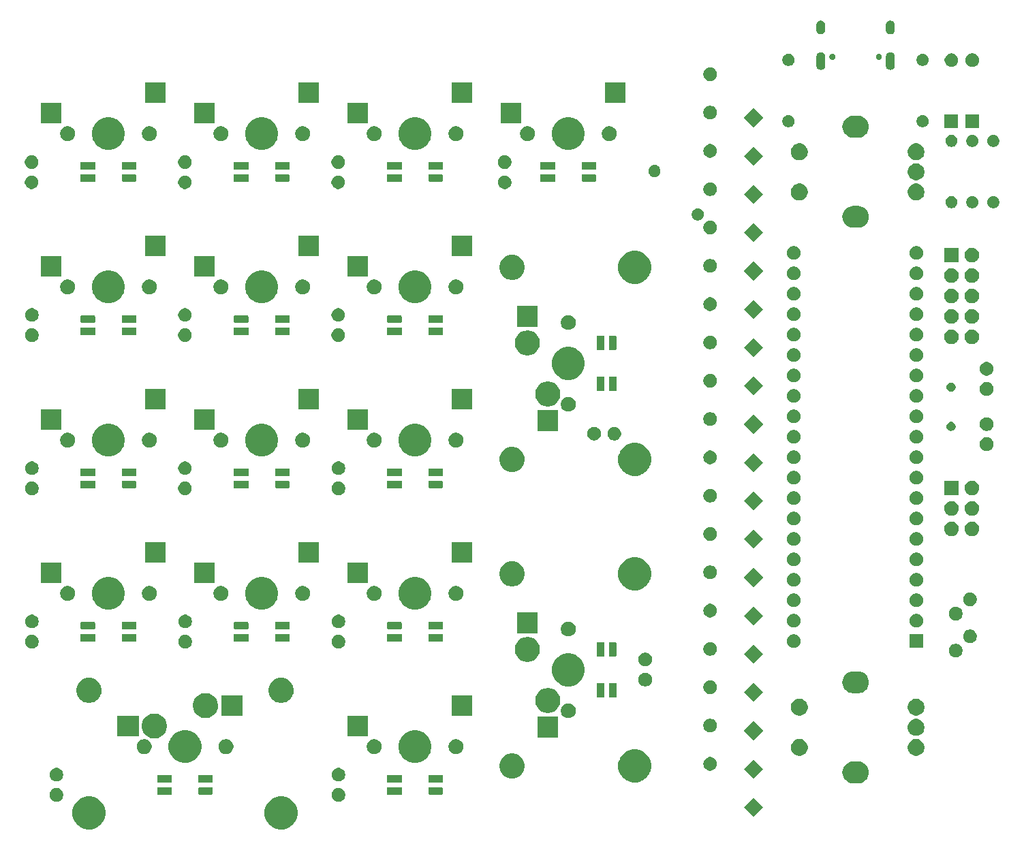
<source format=gbr>
G04 #@! TF.GenerationSoftware,KiCad,Pcbnew,(5.1.5)-3*
G04 #@! TF.CreationDate,2022-04-23T19:07:22-06:00*
G04 #@! TF.ProjectId,base,62617365-2e6b-4696-9361-645f70636258,rev?*
G04 #@! TF.SameCoordinates,Original*
G04 #@! TF.FileFunction,Soldermask,Bot*
G04 #@! TF.FilePolarity,Negative*
%FSLAX46Y46*%
G04 Gerber Fmt 4.6, Leading zero omitted, Abs format (unit mm)*
G04 Created by KiCad (PCBNEW (5.1.5)-3) date 2022-04-23 19:07:22*
%MOMM*%
%LPD*%
G04 APERTURE LIST*
%ADD10C,0.100000*%
G04 APERTURE END LIST*
D10*
G36*
X131596974Y-146782434D02*
G01*
X131814974Y-146872733D01*
X131969123Y-146936583D01*
X132304048Y-147160373D01*
X132588877Y-147445202D01*
X132812667Y-147780127D01*
X132812667Y-147780128D01*
X132966816Y-148152276D01*
X133045400Y-148547344D01*
X133045400Y-148950156D01*
X132966816Y-149345224D01*
X132876517Y-149563224D01*
X132812667Y-149717373D01*
X132588877Y-150052298D01*
X132304048Y-150337127D01*
X131969123Y-150560917D01*
X131814974Y-150624767D01*
X131596974Y-150715066D01*
X131201906Y-150793650D01*
X130799094Y-150793650D01*
X130404026Y-150715066D01*
X130186026Y-150624767D01*
X130031877Y-150560917D01*
X129696952Y-150337127D01*
X129412123Y-150052298D01*
X129188333Y-149717373D01*
X129124483Y-149563224D01*
X129034184Y-149345224D01*
X128955600Y-148950156D01*
X128955600Y-148547344D01*
X129034184Y-148152276D01*
X129188333Y-147780128D01*
X129188333Y-147780127D01*
X129412123Y-147445202D01*
X129696952Y-147160373D01*
X130031877Y-146936583D01*
X130186026Y-146872733D01*
X130404026Y-146782434D01*
X130799094Y-146703850D01*
X131201906Y-146703850D01*
X131596974Y-146782434D01*
G37*
G36*
X107720974Y-146782434D02*
G01*
X107938974Y-146872733D01*
X108093123Y-146936583D01*
X108428048Y-147160373D01*
X108712877Y-147445202D01*
X108936667Y-147780127D01*
X108936667Y-147780128D01*
X109090816Y-148152276D01*
X109169400Y-148547344D01*
X109169400Y-148950156D01*
X109090816Y-149345224D01*
X109000517Y-149563224D01*
X108936667Y-149717373D01*
X108712877Y-150052298D01*
X108428048Y-150337127D01*
X108093123Y-150560917D01*
X107938974Y-150624767D01*
X107720974Y-150715066D01*
X107325906Y-150793650D01*
X106923094Y-150793650D01*
X106528026Y-150715066D01*
X106310026Y-150624767D01*
X106155877Y-150560917D01*
X105820952Y-150337127D01*
X105536123Y-150052298D01*
X105312333Y-149717373D01*
X105248483Y-149563224D01*
X105158184Y-149345224D01*
X105079600Y-148950156D01*
X105079600Y-148547344D01*
X105158184Y-148152276D01*
X105312333Y-147780128D01*
X105312333Y-147780127D01*
X105536123Y-147445202D01*
X105820952Y-147160373D01*
X106155877Y-146936583D01*
X106310026Y-146872733D01*
X106528026Y-146782434D01*
X106923094Y-146703850D01*
X107325906Y-146703850D01*
X107720974Y-146782434D01*
G37*
G36*
X190909746Y-148034375D02*
G01*
X189706250Y-149237871D01*
X188502754Y-148034375D01*
X189706250Y-146830879D01*
X190909746Y-148034375D01*
G37*
G36*
X103323228Y-145681703D02*
G01*
X103478100Y-145745853D01*
X103617481Y-145838985D01*
X103736015Y-145957519D01*
X103829147Y-146096900D01*
X103893297Y-146251772D01*
X103926000Y-146416184D01*
X103926000Y-146583816D01*
X103893297Y-146748228D01*
X103829147Y-146903100D01*
X103736015Y-147042481D01*
X103617481Y-147161015D01*
X103478100Y-147254147D01*
X103323228Y-147318297D01*
X103158816Y-147351000D01*
X102991184Y-147351000D01*
X102826772Y-147318297D01*
X102671900Y-147254147D01*
X102532519Y-147161015D01*
X102413985Y-147042481D01*
X102320853Y-146903100D01*
X102256703Y-146748228D01*
X102224000Y-146583816D01*
X102224000Y-146416184D01*
X102256703Y-146251772D01*
X102320853Y-146096900D01*
X102413985Y-145957519D01*
X102532519Y-145838985D01*
X102671900Y-145745853D01*
X102826772Y-145681703D01*
X102991184Y-145649000D01*
X103158816Y-145649000D01*
X103323228Y-145681703D01*
G37*
G36*
X138373228Y-145681703D02*
G01*
X138528100Y-145745853D01*
X138667481Y-145838985D01*
X138786015Y-145957519D01*
X138879147Y-146096900D01*
X138943297Y-146251772D01*
X138976000Y-146416184D01*
X138976000Y-146583816D01*
X138943297Y-146748228D01*
X138879147Y-146903100D01*
X138786015Y-147042481D01*
X138667481Y-147161015D01*
X138528100Y-147254147D01*
X138373228Y-147318297D01*
X138208816Y-147351000D01*
X138041184Y-147351000D01*
X137876772Y-147318297D01*
X137721900Y-147254147D01*
X137582519Y-147161015D01*
X137463985Y-147042481D01*
X137370853Y-146903100D01*
X137306703Y-146748228D01*
X137274000Y-146583816D01*
X137274000Y-146416184D01*
X137306703Y-146251772D01*
X137370853Y-146096900D01*
X137463985Y-145957519D01*
X137582519Y-145838985D01*
X137721900Y-145745853D01*
X137876772Y-145681703D01*
X138041184Y-145649000D01*
X138208816Y-145649000D01*
X138373228Y-145681703D01*
G37*
G36*
X122378157Y-145549071D02*
G01*
X122409562Y-145558598D01*
X122438499Y-145574065D01*
X122463867Y-145594883D01*
X122484685Y-145620251D01*
X122500152Y-145649188D01*
X122509679Y-145680593D01*
X122513500Y-145719390D01*
X122513500Y-146293110D01*
X122509679Y-146331907D01*
X122500152Y-146363312D01*
X122484685Y-146392249D01*
X122463867Y-146417617D01*
X122438499Y-146438435D01*
X122409562Y-146453902D01*
X122378157Y-146463429D01*
X122339360Y-146467250D01*
X120885640Y-146467250D01*
X120846843Y-146463429D01*
X120815438Y-146453902D01*
X120786501Y-146438435D01*
X120761133Y-146417617D01*
X120740315Y-146392249D01*
X120724848Y-146363312D01*
X120715321Y-146331907D01*
X120711500Y-146293110D01*
X120711500Y-145719390D01*
X120715321Y-145680593D01*
X120724848Y-145649188D01*
X120740315Y-145620251D01*
X120761133Y-145594883D01*
X120786501Y-145574065D01*
X120815438Y-145558598D01*
X120846843Y-145549071D01*
X120885640Y-145545250D01*
X122339360Y-145545250D01*
X122378157Y-145549071D01*
G37*
G36*
X150953157Y-145549071D02*
G01*
X150984562Y-145558598D01*
X151013499Y-145574065D01*
X151038867Y-145594883D01*
X151059685Y-145620251D01*
X151075152Y-145649188D01*
X151084679Y-145680593D01*
X151088500Y-145719390D01*
X151088500Y-146293110D01*
X151084679Y-146331907D01*
X151075152Y-146363312D01*
X151059685Y-146392249D01*
X151038867Y-146417617D01*
X151013499Y-146438435D01*
X150984562Y-146453902D01*
X150953157Y-146463429D01*
X150914360Y-146467250D01*
X149460640Y-146467250D01*
X149421843Y-146463429D01*
X149390438Y-146453902D01*
X149361501Y-146438435D01*
X149336133Y-146417617D01*
X149315315Y-146392249D01*
X149299848Y-146363312D01*
X149290321Y-146331907D01*
X149286500Y-146293110D01*
X149286500Y-145719390D01*
X149290321Y-145680593D01*
X149299848Y-145649188D01*
X149315315Y-145620251D01*
X149336133Y-145594883D01*
X149361501Y-145574065D01*
X149390438Y-145558598D01*
X149421843Y-145549071D01*
X149460640Y-145545250D01*
X150914360Y-145545250D01*
X150953157Y-145549071D01*
G37*
G36*
X117413500Y-146467250D02*
G01*
X115611500Y-146467250D01*
X115611500Y-145545250D01*
X117413500Y-145545250D01*
X117413500Y-146467250D01*
G37*
G36*
X145988500Y-146467250D02*
G01*
X144186500Y-146467250D01*
X144186500Y-145545250D01*
X145988500Y-145545250D01*
X145988500Y-146467250D01*
G37*
G36*
X202969817Y-142387458D02*
G01*
X203223255Y-142464338D01*
X203456825Y-142589184D01*
X203661551Y-142757198D01*
X203829565Y-142961924D01*
X203954411Y-143195494D01*
X204031291Y-143448932D01*
X204057250Y-143712499D01*
X204057250Y-143712501D01*
X204031291Y-143976068D01*
X203954411Y-144229506D01*
X203829565Y-144463076D01*
X203661551Y-144667802D01*
X203456825Y-144835816D01*
X203223255Y-144960662D01*
X202969817Y-145037542D01*
X202706250Y-145063501D01*
X202106250Y-145063501D01*
X201842683Y-145037542D01*
X201589245Y-144960662D01*
X201355675Y-144835816D01*
X201150949Y-144667802D01*
X200982935Y-144463076D01*
X200858089Y-144229506D01*
X200781209Y-143976068D01*
X200755250Y-143712501D01*
X200755250Y-143712499D01*
X200781209Y-143448932D01*
X200858089Y-143195494D01*
X200982935Y-142961924D01*
X201150949Y-142757198D01*
X201355675Y-142589184D01*
X201589245Y-142464338D01*
X201842683Y-142387458D01*
X202106250Y-142361499D01*
X202706250Y-142361499D01*
X202969817Y-142387458D01*
G37*
G36*
X122513500Y-144967250D02*
G01*
X120711500Y-144967250D01*
X120711500Y-144045250D01*
X122513500Y-144045250D01*
X122513500Y-144967250D01*
G37*
G36*
X117413500Y-144967250D02*
G01*
X115611500Y-144967250D01*
X115611500Y-144045250D01*
X117413500Y-144045250D01*
X117413500Y-144967250D01*
G37*
G36*
X151088500Y-144967250D02*
G01*
X149286500Y-144967250D01*
X149286500Y-144045250D01*
X151088500Y-144045250D01*
X151088500Y-144967250D01*
G37*
G36*
X145988500Y-144967250D02*
G01*
X144186500Y-144967250D01*
X144186500Y-144045250D01*
X145988500Y-144045250D01*
X145988500Y-144967250D01*
G37*
G36*
X175538974Y-140940434D02*
G01*
X175756974Y-141030733D01*
X175911123Y-141094583D01*
X176246048Y-141318373D01*
X176530877Y-141603202D01*
X176754667Y-141938127D01*
X176808619Y-142068379D01*
X176908816Y-142310276D01*
X176987400Y-142705344D01*
X176987400Y-143108156D01*
X176908816Y-143503224D01*
X176846863Y-143652791D01*
X176754667Y-143875373D01*
X176530877Y-144210298D01*
X176246048Y-144495127D01*
X175911123Y-144718917D01*
X175826067Y-144754148D01*
X175538974Y-144873066D01*
X175143906Y-144951650D01*
X174741094Y-144951650D01*
X174346026Y-144873066D01*
X174058933Y-144754148D01*
X173973877Y-144718917D01*
X173638952Y-144495127D01*
X173354123Y-144210298D01*
X173130333Y-143875373D01*
X173038137Y-143652791D01*
X172976184Y-143503224D01*
X172897600Y-143108156D01*
X172897600Y-142705344D01*
X172976184Y-142310276D01*
X173076381Y-142068379D01*
X173130333Y-141938127D01*
X173354123Y-141603202D01*
X173638952Y-141318373D01*
X173973877Y-141094583D01*
X174128026Y-141030733D01*
X174346026Y-140940434D01*
X174741094Y-140861850D01*
X175143906Y-140861850D01*
X175538974Y-140940434D01*
G37*
G36*
X103323228Y-143181703D02*
G01*
X103478100Y-143245853D01*
X103617481Y-143338985D01*
X103736015Y-143457519D01*
X103829147Y-143596900D01*
X103893297Y-143751772D01*
X103926000Y-143916184D01*
X103926000Y-144083816D01*
X103893297Y-144248228D01*
X103829147Y-144403100D01*
X103736015Y-144542481D01*
X103617481Y-144661015D01*
X103478100Y-144754147D01*
X103323228Y-144818297D01*
X103158816Y-144851000D01*
X102991184Y-144851000D01*
X102826772Y-144818297D01*
X102671900Y-144754147D01*
X102532519Y-144661015D01*
X102413985Y-144542481D01*
X102320853Y-144403100D01*
X102256703Y-144248228D01*
X102224000Y-144083816D01*
X102224000Y-143916184D01*
X102256703Y-143751772D01*
X102320853Y-143596900D01*
X102413985Y-143457519D01*
X102532519Y-143338985D01*
X102671900Y-143245853D01*
X102826772Y-143181703D01*
X102991184Y-143149000D01*
X103158816Y-143149000D01*
X103323228Y-143181703D01*
G37*
G36*
X138373228Y-143181703D02*
G01*
X138528100Y-143245853D01*
X138667481Y-143338985D01*
X138786015Y-143457519D01*
X138879147Y-143596900D01*
X138943297Y-143751772D01*
X138976000Y-143916184D01*
X138976000Y-144083816D01*
X138943297Y-144248228D01*
X138879147Y-144403100D01*
X138786015Y-144542481D01*
X138667481Y-144661015D01*
X138528100Y-144754147D01*
X138373228Y-144818297D01*
X138208816Y-144851000D01*
X138041184Y-144851000D01*
X137876772Y-144818297D01*
X137721900Y-144754147D01*
X137582519Y-144661015D01*
X137463985Y-144542481D01*
X137370853Y-144403100D01*
X137306703Y-144248228D01*
X137274000Y-144083816D01*
X137274000Y-143916184D01*
X137306703Y-143751772D01*
X137370853Y-143596900D01*
X137463985Y-143457519D01*
X137582519Y-143338985D01*
X137721900Y-143245853D01*
X137876772Y-143181703D01*
X138041184Y-143149000D01*
X138208816Y-143149000D01*
X138373228Y-143181703D01*
G37*
G36*
X160161911Y-141392276D02*
G01*
X160250244Y-141428865D01*
X160448541Y-141511002D01*
X160448542Y-141511003D01*
X160706504Y-141683367D01*
X160925883Y-141902746D01*
X161036555Y-142068379D01*
X161098248Y-142160709D01*
X161132384Y-142243121D01*
X161216974Y-142447339D01*
X161277500Y-142751626D01*
X161277500Y-143061874D01*
X161216974Y-143366161D01*
X161182689Y-143448932D01*
X161098248Y-143652791D01*
X161098247Y-143652792D01*
X160925883Y-143910754D01*
X160706504Y-144130133D01*
X160586528Y-144210298D01*
X160448541Y-144302498D01*
X160280637Y-144372046D01*
X160161911Y-144421224D01*
X160009767Y-144451487D01*
X159857625Y-144481750D01*
X159547375Y-144481750D01*
X159395233Y-144451487D01*
X159243089Y-144421224D01*
X159124363Y-144372046D01*
X158956459Y-144302498D01*
X158818472Y-144210298D01*
X158698496Y-144130133D01*
X158479117Y-143910754D01*
X158306753Y-143652792D01*
X158306752Y-143652791D01*
X158222311Y-143448932D01*
X158188026Y-143366161D01*
X158127500Y-143061874D01*
X158127500Y-142751626D01*
X158188026Y-142447339D01*
X158272616Y-142243121D01*
X158306752Y-142160709D01*
X158368445Y-142068379D01*
X158479117Y-141902746D01*
X158698496Y-141683367D01*
X158956458Y-141511003D01*
X158956459Y-141511002D01*
X159154756Y-141428865D01*
X159243089Y-141392276D01*
X159547375Y-141331750D01*
X159857625Y-141331750D01*
X160161911Y-141392276D01*
G37*
G36*
X190909746Y-143271875D02*
G01*
X189706250Y-144475371D01*
X188502754Y-143271875D01*
X189706250Y-142068379D01*
X190909746Y-143271875D01*
G37*
G36*
X184566324Y-141827924D02*
G01*
X184721196Y-141892074D01*
X184860577Y-141985206D01*
X184979111Y-142103740D01*
X185072243Y-142243121D01*
X185136393Y-142397993D01*
X185169096Y-142562405D01*
X185169096Y-142730037D01*
X185136393Y-142894449D01*
X185072243Y-143049321D01*
X184979111Y-143188702D01*
X184860577Y-143307236D01*
X184721196Y-143400368D01*
X184566324Y-143464518D01*
X184401912Y-143497221D01*
X184234280Y-143497221D01*
X184069868Y-143464518D01*
X183914996Y-143400368D01*
X183775615Y-143307236D01*
X183657081Y-143188702D01*
X183563949Y-143049321D01*
X183499799Y-142894449D01*
X183467096Y-142730037D01*
X183467096Y-142562405D01*
X183499799Y-142397993D01*
X183563949Y-142243121D01*
X183657081Y-142103740D01*
X183775615Y-141985206D01*
X183914996Y-141892074D01*
X184069868Y-141827924D01*
X184234280Y-141795221D01*
X184401912Y-141795221D01*
X184566324Y-141827924D01*
G37*
G36*
X119658974Y-138527434D02*
G01*
X119859114Y-138610335D01*
X120031123Y-138681583D01*
X120366048Y-138905373D01*
X120650877Y-139190202D01*
X120874667Y-139525127D01*
X120907062Y-139603336D01*
X121028816Y-139897276D01*
X121107400Y-140292344D01*
X121107400Y-140695156D01*
X121028816Y-141090224D01*
X120977951Y-141213022D01*
X120874667Y-141462373D01*
X120650877Y-141797298D01*
X120366048Y-142082127D01*
X120031123Y-142305917D01*
X119876974Y-142369767D01*
X119658974Y-142460066D01*
X119263906Y-142538650D01*
X118861094Y-142538650D01*
X118466026Y-142460066D01*
X118248026Y-142369767D01*
X118093877Y-142305917D01*
X117758952Y-142082127D01*
X117474123Y-141797298D01*
X117250333Y-141462373D01*
X117147049Y-141213022D01*
X117096184Y-141090224D01*
X117017600Y-140695156D01*
X117017600Y-140292344D01*
X117096184Y-139897276D01*
X117217938Y-139603336D01*
X117250333Y-139525127D01*
X117474123Y-139190202D01*
X117758952Y-138905373D01*
X118093877Y-138681583D01*
X118265886Y-138610335D01*
X118466026Y-138527434D01*
X118861094Y-138448850D01*
X119263906Y-138448850D01*
X119658974Y-138527434D01*
G37*
G36*
X148233974Y-138527434D02*
G01*
X148434114Y-138610335D01*
X148606123Y-138681583D01*
X148941048Y-138905373D01*
X149225877Y-139190202D01*
X149449667Y-139525127D01*
X149482062Y-139603336D01*
X149603816Y-139897276D01*
X149682400Y-140292344D01*
X149682400Y-140695156D01*
X149603816Y-141090224D01*
X149552951Y-141213022D01*
X149449667Y-141462373D01*
X149225877Y-141797298D01*
X148941048Y-142082127D01*
X148606123Y-142305917D01*
X148451974Y-142369767D01*
X148233974Y-142460066D01*
X147838906Y-142538650D01*
X147436094Y-142538650D01*
X147041026Y-142460066D01*
X146823026Y-142369767D01*
X146668877Y-142305917D01*
X146333952Y-142082127D01*
X146049123Y-141797298D01*
X145825333Y-141462373D01*
X145722049Y-141213022D01*
X145671184Y-141090224D01*
X145592600Y-140695156D01*
X145592600Y-140292344D01*
X145671184Y-139897276D01*
X145792938Y-139603336D01*
X145825333Y-139525127D01*
X146049123Y-139190202D01*
X146333952Y-138905373D01*
X146668877Y-138681583D01*
X146840886Y-138610335D01*
X147041026Y-138527434D01*
X147436094Y-138448850D01*
X147838906Y-138448850D01*
X148233974Y-138527434D01*
G37*
G36*
X195712814Y-139601889D02*
G01*
X195884827Y-139673139D01*
X195904085Y-139681116D01*
X196076223Y-139796135D01*
X196222615Y-139942527D01*
X196297851Y-140055125D01*
X196337635Y-140114667D01*
X196416861Y-140305936D01*
X196457250Y-140508984D01*
X196457250Y-140716016D01*
X196416861Y-140919064D01*
X196348526Y-141084040D01*
X196337634Y-141110335D01*
X196222615Y-141282473D01*
X196076223Y-141428865D01*
X195904085Y-141543884D01*
X195904084Y-141543885D01*
X195904083Y-141543885D01*
X195712814Y-141623111D01*
X195509766Y-141663500D01*
X195302734Y-141663500D01*
X195099686Y-141623111D01*
X194908417Y-141543885D01*
X194908416Y-141543885D01*
X194908415Y-141543884D01*
X194736277Y-141428865D01*
X194589885Y-141282473D01*
X194474866Y-141110335D01*
X194463974Y-141084040D01*
X194395639Y-140919064D01*
X194355250Y-140716016D01*
X194355250Y-140508984D01*
X194395639Y-140305936D01*
X194474865Y-140114667D01*
X194514650Y-140055125D01*
X194589885Y-139942527D01*
X194736277Y-139796135D01*
X194908415Y-139681116D01*
X194927673Y-139673139D01*
X195099686Y-139601889D01*
X195302734Y-139561500D01*
X195509766Y-139561500D01*
X195712814Y-139601889D01*
G37*
G36*
X210212814Y-139601889D02*
G01*
X210384827Y-139673139D01*
X210404085Y-139681116D01*
X210576223Y-139796135D01*
X210722615Y-139942527D01*
X210797851Y-140055125D01*
X210837635Y-140114667D01*
X210916861Y-140305936D01*
X210957250Y-140508984D01*
X210957250Y-140716016D01*
X210916861Y-140919064D01*
X210848526Y-141084040D01*
X210837634Y-141110335D01*
X210722615Y-141282473D01*
X210576223Y-141428865D01*
X210404085Y-141543884D01*
X210404084Y-141543885D01*
X210404083Y-141543885D01*
X210212814Y-141623111D01*
X210009766Y-141663500D01*
X209802734Y-141663500D01*
X209599686Y-141623111D01*
X209408417Y-141543885D01*
X209408416Y-141543885D01*
X209408415Y-141543884D01*
X209236277Y-141428865D01*
X209089885Y-141282473D01*
X208974866Y-141110335D01*
X208963974Y-141084040D01*
X208895639Y-140919064D01*
X208855250Y-140716016D01*
X208855250Y-140508984D01*
X208895639Y-140305936D01*
X208974865Y-140114667D01*
X209014650Y-140055125D01*
X209089885Y-139942527D01*
X209236277Y-139796135D01*
X209408415Y-139681116D01*
X209427673Y-139673139D01*
X209599686Y-139601889D01*
X209802734Y-139561500D01*
X210009766Y-139561500D01*
X210212814Y-139601889D01*
G37*
G36*
X124412604Y-139603335D02*
G01*
X124581126Y-139673139D01*
X124732791Y-139774478D01*
X124861772Y-139903459D01*
X124963111Y-140055124D01*
X125032915Y-140223646D01*
X125068500Y-140402547D01*
X125068500Y-140584953D01*
X125032915Y-140763854D01*
X124963111Y-140932376D01*
X124861772Y-141084041D01*
X124732791Y-141213022D01*
X124581126Y-141314361D01*
X124412604Y-141384165D01*
X124233703Y-141419750D01*
X124051297Y-141419750D01*
X123872396Y-141384165D01*
X123703874Y-141314361D01*
X123552209Y-141213022D01*
X123423228Y-141084041D01*
X123321889Y-140932376D01*
X123252085Y-140763854D01*
X123216500Y-140584953D01*
X123216500Y-140402547D01*
X123252085Y-140223646D01*
X123321889Y-140055124D01*
X123423228Y-139903459D01*
X123552209Y-139774478D01*
X123703874Y-139673139D01*
X123872396Y-139603335D01*
X124051297Y-139567750D01*
X124233703Y-139567750D01*
X124412604Y-139603335D01*
G37*
G36*
X114252604Y-139603335D02*
G01*
X114421126Y-139673139D01*
X114572791Y-139774478D01*
X114701772Y-139903459D01*
X114803111Y-140055124D01*
X114872915Y-140223646D01*
X114908500Y-140402547D01*
X114908500Y-140584953D01*
X114872915Y-140763854D01*
X114803111Y-140932376D01*
X114701772Y-141084041D01*
X114572791Y-141213022D01*
X114421126Y-141314361D01*
X114252604Y-141384165D01*
X114073703Y-141419750D01*
X113891297Y-141419750D01*
X113712396Y-141384165D01*
X113543874Y-141314361D01*
X113392209Y-141213022D01*
X113263228Y-141084041D01*
X113161889Y-140932376D01*
X113092085Y-140763854D01*
X113056500Y-140584953D01*
X113056500Y-140402547D01*
X113092085Y-140223646D01*
X113161889Y-140055124D01*
X113263228Y-139903459D01*
X113392209Y-139774478D01*
X113543874Y-139673139D01*
X113712396Y-139603335D01*
X113891297Y-139567750D01*
X114073703Y-139567750D01*
X114252604Y-139603335D01*
G37*
G36*
X152987604Y-139603335D02*
G01*
X153156126Y-139673139D01*
X153307791Y-139774478D01*
X153436772Y-139903459D01*
X153538111Y-140055124D01*
X153607915Y-140223646D01*
X153643500Y-140402547D01*
X153643500Y-140584953D01*
X153607915Y-140763854D01*
X153538111Y-140932376D01*
X153436772Y-141084041D01*
X153307791Y-141213022D01*
X153156126Y-141314361D01*
X152987604Y-141384165D01*
X152808703Y-141419750D01*
X152626297Y-141419750D01*
X152447396Y-141384165D01*
X152278874Y-141314361D01*
X152127209Y-141213022D01*
X151998228Y-141084041D01*
X151896889Y-140932376D01*
X151827085Y-140763854D01*
X151791500Y-140584953D01*
X151791500Y-140402547D01*
X151827085Y-140223646D01*
X151896889Y-140055124D01*
X151998228Y-139903459D01*
X152127209Y-139774478D01*
X152278874Y-139673139D01*
X152447396Y-139603335D01*
X152626297Y-139567750D01*
X152808703Y-139567750D01*
X152987604Y-139603335D01*
G37*
G36*
X142827604Y-139603335D02*
G01*
X142996126Y-139673139D01*
X143147791Y-139774478D01*
X143276772Y-139903459D01*
X143378111Y-140055124D01*
X143447915Y-140223646D01*
X143483500Y-140402547D01*
X143483500Y-140584953D01*
X143447915Y-140763854D01*
X143378111Y-140932376D01*
X143276772Y-141084041D01*
X143147791Y-141213022D01*
X142996126Y-141314361D01*
X142827604Y-141384165D01*
X142648703Y-141419750D01*
X142466297Y-141419750D01*
X142287396Y-141384165D01*
X142118874Y-141314361D01*
X141967209Y-141213022D01*
X141838228Y-141084041D01*
X141736889Y-140932376D01*
X141667085Y-140763854D01*
X141631500Y-140584953D01*
X141631500Y-140402547D01*
X141667085Y-140223646D01*
X141736889Y-140055124D01*
X141838228Y-139903459D01*
X141967209Y-139774478D01*
X142118874Y-139673139D01*
X142287396Y-139603335D01*
X142466297Y-139567750D01*
X142648703Y-139567750D01*
X142827604Y-139603335D01*
G37*
G36*
X190909746Y-138509375D02*
G01*
X189706250Y-139712871D01*
X188502754Y-138509375D01*
X189706250Y-137305879D01*
X190909746Y-138509375D01*
G37*
G36*
X115536549Y-136428865D02*
G01*
X115704910Y-136462354D01*
X115987174Y-136579271D01*
X116241205Y-136749009D01*
X116457241Y-136965045D01*
X116626979Y-137219076D01*
X116735314Y-137480621D01*
X116743896Y-137501341D01*
X116803285Y-137799906D01*
X116803500Y-137800990D01*
X116803500Y-138106510D01*
X116743896Y-138406160D01*
X116626979Y-138688424D01*
X116457241Y-138942455D01*
X116241205Y-139158491D01*
X115987174Y-139328229D01*
X115704910Y-139445146D01*
X115555085Y-139474948D01*
X115405261Y-139504750D01*
X115099739Y-139504750D01*
X114949915Y-139474948D01*
X114800090Y-139445146D01*
X114517826Y-139328229D01*
X114263795Y-139158491D01*
X114047759Y-138942455D01*
X113878021Y-138688424D01*
X113761104Y-138406160D01*
X113701500Y-138106510D01*
X113701500Y-137800990D01*
X113701716Y-137799906D01*
X113761104Y-137501341D01*
X113769686Y-137480621D01*
X113878021Y-137219076D01*
X114047759Y-136965045D01*
X114263795Y-136749009D01*
X114517826Y-136579271D01*
X114800090Y-136462354D01*
X114968451Y-136428865D01*
X115099739Y-136402750D01*
X115405261Y-136402750D01*
X115536549Y-136428865D01*
G37*
G36*
X165448500Y-139379750D02*
G01*
X162846500Y-139379750D01*
X162846500Y-136727750D01*
X165448500Y-136727750D01*
X165448500Y-139379750D01*
G37*
G36*
X113303500Y-139254750D02*
G01*
X110651500Y-139254750D01*
X110651500Y-136652750D01*
X113303500Y-136652750D01*
X113303500Y-139254750D01*
G37*
G36*
X141827500Y-139203750D02*
G01*
X139277500Y-139203750D01*
X139277500Y-136703750D01*
X141827500Y-136703750D01*
X141827500Y-139203750D01*
G37*
G36*
X210212814Y-137101889D02*
G01*
X210404083Y-137181115D01*
X210404085Y-137181116D01*
X210576223Y-137296135D01*
X210722615Y-137442527D01*
X210761913Y-137501340D01*
X210837635Y-137614667D01*
X210916861Y-137805936D01*
X210957250Y-138008984D01*
X210957250Y-138216016D01*
X210916861Y-138419064D01*
X210871972Y-138527435D01*
X210837634Y-138610335D01*
X210722615Y-138782473D01*
X210576223Y-138928865D01*
X210404085Y-139043884D01*
X210404084Y-139043885D01*
X210404083Y-139043885D01*
X210212814Y-139123111D01*
X210009766Y-139163500D01*
X209802734Y-139163500D01*
X209599686Y-139123111D01*
X209408417Y-139043885D01*
X209408416Y-139043885D01*
X209408415Y-139043884D01*
X209236277Y-138928865D01*
X209089885Y-138782473D01*
X208974866Y-138610335D01*
X208940528Y-138527435D01*
X208895639Y-138419064D01*
X208855250Y-138216016D01*
X208855250Y-138008984D01*
X208895639Y-137805936D01*
X208974865Y-137614667D01*
X209050588Y-137501340D01*
X209089885Y-137442527D01*
X209236277Y-137296135D01*
X209408415Y-137181116D01*
X209408417Y-137181115D01*
X209599686Y-137101889D01*
X209802734Y-137061500D01*
X210009766Y-137061500D01*
X210212814Y-137101889D01*
G37*
G36*
X184566324Y-137065424D02*
G01*
X184721196Y-137129574D01*
X184860577Y-137222706D01*
X184979111Y-137341240D01*
X185072243Y-137480621D01*
X185136393Y-137635493D01*
X185169096Y-137799905D01*
X185169096Y-137967537D01*
X185136393Y-138131949D01*
X185072243Y-138286821D01*
X184979111Y-138426202D01*
X184860577Y-138544736D01*
X184721196Y-138637868D01*
X184566324Y-138702018D01*
X184401912Y-138734721D01*
X184234280Y-138734721D01*
X184069868Y-138702018D01*
X183914996Y-138637868D01*
X183775615Y-138544736D01*
X183657081Y-138426202D01*
X183563949Y-138286821D01*
X183499799Y-138131949D01*
X183467096Y-137967537D01*
X183467096Y-137799905D01*
X183499799Y-137635493D01*
X183563949Y-137480621D01*
X183657081Y-137341240D01*
X183775615Y-137222706D01*
X183914996Y-137129574D01*
X184069868Y-137065424D01*
X184234280Y-137032721D01*
X184401912Y-137032721D01*
X184566324Y-137065424D01*
G37*
G36*
X166957604Y-135158335D02*
G01*
X167126126Y-135228139D01*
X167277791Y-135329478D01*
X167406772Y-135458459D01*
X167508111Y-135610124D01*
X167577915Y-135778646D01*
X167613500Y-135957547D01*
X167613500Y-136139953D01*
X167577915Y-136318854D01*
X167508111Y-136487376D01*
X167406772Y-136639041D01*
X167277791Y-136768022D01*
X167126126Y-136869361D01*
X166957604Y-136939165D01*
X166778703Y-136974750D01*
X166596297Y-136974750D01*
X166417396Y-136939165D01*
X166248874Y-136869361D01*
X166097209Y-136768022D01*
X165968228Y-136639041D01*
X165866889Y-136487376D01*
X165797085Y-136318854D01*
X165761500Y-136139953D01*
X165761500Y-135957547D01*
X165797085Y-135778646D01*
X165866889Y-135610124D01*
X165968228Y-135458459D01*
X166097209Y-135329478D01*
X166248874Y-135228139D01*
X166417396Y-135158335D01*
X166596297Y-135122750D01*
X166778703Y-135122750D01*
X166957604Y-135158335D01*
G37*
G36*
X121905085Y-133892552D02*
G01*
X122054910Y-133922354D01*
X122337174Y-134039271D01*
X122591205Y-134209009D01*
X122807241Y-134425045D01*
X122976979Y-134679076D01*
X123093896Y-134961340D01*
X123093896Y-134961341D01*
X123153500Y-135260989D01*
X123153500Y-135566511D01*
X123123762Y-135716014D01*
X123093896Y-135866160D01*
X122976979Y-136148424D01*
X122807241Y-136402455D01*
X122591205Y-136618491D01*
X122337174Y-136788229D01*
X122054910Y-136905146D01*
X121905085Y-136934948D01*
X121755261Y-136964750D01*
X121449739Y-136964750D01*
X121299915Y-136934948D01*
X121150090Y-136905146D01*
X120867826Y-136788229D01*
X120613795Y-136618491D01*
X120397759Y-136402455D01*
X120228021Y-136148424D01*
X120111104Y-135866160D01*
X120081238Y-135716014D01*
X120051500Y-135566511D01*
X120051500Y-135260989D01*
X120111104Y-134961341D01*
X120111104Y-134961340D01*
X120228021Y-134679076D01*
X120397759Y-134425045D01*
X120613795Y-134209009D01*
X120867826Y-134039271D01*
X121150090Y-133922354D01*
X121299915Y-133892552D01*
X121449739Y-133862750D01*
X121755261Y-133862750D01*
X121905085Y-133892552D01*
G37*
G36*
X126230500Y-136714750D02*
G01*
X123578500Y-136714750D01*
X123578500Y-134112750D01*
X126230500Y-134112750D01*
X126230500Y-136714750D01*
G37*
G36*
X154727500Y-136663750D02*
G01*
X152177500Y-136663750D01*
X152177500Y-134163750D01*
X154727500Y-134163750D01*
X154727500Y-136663750D01*
G37*
G36*
X195712814Y-134601889D02*
G01*
X195899160Y-134679076D01*
X195904085Y-134681116D01*
X195980437Y-134732133D01*
X196076223Y-134796135D01*
X196222615Y-134942527D01*
X196337635Y-135114667D01*
X196416861Y-135305936D01*
X196457250Y-135508984D01*
X196457250Y-135716016D01*
X196416861Y-135919064D01*
X196337635Y-136110333D01*
X196337634Y-136110335D01*
X196222615Y-136282473D01*
X196076223Y-136428865D01*
X195904085Y-136543884D01*
X195904084Y-136543885D01*
X195904083Y-136543885D01*
X195712814Y-136623111D01*
X195509766Y-136663500D01*
X195302734Y-136663500D01*
X195099686Y-136623111D01*
X194908417Y-136543885D01*
X194908416Y-136543885D01*
X194908415Y-136543884D01*
X194736277Y-136428865D01*
X194589885Y-136282473D01*
X194474866Y-136110335D01*
X194474865Y-136110333D01*
X194395639Y-135919064D01*
X194355250Y-135716016D01*
X194355250Y-135508984D01*
X194395639Y-135305936D01*
X194474865Y-135114667D01*
X194589885Y-134942527D01*
X194736277Y-134796135D01*
X194832063Y-134732133D01*
X194908415Y-134681116D01*
X194913340Y-134679076D01*
X195099686Y-134601889D01*
X195302734Y-134561500D01*
X195509766Y-134561500D01*
X195712814Y-134601889D01*
G37*
G36*
X210212814Y-134601889D02*
G01*
X210399160Y-134679076D01*
X210404085Y-134681116D01*
X210480437Y-134732133D01*
X210576223Y-134796135D01*
X210722615Y-134942527D01*
X210837635Y-135114667D01*
X210916861Y-135305936D01*
X210957250Y-135508984D01*
X210957250Y-135716016D01*
X210916861Y-135919064D01*
X210837635Y-136110333D01*
X210837634Y-136110335D01*
X210722615Y-136282473D01*
X210576223Y-136428865D01*
X210404085Y-136543884D01*
X210404084Y-136543885D01*
X210404083Y-136543885D01*
X210212814Y-136623111D01*
X210009766Y-136663500D01*
X209802734Y-136663500D01*
X209599686Y-136623111D01*
X209408417Y-136543885D01*
X209408416Y-136543885D01*
X209408415Y-136543884D01*
X209236277Y-136428865D01*
X209089885Y-136282473D01*
X208974866Y-136110335D01*
X208974865Y-136110333D01*
X208895639Y-135919064D01*
X208855250Y-135716016D01*
X208855250Y-135508984D01*
X208895639Y-135305936D01*
X208974865Y-135114667D01*
X209089885Y-134942527D01*
X209236277Y-134796135D01*
X209332063Y-134732133D01*
X209408415Y-134681116D01*
X209413340Y-134679076D01*
X209599686Y-134601889D01*
X209802734Y-134561500D01*
X210009766Y-134561500D01*
X210212814Y-134601889D01*
G37*
G36*
X164450085Y-133257552D02*
G01*
X164599910Y-133287354D01*
X164882174Y-133404271D01*
X165136205Y-133574009D01*
X165352241Y-133790045D01*
X165521979Y-134044076D01*
X165638896Y-134326340D01*
X165638896Y-134326341D01*
X165698500Y-134625989D01*
X165698500Y-134931511D01*
X165692566Y-134961341D01*
X165638896Y-135231160D01*
X165521979Y-135513424D01*
X165352241Y-135767455D01*
X165136205Y-135983491D01*
X164882174Y-136153229D01*
X164599910Y-136270146D01*
X164450085Y-136299948D01*
X164300261Y-136329750D01*
X163994739Y-136329750D01*
X163844915Y-136299948D01*
X163695090Y-136270146D01*
X163412826Y-136153229D01*
X163158795Y-135983491D01*
X162942759Y-135767455D01*
X162773021Y-135513424D01*
X162656104Y-135231160D01*
X162602434Y-134961341D01*
X162596500Y-134931511D01*
X162596500Y-134625989D01*
X162656104Y-134326341D01*
X162656104Y-134326340D01*
X162773021Y-134044076D01*
X162942759Y-133790045D01*
X163158795Y-133574009D01*
X163412826Y-133404271D01*
X163695090Y-133287354D01*
X163844915Y-133257552D01*
X163994739Y-133227750D01*
X164300261Y-133227750D01*
X164450085Y-133257552D01*
G37*
G36*
X107431767Y-131964013D02*
G01*
X107583911Y-131994276D01*
X107702637Y-132043454D01*
X107870541Y-132113002D01*
X107870542Y-132113003D01*
X108128504Y-132285367D01*
X108347883Y-132504746D01*
X108463053Y-132677111D01*
X108520248Y-132762709D01*
X108565929Y-132872993D01*
X108638974Y-133049339D01*
X108699500Y-133353626D01*
X108699500Y-133663874D01*
X108648086Y-133922354D01*
X108638974Y-133968160D01*
X108520248Y-134254791D01*
X108520247Y-134254792D01*
X108347883Y-134512754D01*
X108128504Y-134732133D01*
X107956139Y-134847303D01*
X107870541Y-134904498D01*
X107733309Y-134961341D01*
X107583911Y-135023224D01*
X107279625Y-135083750D01*
X106969375Y-135083750D01*
X106665089Y-135023224D01*
X106515691Y-134961341D01*
X106378459Y-134904498D01*
X106292861Y-134847303D01*
X106120496Y-134732133D01*
X105901117Y-134512754D01*
X105728753Y-134254792D01*
X105728752Y-134254791D01*
X105610026Y-133968160D01*
X105600915Y-133922354D01*
X105549500Y-133663874D01*
X105549500Y-133353626D01*
X105610026Y-133049339D01*
X105683071Y-132872993D01*
X105728752Y-132762709D01*
X105785947Y-132677111D01*
X105901117Y-132504746D01*
X106120496Y-132285367D01*
X106378458Y-132113003D01*
X106378459Y-132113002D01*
X106546363Y-132043454D01*
X106665089Y-131994276D01*
X106817233Y-131964013D01*
X106969375Y-131933750D01*
X107279625Y-131933750D01*
X107431767Y-131964013D01*
G37*
G36*
X131307767Y-131964013D02*
G01*
X131459911Y-131994276D01*
X131578637Y-132043454D01*
X131746541Y-132113002D01*
X131746542Y-132113003D01*
X132004504Y-132285367D01*
X132223883Y-132504746D01*
X132339053Y-132677111D01*
X132396248Y-132762709D01*
X132441929Y-132872993D01*
X132514974Y-133049339D01*
X132575500Y-133353626D01*
X132575500Y-133663874D01*
X132524086Y-133922354D01*
X132514974Y-133968160D01*
X132396248Y-134254791D01*
X132396247Y-134254792D01*
X132223883Y-134512754D01*
X132004504Y-134732133D01*
X131832139Y-134847303D01*
X131746541Y-134904498D01*
X131609309Y-134961341D01*
X131459911Y-135023224D01*
X131155625Y-135083750D01*
X130845375Y-135083750D01*
X130541089Y-135023224D01*
X130391691Y-134961341D01*
X130254459Y-134904498D01*
X130168861Y-134847303D01*
X129996496Y-134732133D01*
X129777117Y-134512754D01*
X129604753Y-134254792D01*
X129604752Y-134254791D01*
X129486026Y-133968160D01*
X129476915Y-133922354D01*
X129425500Y-133663874D01*
X129425500Y-133353626D01*
X129486026Y-133049339D01*
X129559071Y-132872993D01*
X129604752Y-132762709D01*
X129661947Y-132677111D01*
X129777117Y-132504746D01*
X129996496Y-132285367D01*
X130254458Y-132113003D01*
X130254459Y-132113002D01*
X130422363Y-132043454D01*
X130541089Y-131994276D01*
X130693233Y-131964013D01*
X130845375Y-131933750D01*
X131155625Y-131933750D01*
X131307767Y-131964013D01*
G37*
G36*
X190909746Y-133746875D02*
G01*
X189706250Y-134950371D01*
X188502754Y-133746875D01*
X189706250Y-132543379D01*
X190909746Y-133746875D01*
G37*
G36*
X171161000Y-134419750D02*
G01*
X170239000Y-134419750D01*
X170239000Y-132617750D01*
X171161000Y-132617750D01*
X171161000Y-134419750D01*
G37*
G36*
X172661000Y-134419750D02*
G01*
X171739000Y-134419750D01*
X171739000Y-132617750D01*
X172661000Y-132617750D01*
X172661000Y-134419750D01*
G37*
G36*
X184566324Y-132302924D02*
G01*
X184721196Y-132367074D01*
X184860577Y-132460206D01*
X184979111Y-132578740D01*
X185072243Y-132718121D01*
X185136393Y-132872993D01*
X185169096Y-133037405D01*
X185169096Y-133205037D01*
X185136393Y-133369449D01*
X185072243Y-133524321D01*
X184979111Y-133663702D01*
X184860577Y-133782236D01*
X184721196Y-133875368D01*
X184566324Y-133939518D01*
X184401912Y-133972221D01*
X184234280Y-133972221D01*
X184069868Y-133939518D01*
X183914996Y-133875368D01*
X183775615Y-133782236D01*
X183657081Y-133663702D01*
X183563949Y-133524321D01*
X183499799Y-133369449D01*
X183467096Y-133205037D01*
X183467096Y-133037405D01*
X183499799Y-132872993D01*
X183563949Y-132718121D01*
X183657081Y-132578740D01*
X183775615Y-132460206D01*
X183914996Y-132367074D01*
X184069868Y-132302924D01*
X184234280Y-132270221D01*
X184401912Y-132270221D01*
X184566324Y-132302924D01*
G37*
G36*
X202969817Y-131187458D02*
G01*
X203223255Y-131264338D01*
X203456825Y-131389184D01*
X203661551Y-131557198D01*
X203829565Y-131761924D01*
X203954411Y-131995494D01*
X204031291Y-132248932D01*
X204057250Y-132512499D01*
X204057250Y-132512501D01*
X204031291Y-132776068D01*
X203954411Y-133029506D01*
X203829565Y-133263076D01*
X203661551Y-133467802D01*
X203456825Y-133635816D01*
X203223255Y-133760662D01*
X202969817Y-133837542D01*
X202706250Y-133863501D01*
X202106250Y-133863501D01*
X201842683Y-133837542D01*
X201589245Y-133760662D01*
X201355675Y-133635816D01*
X201150949Y-133467802D01*
X200982935Y-133263076D01*
X200858089Y-133029506D01*
X200781209Y-132776068D01*
X200755250Y-132512501D01*
X200755250Y-132512499D01*
X200781209Y-132248932D01*
X200858089Y-131995494D01*
X200982935Y-131761924D01*
X201150949Y-131557198D01*
X201355675Y-131389184D01*
X201589245Y-131264338D01*
X201842683Y-131187458D01*
X202106250Y-131161499D01*
X202706250Y-131161499D01*
X202969817Y-131187458D01*
G37*
G36*
X176498228Y-131356703D02*
G01*
X176653100Y-131420853D01*
X176792481Y-131513985D01*
X176911015Y-131632519D01*
X177004147Y-131771900D01*
X177068297Y-131926772D01*
X177101000Y-132091184D01*
X177101000Y-132258816D01*
X177068297Y-132423228D01*
X177004147Y-132578100D01*
X176911015Y-132717481D01*
X176792481Y-132836015D01*
X176653100Y-132929147D01*
X176498228Y-132993297D01*
X176333816Y-133026000D01*
X176166184Y-133026000D01*
X176001772Y-132993297D01*
X175846900Y-132929147D01*
X175707519Y-132836015D01*
X175588985Y-132717481D01*
X175495853Y-132578100D01*
X175431703Y-132423228D01*
X175399000Y-132258816D01*
X175399000Y-132091184D01*
X175431703Y-131926772D01*
X175495853Y-131771900D01*
X175588985Y-131632519D01*
X175707519Y-131513985D01*
X175846900Y-131420853D01*
X176001772Y-131356703D01*
X176166184Y-131324000D01*
X176333816Y-131324000D01*
X176498228Y-131356703D01*
G37*
G36*
X167283974Y-129002434D02*
G01*
X167493566Y-129089250D01*
X167656123Y-129156583D01*
X167991048Y-129380373D01*
X168275877Y-129665202D01*
X168499667Y-130000127D01*
X168499667Y-130000128D01*
X168653816Y-130372276D01*
X168732400Y-130767344D01*
X168732400Y-131170156D01*
X168653816Y-131565224D01*
X168625941Y-131632519D01*
X168499667Y-131937373D01*
X168275877Y-132272298D01*
X167991048Y-132557127D01*
X167656123Y-132780917D01*
X167523104Y-132836015D01*
X167283974Y-132935066D01*
X166888906Y-133013650D01*
X166486094Y-133013650D01*
X166091026Y-132935066D01*
X165851896Y-132836015D01*
X165718877Y-132780917D01*
X165383952Y-132557127D01*
X165099123Y-132272298D01*
X164875333Y-131937373D01*
X164749059Y-131632519D01*
X164721184Y-131565224D01*
X164642600Y-131170156D01*
X164642600Y-130767344D01*
X164721184Y-130372276D01*
X164875333Y-130000128D01*
X164875333Y-130000127D01*
X165099123Y-129665202D01*
X165383952Y-129380373D01*
X165718877Y-129156583D01*
X165881434Y-129089250D01*
X166091026Y-129002434D01*
X166486094Y-128923850D01*
X166888906Y-128923850D01*
X167283974Y-129002434D01*
G37*
G36*
X176498228Y-128856703D02*
G01*
X176653100Y-128920853D01*
X176792481Y-129013985D01*
X176911015Y-129132519D01*
X177004147Y-129271900D01*
X177068297Y-129426772D01*
X177101000Y-129591184D01*
X177101000Y-129758816D01*
X177068297Y-129923228D01*
X177004147Y-130078100D01*
X176911015Y-130217481D01*
X176792481Y-130336015D01*
X176653100Y-130429147D01*
X176498228Y-130493297D01*
X176333816Y-130526000D01*
X176166184Y-130526000D01*
X176001772Y-130493297D01*
X175846900Y-130429147D01*
X175707519Y-130336015D01*
X175588985Y-130217481D01*
X175495853Y-130078100D01*
X175431703Y-129923228D01*
X175399000Y-129758816D01*
X175399000Y-129591184D01*
X175431703Y-129426772D01*
X175495853Y-129271900D01*
X175588985Y-129132519D01*
X175707519Y-129013985D01*
X175846900Y-128920853D01*
X176001772Y-128856703D01*
X176166184Y-128824000D01*
X176333816Y-128824000D01*
X176498228Y-128856703D01*
G37*
G36*
X190909746Y-128984375D02*
G01*
X189706250Y-130187871D01*
X188502754Y-128984375D01*
X189706250Y-127780879D01*
X190909746Y-128984375D01*
G37*
G36*
X161909919Y-126907519D02*
G01*
X162059910Y-126937354D01*
X162342174Y-127054271D01*
X162596205Y-127224009D01*
X162812241Y-127440045D01*
X162981979Y-127694076D01*
X163098896Y-127976340D01*
X163108632Y-128025286D01*
X163158285Y-128274906D01*
X163158500Y-128275990D01*
X163158500Y-128581510D01*
X163098896Y-128881160D01*
X162981979Y-129163424D01*
X162812241Y-129417455D01*
X162596205Y-129633491D01*
X162342174Y-129803229D01*
X162059910Y-129920146D01*
X161910085Y-129949948D01*
X161760261Y-129979750D01*
X161454739Y-129979750D01*
X161304915Y-129949948D01*
X161155090Y-129920146D01*
X160872826Y-129803229D01*
X160618795Y-129633491D01*
X160402759Y-129417455D01*
X160233021Y-129163424D01*
X160116104Y-128881160D01*
X160056500Y-128581510D01*
X160056500Y-128275990D01*
X160056716Y-128274906D01*
X160106368Y-128025286D01*
X160116104Y-127976340D01*
X160233021Y-127694076D01*
X160402759Y-127440045D01*
X160618795Y-127224009D01*
X160872826Y-127054271D01*
X161155090Y-126937354D01*
X161305081Y-126907519D01*
X161454739Y-126877750D01*
X161760261Y-126877750D01*
X161909919Y-126907519D01*
G37*
G36*
X215080461Y-127749470D02*
G01*
X215235333Y-127813620D01*
X215374714Y-127906752D01*
X215493248Y-128025286D01*
X215586380Y-128164667D01*
X215650530Y-128319539D01*
X215683233Y-128483951D01*
X215683233Y-128651583D01*
X215650530Y-128815995D01*
X215586380Y-128970867D01*
X215493248Y-129110248D01*
X215374714Y-129228782D01*
X215235333Y-129321914D01*
X215080461Y-129386064D01*
X214916049Y-129418767D01*
X214748417Y-129418767D01*
X214584005Y-129386064D01*
X214429133Y-129321914D01*
X214289752Y-129228782D01*
X214171218Y-129110248D01*
X214078086Y-128970867D01*
X214013936Y-128815995D01*
X213981233Y-128651583D01*
X213981233Y-128483951D01*
X214013936Y-128319539D01*
X214078086Y-128164667D01*
X214171218Y-128025286D01*
X214289752Y-127906752D01*
X214429133Y-127813620D01*
X214584005Y-127749470D01*
X214748417Y-127716767D01*
X214916049Y-127716767D01*
X215080461Y-127749470D01*
G37*
G36*
X172525657Y-127521571D02*
G01*
X172557062Y-127531098D01*
X172585999Y-127546565D01*
X172611367Y-127567383D01*
X172632185Y-127592751D01*
X172647652Y-127621688D01*
X172657179Y-127653093D01*
X172661000Y-127691890D01*
X172661000Y-129145610D01*
X172657179Y-129184407D01*
X172647652Y-129215812D01*
X172632185Y-129244749D01*
X172611367Y-129270117D01*
X172585999Y-129290935D01*
X172557062Y-129306402D01*
X172525657Y-129315929D01*
X172486860Y-129319750D01*
X171913140Y-129319750D01*
X171874343Y-129315929D01*
X171842938Y-129306402D01*
X171814001Y-129290935D01*
X171788633Y-129270117D01*
X171767815Y-129244749D01*
X171752348Y-129215812D01*
X171742821Y-129184407D01*
X171739000Y-129145610D01*
X171739000Y-127691890D01*
X171742821Y-127653093D01*
X171752348Y-127621688D01*
X171767815Y-127592751D01*
X171788633Y-127567383D01*
X171814001Y-127546565D01*
X171842938Y-127531098D01*
X171874343Y-127521571D01*
X171913140Y-127517750D01*
X172486860Y-127517750D01*
X172525657Y-127521571D01*
G37*
G36*
X171161000Y-129319750D02*
G01*
X170239000Y-129319750D01*
X170239000Y-127517750D01*
X171161000Y-127517750D01*
X171161000Y-129319750D01*
G37*
G36*
X184566324Y-127540424D02*
G01*
X184721196Y-127604574D01*
X184860577Y-127697706D01*
X184979111Y-127816240D01*
X185072243Y-127955621D01*
X185136393Y-128110493D01*
X185169096Y-128274905D01*
X185169096Y-128442537D01*
X185136393Y-128606949D01*
X185072243Y-128761821D01*
X184979111Y-128901202D01*
X184860577Y-129019736D01*
X184721196Y-129112868D01*
X184566324Y-129177018D01*
X184401912Y-129209721D01*
X184234280Y-129209721D01*
X184069868Y-129177018D01*
X183914996Y-129112868D01*
X183775615Y-129019736D01*
X183657081Y-128901202D01*
X183563949Y-128761821D01*
X183499799Y-128606949D01*
X183467096Y-128442537D01*
X183467096Y-128274905D01*
X183499799Y-128110493D01*
X183563949Y-127955621D01*
X183657081Y-127816240D01*
X183775615Y-127697706D01*
X183914996Y-127604574D01*
X184069868Y-127540424D01*
X184234280Y-127507721D01*
X184401912Y-127507721D01*
X184566324Y-127540424D01*
G37*
G36*
X138373228Y-126631703D02*
G01*
X138528100Y-126695853D01*
X138667481Y-126788985D01*
X138786015Y-126907519D01*
X138879147Y-127046900D01*
X138943297Y-127201772D01*
X138976000Y-127366184D01*
X138976000Y-127533816D01*
X138943297Y-127698228D01*
X138879147Y-127853100D01*
X138786015Y-127992481D01*
X138667481Y-128111015D01*
X138528100Y-128204147D01*
X138373228Y-128268297D01*
X138208816Y-128301000D01*
X138041184Y-128301000D01*
X137876772Y-128268297D01*
X137721900Y-128204147D01*
X137582519Y-128111015D01*
X137463985Y-127992481D01*
X137370853Y-127853100D01*
X137306703Y-127698228D01*
X137274000Y-127533816D01*
X137274000Y-127366184D01*
X137306703Y-127201772D01*
X137370853Y-127046900D01*
X137463985Y-126907519D01*
X137582519Y-126788985D01*
X137721900Y-126695853D01*
X137876772Y-126631703D01*
X138041184Y-126599000D01*
X138208816Y-126599000D01*
X138373228Y-126631703D01*
G37*
G36*
X119323228Y-126631703D02*
G01*
X119478100Y-126695853D01*
X119617481Y-126788985D01*
X119736015Y-126907519D01*
X119829147Y-127046900D01*
X119893297Y-127201772D01*
X119926000Y-127366184D01*
X119926000Y-127533816D01*
X119893297Y-127698228D01*
X119829147Y-127853100D01*
X119736015Y-127992481D01*
X119617481Y-128111015D01*
X119478100Y-128204147D01*
X119323228Y-128268297D01*
X119158816Y-128301000D01*
X118991184Y-128301000D01*
X118826772Y-128268297D01*
X118671900Y-128204147D01*
X118532519Y-128111015D01*
X118413985Y-127992481D01*
X118320853Y-127853100D01*
X118256703Y-127698228D01*
X118224000Y-127533816D01*
X118224000Y-127366184D01*
X118256703Y-127201772D01*
X118320853Y-127046900D01*
X118413985Y-126907519D01*
X118532519Y-126788985D01*
X118671900Y-126695853D01*
X118826772Y-126631703D01*
X118991184Y-126599000D01*
X119158816Y-126599000D01*
X119323228Y-126631703D01*
G37*
G36*
X100273228Y-126631703D02*
G01*
X100428100Y-126695853D01*
X100567481Y-126788985D01*
X100686015Y-126907519D01*
X100779147Y-127046900D01*
X100843297Y-127201772D01*
X100876000Y-127366184D01*
X100876000Y-127533816D01*
X100843297Y-127698228D01*
X100779147Y-127853100D01*
X100686015Y-127992481D01*
X100567481Y-128111015D01*
X100428100Y-128204147D01*
X100273228Y-128268297D01*
X100108816Y-128301000D01*
X99941184Y-128301000D01*
X99776772Y-128268297D01*
X99621900Y-128204147D01*
X99482519Y-128111015D01*
X99363985Y-127992481D01*
X99270853Y-127853100D01*
X99206703Y-127698228D01*
X99174000Y-127533816D01*
X99174000Y-127366184D01*
X99206703Y-127201772D01*
X99270853Y-127046900D01*
X99363985Y-126907519D01*
X99482519Y-126788985D01*
X99621900Y-126695853D01*
X99776772Y-126631703D01*
X99941184Y-126599000D01*
X100108816Y-126599000D01*
X100273228Y-126631703D01*
G37*
G36*
X210797875Y-128247875D02*
G01*
X209095875Y-128247875D01*
X209095875Y-126545875D01*
X210797875Y-126545875D01*
X210797875Y-128247875D01*
G37*
G36*
X194955103Y-126578578D02*
G01*
X195109975Y-126642728D01*
X195249356Y-126735860D01*
X195367890Y-126854394D01*
X195461022Y-126993775D01*
X195525172Y-127148647D01*
X195557875Y-127313059D01*
X195557875Y-127480691D01*
X195525172Y-127645103D01*
X195461022Y-127799975D01*
X195367890Y-127939356D01*
X195249356Y-128057890D01*
X195109975Y-128151022D01*
X194955103Y-128215172D01*
X194790691Y-128247875D01*
X194623059Y-128247875D01*
X194458647Y-128215172D01*
X194303775Y-128151022D01*
X194164394Y-128057890D01*
X194045860Y-127939356D01*
X193952728Y-127799975D01*
X193888578Y-127645103D01*
X193855875Y-127480691D01*
X193855875Y-127313059D01*
X193888578Y-127148647D01*
X193952728Y-126993775D01*
X194045860Y-126854394D01*
X194164394Y-126735860D01*
X194303775Y-126642728D01*
X194458647Y-126578578D01*
X194623059Y-126545875D01*
X194790691Y-126545875D01*
X194955103Y-126578578D01*
G37*
G36*
X216848228Y-125981703D02*
G01*
X217003100Y-126045853D01*
X217142481Y-126138985D01*
X217261015Y-126257519D01*
X217354147Y-126396900D01*
X217418297Y-126551772D01*
X217451000Y-126716184D01*
X217451000Y-126883816D01*
X217418297Y-127048228D01*
X217354147Y-127203100D01*
X217261015Y-127342481D01*
X217142481Y-127461015D01*
X217003100Y-127554147D01*
X216848228Y-127618297D01*
X216683816Y-127651000D01*
X216516184Y-127651000D01*
X216351772Y-127618297D01*
X216196900Y-127554147D01*
X216057519Y-127461015D01*
X215938985Y-127342481D01*
X215845853Y-127203100D01*
X215781703Y-127048228D01*
X215749000Y-126883816D01*
X215749000Y-126716184D01*
X215781703Y-126551772D01*
X215845853Y-126396900D01*
X215938985Y-126257519D01*
X216057519Y-126138985D01*
X216196900Y-126045853D01*
X216351772Y-125981703D01*
X216516184Y-125949000D01*
X216683816Y-125949000D01*
X216848228Y-125981703D01*
G37*
G36*
X151088500Y-127417250D02*
G01*
X149286500Y-127417250D01*
X149286500Y-126495250D01*
X151088500Y-126495250D01*
X151088500Y-127417250D01*
G37*
G36*
X126938500Y-127417250D02*
G01*
X125136500Y-127417250D01*
X125136500Y-126495250D01*
X126938500Y-126495250D01*
X126938500Y-127417250D01*
G37*
G36*
X107888500Y-127417250D02*
G01*
X106086500Y-127417250D01*
X106086500Y-126495250D01*
X107888500Y-126495250D01*
X107888500Y-127417250D01*
G37*
G36*
X112988500Y-127417250D02*
G01*
X111186500Y-127417250D01*
X111186500Y-126495250D01*
X112988500Y-126495250D01*
X112988500Y-127417250D01*
G37*
G36*
X145988500Y-127417250D02*
G01*
X144186500Y-127417250D01*
X144186500Y-126495250D01*
X145988500Y-126495250D01*
X145988500Y-127417250D01*
G37*
G36*
X132038500Y-127417250D02*
G01*
X130236500Y-127417250D01*
X130236500Y-126495250D01*
X132038500Y-126495250D01*
X132038500Y-127417250D01*
G37*
G36*
X166957604Y-124998335D02*
G01*
X167126126Y-125068139D01*
X167277791Y-125169478D01*
X167406772Y-125298459D01*
X167508111Y-125450124D01*
X167577915Y-125618646D01*
X167613500Y-125797547D01*
X167613500Y-125979953D01*
X167577915Y-126158854D01*
X167508111Y-126327376D01*
X167406772Y-126479041D01*
X167277791Y-126608022D01*
X167126126Y-126709361D01*
X166957604Y-126779165D01*
X166778703Y-126814750D01*
X166596297Y-126814750D01*
X166417396Y-126779165D01*
X166248874Y-126709361D01*
X166097209Y-126608022D01*
X165968228Y-126479041D01*
X165866889Y-126327376D01*
X165797085Y-126158854D01*
X165761500Y-125979953D01*
X165761500Y-125797547D01*
X165797085Y-125618646D01*
X165866889Y-125450124D01*
X165968228Y-125298459D01*
X166097209Y-125169478D01*
X166248874Y-125068139D01*
X166417396Y-124998335D01*
X166596297Y-124962750D01*
X166778703Y-124962750D01*
X166957604Y-124998335D01*
G37*
G36*
X162908500Y-126452750D02*
G01*
X160306500Y-126452750D01*
X160306500Y-123800750D01*
X162908500Y-123800750D01*
X162908500Y-126452750D01*
G37*
G36*
X151088500Y-125917250D02*
G01*
X149286500Y-125917250D01*
X149286500Y-124995250D01*
X151088500Y-124995250D01*
X151088500Y-125917250D01*
G37*
G36*
X145853157Y-124999071D02*
G01*
X145884562Y-125008598D01*
X145913499Y-125024065D01*
X145938867Y-125044883D01*
X145959685Y-125070251D01*
X145975152Y-125099188D01*
X145984679Y-125130593D01*
X145988500Y-125169390D01*
X145988500Y-125743110D01*
X145984679Y-125781907D01*
X145975152Y-125813312D01*
X145959685Y-125842249D01*
X145938867Y-125867617D01*
X145913499Y-125888435D01*
X145884562Y-125903902D01*
X145853157Y-125913429D01*
X145814360Y-125917250D01*
X144360640Y-125917250D01*
X144321843Y-125913429D01*
X144290438Y-125903902D01*
X144261501Y-125888435D01*
X144236133Y-125867617D01*
X144215315Y-125842249D01*
X144199848Y-125813312D01*
X144190321Y-125781907D01*
X144186500Y-125743110D01*
X144186500Y-125169390D01*
X144190321Y-125130593D01*
X144199848Y-125099188D01*
X144215315Y-125070251D01*
X144236133Y-125044883D01*
X144261501Y-125024065D01*
X144290438Y-125008598D01*
X144321843Y-124999071D01*
X144360640Y-124995250D01*
X145814360Y-124995250D01*
X145853157Y-124999071D01*
G37*
G36*
X132038500Y-125917250D02*
G01*
X130236500Y-125917250D01*
X130236500Y-124995250D01*
X132038500Y-124995250D01*
X132038500Y-125917250D01*
G37*
G36*
X126803157Y-124999071D02*
G01*
X126834562Y-125008598D01*
X126863499Y-125024065D01*
X126888867Y-125044883D01*
X126909685Y-125070251D01*
X126925152Y-125099188D01*
X126934679Y-125130593D01*
X126938500Y-125169390D01*
X126938500Y-125743110D01*
X126934679Y-125781907D01*
X126925152Y-125813312D01*
X126909685Y-125842249D01*
X126888867Y-125867617D01*
X126863499Y-125888435D01*
X126834562Y-125903902D01*
X126803157Y-125913429D01*
X126764360Y-125917250D01*
X125310640Y-125917250D01*
X125271843Y-125913429D01*
X125240438Y-125903902D01*
X125211501Y-125888435D01*
X125186133Y-125867617D01*
X125165315Y-125842249D01*
X125149848Y-125813312D01*
X125140321Y-125781907D01*
X125136500Y-125743110D01*
X125136500Y-125169390D01*
X125140321Y-125130593D01*
X125149848Y-125099188D01*
X125165315Y-125070251D01*
X125186133Y-125044883D01*
X125211501Y-125024065D01*
X125240438Y-125008598D01*
X125271843Y-124999071D01*
X125310640Y-124995250D01*
X126764360Y-124995250D01*
X126803157Y-124999071D01*
G37*
G36*
X107753157Y-124999071D02*
G01*
X107784562Y-125008598D01*
X107813499Y-125024065D01*
X107838867Y-125044883D01*
X107859685Y-125070251D01*
X107875152Y-125099188D01*
X107884679Y-125130593D01*
X107888500Y-125169390D01*
X107888500Y-125743110D01*
X107884679Y-125781907D01*
X107875152Y-125813312D01*
X107859685Y-125842249D01*
X107838867Y-125867617D01*
X107813499Y-125888435D01*
X107784562Y-125903902D01*
X107753157Y-125913429D01*
X107714360Y-125917250D01*
X106260640Y-125917250D01*
X106221843Y-125913429D01*
X106190438Y-125903902D01*
X106161501Y-125888435D01*
X106136133Y-125867617D01*
X106115315Y-125842249D01*
X106099848Y-125813312D01*
X106090321Y-125781907D01*
X106086500Y-125743110D01*
X106086500Y-125169390D01*
X106090321Y-125130593D01*
X106099848Y-125099188D01*
X106115315Y-125070251D01*
X106136133Y-125044883D01*
X106161501Y-125024065D01*
X106190438Y-125008598D01*
X106221843Y-124999071D01*
X106260640Y-124995250D01*
X107714360Y-124995250D01*
X107753157Y-124999071D01*
G37*
G36*
X112988500Y-125917250D02*
G01*
X111186500Y-125917250D01*
X111186500Y-124995250D01*
X112988500Y-124995250D01*
X112988500Y-125917250D01*
G37*
G36*
X100273228Y-124131703D02*
G01*
X100428100Y-124195853D01*
X100567481Y-124288985D01*
X100686015Y-124407519D01*
X100779147Y-124546900D01*
X100843297Y-124701772D01*
X100876000Y-124866184D01*
X100876000Y-125033816D01*
X100843297Y-125198228D01*
X100779147Y-125353100D01*
X100686015Y-125492481D01*
X100567481Y-125611015D01*
X100428100Y-125704147D01*
X100273228Y-125768297D01*
X100108816Y-125801000D01*
X99941184Y-125801000D01*
X99776772Y-125768297D01*
X99621900Y-125704147D01*
X99482519Y-125611015D01*
X99363985Y-125492481D01*
X99270853Y-125353100D01*
X99206703Y-125198228D01*
X99174000Y-125033816D01*
X99174000Y-124866184D01*
X99206703Y-124701772D01*
X99270853Y-124546900D01*
X99363985Y-124407519D01*
X99482519Y-124288985D01*
X99621900Y-124195853D01*
X99776772Y-124131703D01*
X99941184Y-124099000D01*
X100108816Y-124099000D01*
X100273228Y-124131703D01*
G37*
G36*
X119323228Y-124131703D02*
G01*
X119478100Y-124195853D01*
X119617481Y-124288985D01*
X119736015Y-124407519D01*
X119829147Y-124546900D01*
X119893297Y-124701772D01*
X119926000Y-124866184D01*
X119926000Y-125033816D01*
X119893297Y-125198228D01*
X119829147Y-125353100D01*
X119736015Y-125492481D01*
X119617481Y-125611015D01*
X119478100Y-125704147D01*
X119323228Y-125768297D01*
X119158816Y-125801000D01*
X118991184Y-125801000D01*
X118826772Y-125768297D01*
X118671900Y-125704147D01*
X118532519Y-125611015D01*
X118413985Y-125492481D01*
X118320853Y-125353100D01*
X118256703Y-125198228D01*
X118224000Y-125033816D01*
X118224000Y-124866184D01*
X118256703Y-124701772D01*
X118320853Y-124546900D01*
X118413985Y-124407519D01*
X118532519Y-124288985D01*
X118671900Y-124195853D01*
X118826772Y-124131703D01*
X118991184Y-124099000D01*
X119158816Y-124099000D01*
X119323228Y-124131703D01*
G37*
G36*
X138373228Y-124131703D02*
G01*
X138528100Y-124195853D01*
X138667481Y-124288985D01*
X138786015Y-124407519D01*
X138879147Y-124546900D01*
X138943297Y-124701772D01*
X138976000Y-124866184D01*
X138976000Y-125033816D01*
X138943297Y-125198228D01*
X138879147Y-125353100D01*
X138786015Y-125492481D01*
X138667481Y-125611015D01*
X138528100Y-125704147D01*
X138373228Y-125768297D01*
X138208816Y-125801000D01*
X138041184Y-125801000D01*
X137876772Y-125768297D01*
X137721900Y-125704147D01*
X137582519Y-125611015D01*
X137463985Y-125492481D01*
X137370853Y-125353100D01*
X137306703Y-125198228D01*
X137274000Y-125033816D01*
X137274000Y-124866184D01*
X137306703Y-124701772D01*
X137370853Y-124546900D01*
X137463985Y-124407519D01*
X137582519Y-124288985D01*
X137721900Y-124195853D01*
X137876772Y-124131703D01*
X138041184Y-124099000D01*
X138208816Y-124099000D01*
X138373228Y-124131703D01*
G37*
G36*
X194955103Y-124038578D02*
G01*
X195109975Y-124102728D01*
X195249356Y-124195860D01*
X195367890Y-124314394D01*
X195461022Y-124453775D01*
X195525172Y-124608647D01*
X195557875Y-124773059D01*
X195557875Y-124940691D01*
X195525172Y-125105103D01*
X195461022Y-125259975D01*
X195367890Y-125399356D01*
X195249356Y-125517890D01*
X195109975Y-125611022D01*
X194955103Y-125675172D01*
X194790691Y-125707875D01*
X194623059Y-125707875D01*
X194458647Y-125675172D01*
X194303775Y-125611022D01*
X194164394Y-125517890D01*
X194045860Y-125399356D01*
X193952728Y-125259975D01*
X193888578Y-125105103D01*
X193855875Y-124940691D01*
X193855875Y-124773059D01*
X193888578Y-124608647D01*
X193952728Y-124453775D01*
X194045860Y-124314394D01*
X194164394Y-124195860D01*
X194303775Y-124102728D01*
X194458647Y-124038578D01*
X194623059Y-124005875D01*
X194790691Y-124005875D01*
X194955103Y-124038578D01*
G37*
G36*
X210195103Y-124038578D02*
G01*
X210349975Y-124102728D01*
X210489356Y-124195860D01*
X210607890Y-124314394D01*
X210701022Y-124453775D01*
X210765172Y-124608647D01*
X210797875Y-124773059D01*
X210797875Y-124940691D01*
X210765172Y-125105103D01*
X210701022Y-125259975D01*
X210607890Y-125399356D01*
X210489356Y-125517890D01*
X210349975Y-125611022D01*
X210195103Y-125675172D01*
X210030691Y-125707875D01*
X209863059Y-125707875D01*
X209698647Y-125675172D01*
X209543775Y-125611022D01*
X209404394Y-125517890D01*
X209285860Y-125399356D01*
X209192728Y-125259975D01*
X209128578Y-125105103D01*
X209095875Y-124940691D01*
X209095875Y-124773059D01*
X209128578Y-124608647D01*
X209192728Y-124453775D01*
X209285860Y-124314394D01*
X209404394Y-124195860D01*
X209543775Y-124102728D01*
X209698647Y-124038578D01*
X209863059Y-124005875D01*
X210030691Y-124005875D01*
X210195103Y-124038578D01*
G37*
G36*
X190909746Y-124221875D02*
G01*
X189706250Y-125425371D01*
X188502754Y-124221875D01*
X189706250Y-123018379D01*
X190909746Y-124221875D01*
G37*
G36*
X215080461Y-123149470D02*
G01*
X215235333Y-123213620D01*
X215374714Y-123306752D01*
X215493248Y-123425286D01*
X215586380Y-123564667D01*
X215650530Y-123719539D01*
X215683233Y-123883951D01*
X215683233Y-124051583D01*
X215650530Y-124215995D01*
X215586380Y-124370867D01*
X215493248Y-124510248D01*
X215374714Y-124628782D01*
X215235333Y-124721914D01*
X215080461Y-124786064D01*
X214916049Y-124818767D01*
X214748417Y-124818767D01*
X214584005Y-124786064D01*
X214429133Y-124721914D01*
X214289752Y-124628782D01*
X214171218Y-124510248D01*
X214078086Y-124370867D01*
X214013936Y-124215995D01*
X213981233Y-124051583D01*
X213981233Y-123883951D01*
X214013936Y-123719539D01*
X214078086Y-123564667D01*
X214171218Y-123425286D01*
X214289752Y-123306752D01*
X214429133Y-123213620D01*
X214584005Y-123149470D01*
X214748417Y-123116767D01*
X214916049Y-123116767D01*
X215080461Y-123149470D01*
G37*
G36*
X184566324Y-122777924D02*
G01*
X184721196Y-122842074D01*
X184860577Y-122935206D01*
X184979111Y-123053740D01*
X185072243Y-123193121D01*
X185136393Y-123347993D01*
X185169096Y-123512405D01*
X185169096Y-123680037D01*
X185136393Y-123844449D01*
X185072243Y-123999321D01*
X184979111Y-124138702D01*
X184860577Y-124257236D01*
X184721196Y-124350368D01*
X184566324Y-124414518D01*
X184401912Y-124447221D01*
X184234280Y-124447221D01*
X184069868Y-124414518D01*
X183914996Y-124350368D01*
X183775615Y-124257236D01*
X183657081Y-124138702D01*
X183563949Y-123999321D01*
X183499799Y-123844449D01*
X183467096Y-123680037D01*
X183467096Y-123512405D01*
X183499799Y-123347993D01*
X183563949Y-123193121D01*
X183657081Y-123053740D01*
X183775615Y-122935206D01*
X183914996Y-122842074D01*
X184069868Y-122777924D01*
X184234280Y-122745221D01*
X184401912Y-122745221D01*
X184566324Y-122777924D01*
G37*
G36*
X110133974Y-119477434D02*
G01*
X110351974Y-119567733D01*
X110506123Y-119631583D01*
X110841048Y-119855373D01*
X111125877Y-120140202D01*
X111349667Y-120475127D01*
X111409313Y-120619127D01*
X111503816Y-120847276D01*
X111582400Y-121242344D01*
X111582400Y-121645156D01*
X111503816Y-122040224D01*
X111452951Y-122163022D01*
X111349667Y-122412373D01*
X111125877Y-122747298D01*
X110841048Y-123032127D01*
X110506123Y-123255917D01*
X110383396Y-123306752D01*
X110133974Y-123410066D01*
X109738906Y-123488650D01*
X109336094Y-123488650D01*
X108941026Y-123410066D01*
X108691604Y-123306752D01*
X108568877Y-123255917D01*
X108233952Y-123032127D01*
X107949123Y-122747298D01*
X107725333Y-122412373D01*
X107622049Y-122163022D01*
X107571184Y-122040224D01*
X107492600Y-121645156D01*
X107492600Y-121242344D01*
X107571184Y-120847276D01*
X107665687Y-120619127D01*
X107725333Y-120475127D01*
X107949123Y-120140202D01*
X108233952Y-119855373D01*
X108568877Y-119631583D01*
X108723026Y-119567733D01*
X108941026Y-119477434D01*
X109336094Y-119398850D01*
X109738906Y-119398850D01*
X110133974Y-119477434D01*
G37*
G36*
X148233974Y-119477434D02*
G01*
X148451974Y-119567733D01*
X148606123Y-119631583D01*
X148941048Y-119855373D01*
X149225877Y-120140202D01*
X149449667Y-120475127D01*
X149509313Y-120619127D01*
X149603816Y-120847276D01*
X149682400Y-121242344D01*
X149682400Y-121645156D01*
X149603816Y-122040224D01*
X149552951Y-122163022D01*
X149449667Y-122412373D01*
X149225877Y-122747298D01*
X148941048Y-123032127D01*
X148606123Y-123255917D01*
X148483396Y-123306752D01*
X148233974Y-123410066D01*
X147838906Y-123488650D01*
X147436094Y-123488650D01*
X147041026Y-123410066D01*
X146791604Y-123306752D01*
X146668877Y-123255917D01*
X146333952Y-123032127D01*
X146049123Y-122747298D01*
X145825333Y-122412373D01*
X145722049Y-122163022D01*
X145671184Y-122040224D01*
X145592600Y-121645156D01*
X145592600Y-121242344D01*
X145671184Y-120847276D01*
X145765687Y-120619127D01*
X145825333Y-120475127D01*
X146049123Y-120140202D01*
X146333952Y-119855373D01*
X146668877Y-119631583D01*
X146823026Y-119567733D01*
X147041026Y-119477434D01*
X147436094Y-119398850D01*
X147838906Y-119398850D01*
X148233974Y-119477434D01*
G37*
G36*
X129183974Y-119477434D02*
G01*
X129401974Y-119567733D01*
X129556123Y-119631583D01*
X129891048Y-119855373D01*
X130175877Y-120140202D01*
X130399667Y-120475127D01*
X130459313Y-120619127D01*
X130553816Y-120847276D01*
X130632400Y-121242344D01*
X130632400Y-121645156D01*
X130553816Y-122040224D01*
X130502951Y-122163022D01*
X130399667Y-122412373D01*
X130175877Y-122747298D01*
X129891048Y-123032127D01*
X129556123Y-123255917D01*
X129433396Y-123306752D01*
X129183974Y-123410066D01*
X128788906Y-123488650D01*
X128386094Y-123488650D01*
X127991026Y-123410066D01*
X127741604Y-123306752D01*
X127618877Y-123255917D01*
X127283952Y-123032127D01*
X126999123Y-122747298D01*
X126775333Y-122412373D01*
X126672049Y-122163022D01*
X126621184Y-122040224D01*
X126542600Y-121645156D01*
X126542600Y-121242344D01*
X126621184Y-120847276D01*
X126715687Y-120619127D01*
X126775333Y-120475127D01*
X126999123Y-120140202D01*
X127283952Y-119855373D01*
X127618877Y-119631583D01*
X127773026Y-119567733D01*
X127991026Y-119477434D01*
X128386094Y-119398850D01*
X128788906Y-119398850D01*
X129183974Y-119477434D01*
G37*
G36*
X194955103Y-121498578D02*
G01*
X195109975Y-121562728D01*
X195249356Y-121655860D01*
X195367890Y-121774394D01*
X195461022Y-121913775D01*
X195525172Y-122068647D01*
X195557875Y-122233059D01*
X195557875Y-122400691D01*
X195525172Y-122565103D01*
X195461022Y-122719975D01*
X195367890Y-122859356D01*
X195249356Y-122977890D01*
X195109975Y-123071022D01*
X194955103Y-123135172D01*
X194790691Y-123167875D01*
X194623059Y-123167875D01*
X194458647Y-123135172D01*
X194303775Y-123071022D01*
X194164394Y-122977890D01*
X194045860Y-122859356D01*
X193952728Y-122719975D01*
X193888578Y-122565103D01*
X193855875Y-122400691D01*
X193855875Y-122233059D01*
X193888578Y-122068647D01*
X193952728Y-121913775D01*
X194045860Y-121774394D01*
X194164394Y-121655860D01*
X194303775Y-121562728D01*
X194458647Y-121498578D01*
X194623059Y-121465875D01*
X194790691Y-121465875D01*
X194955103Y-121498578D01*
G37*
G36*
X210195103Y-121498578D02*
G01*
X210349975Y-121562728D01*
X210489356Y-121655860D01*
X210607890Y-121774394D01*
X210701022Y-121913775D01*
X210765172Y-122068647D01*
X210797875Y-122233059D01*
X210797875Y-122400691D01*
X210765172Y-122565103D01*
X210701022Y-122719975D01*
X210607890Y-122859356D01*
X210489356Y-122977890D01*
X210349975Y-123071022D01*
X210195103Y-123135172D01*
X210030691Y-123167875D01*
X209863059Y-123167875D01*
X209698647Y-123135172D01*
X209543775Y-123071022D01*
X209404394Y-122977890D01*
X209285860Y-122859356D01*
X209192728Y-122719975D01*
X209128578Y-122565103D01*
X209095875Y-122400691D01*
X209095875Y-122233059D01*
X209128578Y-122068647D01*
X209192728Y-121913775D01*
X209285860Y-121774394D01*
X209404394Y-121655860D01*
X209543775Y-121562728D01*
X209698647Y-121498578D01*
X209863059Y-121465875D01*
X210030691Y-121465875D01*
X210195103Y-121498578D01*
G37*
G36*
X216848228Y-121381703D02*
G01*
X217003100Y-121445853D01*
X217142481Y-121538985D01*
X217261015Y-121657519D01*
X217354147Y-121796900D01*
X217418297Y-121951772D01*
X217451000Y-122116184D01*
X217451000Y-122283816D01*
X217418297Y-122448228D01*
X217354147Y-122603100D01*
X217261015Y-122742481D01*
X217142481Y-122861015D01*
X217003100Y-122954147D01*
X216848228Y-123018297D01*
X216683816Y-123051000D01*
X216516184Y-123051000D01*
X216351772Y-123018297D01*
X216196900Y-122954147D01*
X216057519Y-122861015D01*
X215938985Y-122742481D01*
X215845853Y-122603100D01*
X215781703Y-122448228D01*
X215749000Y-122283816D01*
X215749000Y-122116184D01*
X215781703Y-121951772D01*
X215845853Y-121796900D01*
X215938985Y-121657519D01*
X216057519Y-121538985D01*
X216196900Y-121445853D01*
X216351772Y-121381703D01*
X216516184Y-121349000D01*
X216683816Y-121349000D01*
X216848228Y-121381703D01*
G37*
G36*
X123777604Y-120553335D02*
G01*
X123946126Y-120623139D01*
X124097791Y-120724478D01*
X124226772Y-120853459D01*
X124328111Y-121005124D01*
X124397915Y-121173646D01*
X124433500Y-121352547D01*
X124433500Y-121534953D01*
X124397915Y-121713854D01*
X124328111Y-121882376D01*
X124226772Y-122034041D01*
X124097791Y-122163022D01*
X123946126Y-122264361D01*
X123777604Y-122334165D01*
X123598703Y-122369750D01*
X123416297Y-122369750D01*
X123237396Y-122334165D01*
X123068874Y-122264361D01*
X122917209Y-122163022D01*
X122788228Y-122034041D01*
X122686889Y-121882376D01*
X122617085Y-121713854D01*
X122581500Y-121534953D01*
X122581500Y-121352547D01*
X122617085Y-121173646D01*
X122686889Y-121005124D01*
X122788228Y-120853459D01*
X122917209Y-120724478D01*
X123068874Y-120623139D01*
X123237396Y-120553335D01*
X123416297Y-120517750D01*
X123598703Y-120517750D01*
X123777604Y-120553335D01*
G37*
G36*
X114887604Y-120553335D02*
G01*
X115056126Y-120623139D01*
X115207791Y-120724478D01*
X115336772Y-120853459D01*
X115438111Y-121005124D01*
X115507915Y-121173646D01*
X115543500Y-121352547D01*
X115543500Y-121534953D01*
X115507915Y-121713854D01*
X115438111Y-121882376D01*
X115336772Y-122034041D01*
X115207791Y-122163022D01*
X115056126Y-122264361D01*
X114887604Y-122334165D01*
X114708703Y-122369750D01*
X114526297Y-122369750D01*
X114347396Y-122334165D01*
X114178874Y-122264361D01*
X114027209Y-122163022D01*
X113898228Y-122034041D01*
X113796889Y-121882376D01*
X113727085Y-121713854D01*
X113691500Y-121534953D01*
X113691500Y-121352547D01*
X113727085Y-121173646D01*
X113796889Y-121005124D01*
X113898228Y-120853459D01*
X114027209Y-120724478D01*
X114178874Y-120623139D01*
X114347396Y-120553335D01*
X114526297Y-120517750D01*
X114708703Y-120517750D01*
X114887604Y-120553335D01*
G37*
G36*
X104727604Y-120553335D02*
G01*
X104896126Y-120623139D01*
X105047791Y-120724478D01*
X105176772Y-120853459D01*
X105278111Y-121005124D01*
X105347915Y-121173646D01*
X105383500Y-121352547D01*
X105383500Y-121534953D01*
X105347915Y-121713854D01*
X105278111Y-121882376D01*
X105176772Y-122034041D01*
X105047791Y-122163022D01*
X104896126Y-122264361D01*
X104727604Y-122334165D01*
X104548703Y-122369750D01*
X104366297Y-122369750D01*
X104187396Y-122334165D01*
X104018874Y-122264361D01*
X103867209Y-122163022D01*
X103738228Y-122034041D01*
X103636889Y-121882376D01*
X103567085Y-121713854D01*
X103531500Y-121534953D01*
X103531500Y-121352547D01*
X103567085Y-121173646D01*
X103636889Y-121005124D01*
X103738228Y-120853459D01*
X103867209Y-120724478D01*
X104018874Y-120623139D01*
X104187396Y-120553335D01*
X104366297Y-120517750D01*
X104548703Y-120517750D01*
X104727604Y-120553335D01*
G37*
G36*
X133937604Y-120553335D02*
G01*
X134106126Y-120623139D01*
X134257791Y-120724478D01*
X134386772Y-120853459D01*
X134488111Y-121005124D01*
X134557915Y-121173646D01*
X134593500Y-121352547D01*
X134593500Y-121534953D01*
X134557915Y-121713854D01*
X134488111Y-121882376D01*
X134386772Y-122034041D01*
X134257791Y-122163022D01*
X134106126Y-122264361D01*
X133937604Y-122334165D01*
X133758703Y-122369750D01*
X133576297Y-122369750D01*
X133397396Y-122334165D01*
X133228874Y-122264361D01*
X133077209Y-122163022D01*
X132948228Y-122034041D01*
X132846889Y-121882376D01*
X132777085Y-121713854D01*
X132741500Y-121534953D01*
X132741500Y-121352547D01*
X132777085Y-121173646D01*
X132846889Y-121005124D01*
X132948228Y-120853459D01*
X133077209Y-120724478D01*
X133228874Y-120623139D01*
X133397396Y-120553335D01*
X133576297Y-120517750D01*
X133758703Y-120517750D01*
X133937604Y-120553335D01*
G37*
G36*
X142827604Y-120553335D02*
G01*
X142996126Y-120623139D01*
X143147791Y-120724478D01*
X143276772Y-120853459D01*
X143378111Y-121005124D01*
X143447915Y-121173646D01*
X143483500Y-121352547D01*
X143483500Y-121534953D01*
X143447915Y-121713854D01*
X143378111Y-121882376D01*
X143276772Y-122034041D01*
X143147791Y-122163022D01*
X142996126Y-122264361D01*
X142827604Y-122334165D01*
X142648703Y-122369750D01*
X142466297Y-122369750D01*
X142287396Y-122334165D01*
X142118874Y-122264361D01*
X141967209Y-122163022D01*
X141838228Y-122034041D01*
X141736889Y-121882376D01*
X141667085Y-121713854D01*
X141631500Y-121534953D01*
X141631500Y-121352547D01*
X141667085Y-121173646D01*
X141736889Y-121005124D01*
X141838228Y-120853459D01*
X141967209Y-120724478D01*
X142118874Y-120623139D01*
X142287396Y-120553335D01*
X142466297Y-120517750D01*
X142648703Y-120517750D01*
X142827604Y-120553335D01*
G37*
G36*
X152987604Y-120553335D02*
G01*
X153156126Y-120623139D01*
X153307791Y-120724478D01*
X153436772Y-120853459D01*
X153538111Y-121005124D01*
X153607915Y-121173646D01*
X153643500Y-121352547D01*
X153643500Y-121534953D01*
X153607915Y-121713854D01*
X153538111Y-121882376D01*
X153436772Y-122034041D01*
X153307791Y-122163022D01*
X153156126Y-122264361D01*
X152987604Y-122334165D01*
X152808703Y-122369750D01*
X152626297Y-122369750D01*
X152447396Y-122334165D01*
X152278874Y-122264361D01*
X152127209Y-122163022D01*
X151998228Y-122034041D01*
X151896889Y-121882376D01*
X151827085Y-121713854D01*
X151791500Y-121534953D01*
X151791500Y-121352547D01*
X151827085Y-121173646D01*
X151896889Y-121005124D01*
X151998228Y-120853459D01*
X152127209Y-120724478D01*
X152278874Y-120623139D01*
X152447396Y-120553335D01*
X152626297Y-120517750D01*
X152808703Y-120517750D01*
X152987604Y-120553335D01*
G37*
G36*
X175538974Y-117064434D02*
G01*
X175752933Y-117153059D01*
X175911123Y-117218583D01*
X176246048Y-117442373D01*
X176530877Y-117727202D01*
X176754667Y-118062127D01*
X176765332Y-118087875D01*
X176908816Y-118434276D01*
X176987400Y-118829344D01*
X176987400Y-119232156D01*
X176908816Y-119627224D01*
X176846863Y-119776791D01*
X176754667Y-119999373D01*
X176530877Y-120334298D01*
X176246048Y-120619127D01*
X175911123Y-120842917D01*
X175756974Y-120906767D01*
X175538974Y-120997066D01*
X175143906Y-121075650D01*
X174741094Y-121075650D01*
X174346026Y-120997066D01*
X174128026Y-120906767D01*
X173973877Y-120842917D01*
X173638952Y-120619127D01*
X173354123Y-120334298D01*
X173130333Y-119999373D01*
X173038137Y-119776791D01*
X172976184Y-119627224D01*
X172897600Y-119232156D01*
X172897600Y-118829344D01*
X172976184Y-118434276D01*
X173119668Y-118087875D01*
X173130333Y-118062127D01*
X173354123Y-117727202D01*
X173638952Y-117442373D01*
X173973877Y-117218583D01*
X174132067Y-117153059D01*
X174346026Y-117064434D01*
X174741094Y-116985850D01*
X175143906Y-116985850D01*
X175538974Y-117064434D01*
G37*
G36*
X190909746Y-119459375D02*
G01*
X189706250Y-120662871D01*
X188502754Y-119459375D01*
X189706250Y-118255879D01*
X190909746Y-119459375D01*
G37*
G36*
X210195103Y-118958578D02*
G01*
X210349975Y-119022728D01*
X210489356Y-119115860D01*
X210607890Y-119234394D01*
X210701022Y-119373775D01*
X210765172Y-119528647D01*
X210797875Y-119693059D01*
X210797875Y-119860691D01*
X210765172Y-120025103D01*
X210701022Y-120179975D01*
X210607890Y-120319356D01*
X210489356Y-120437890D01*
X210349975Y-120531022D01*
X210195103Y-120595172D01*
X210030691Y-120627875D01*
X209863059Y-120627875D01*
X209698647Y-120595172D01*
X209543775Y-120531022D01*
X209404394Y-120437890D01*
X209285860Y-120319356D01*
X209192728Y-120179975D01*
X209128578Y-120025103D01*
X209095875Y-119860691D01*
X209095875Y-119693059D01*
X209128578Y-119528647D01*
X209192728Y-119373775D01*
X209285860Y-119234394D01*
X209404394Y-119115860D01*
X209543775Y-119022728D01*
X209698647Y-118958578D01*
X209863059Y-118925875D01*
X210030691Y-118925875D01*
X210195103Y-118958578D01*
G37*
G36*
X194955103Y-118958578D02*
G01*
X195109975Y-119022728D01*
X195249356Y-119115860D01*
X195367890Y-119234394D01*
X195461022Y-119373775D01*
X195525172Y-119528647D01*
X195557875Y-119693059D01*
X195557875Y-119860691D01*
X195525172Y-120025103D01*
X195461022Y-120179975D01*
X195367890Y-120319356D01*
X195249356Y-120437890D01*
X195109975Y-120531022D01*
X194955103Y-120595172D01*
X194790691Y-120627875D01*
X194623059Y-120627875D01*
X194458647Y-120595172D01*
X194303775Y-120531022D01*
X194164394Y-120437890D01*
X194045860Y-120319356D01*
X193952728Y-120179975D01*
X193888578Y-120025103D01*
X193855875Y-119860691D01*
X193855875Y-119693059D01*
X193888578Y-119528647D01*
X193952728Y-119373775D01*
X194045860Y-119234394D01*
X194164394Y-119115860D01*
X194303775Y-119022728D01*
X194458647Y-118958578D01*
X194623059Y-118925875D01*
X194790691Y-118925875D01*
X194955103Y-118958578D01*
G37*
G36*
X160005193Y-117485103D02*
G01*
X160161911Y-117516276D01*
X160280637Y-117565454D01*
X160448541Y-117635002D01*
X160476599Y-117653750D01*
X160706504Y-117807367D01*
X160925883Y-118026746D01*
X161023410Y-118172706D01*
X161098248Y-118284709D01*
X161158688Y-118430624D01*
X161216974Y-118571339D01*
X161277500Y-118875626D01*
X161277500Y-119185874D01*
X161216974Y-119490161D01*
X161176502Y-119587868D01*
X161098248Y-119776791D01*
X161098247Y-119776792D01*
X160925883Y-120034754D01*
X160706504Y-120254133D01*
X160586528Y-120334298D01*
X160448541Y-120426498D01*
X160331137Y-120475128D01*
X160161911Y-120545224D01*
X159857625Y-120605750D01*
X159547375Y-120605750D01*
X159243089Y-120545224D01*
X159073863Y-120475128D01*
X158956459Y-120426498D01*
X158818472Y-120334298D01*
X158698496Y-120254133D01*
X158479117Y-120034754D01*
X158306753Y-119776792D01*
X158306752Y-119776791D01*
X158228498Y-119587868D01*
X158188026Y-119490161D01*
X158127500Y-119185874D01*
X158127500Y-118875626D01*
X158188026Y-118571339D01*
X158246312Y-118430624D01*
X158306752Y-118284709D01*
X158381590Y-118172706D01*
X158479117Y-118026746D01*
X158698496Y-117807367D01*
X158928401Y-117653750D01*
X158956459Y-117635002D01*
X159124363Y-117565454D01*
X159243089Y-117516276D01*
X159399807Y-117485103D01*
X159547375Y-117455750D01*
X159857625Y-117455750D01*
X160005193Y-117485103D01*
G37*
G36*
X122777500Y-120153750D02*
G01*
X120227500Y-120153750D01*
X120227500Y-117653750D01*
X122777500Y-117653750D01*
X122777500Y-120153750D01*
G37*
G36*
X103727500Y-120153750D02*
G01*
X101177500Y-120153750D01*
X101177500Y-117653750D01*
X103727500Y-117653750D01*
X103727500Y-120153750D01*
G37*
G36*
X141827500Y-120153750D02*
G01*
X139277500Y-120153750D01*
X139277500Y-117653750D01*
X141827500Y-117653750D01*
X141827500Y-120153750D01*
G37*
G36*
X184566324Y-118015424D02*
G01*
X184721196Y-118079574D01*
X184860577Y-118172706D01*
X184979111Y-118291240D01*
X185072243Y-118430621D01*
X185136393Y-118585493D01*
X185169096Y-118749905D01*
X185169096Y-118917537D01*
X185136393Y-119081949D01*
X185072243Y-119236821D01*
X184979111Y-119376202D01*
X184860577Y-119494736D01*
X184721196Y-119587868D01*
X184566324Y-119652018D01*
X184401912Y-119684721D01*
X184234280Y-119684721D01*
X184069868Y-119652018D01*
X183914996Y-119587868D01*
X183775615Y-119494736D01*
X183657081Y-119376202D01*
X183563949Y-119236821D01*
X183499799Y-119081949D01*
X183467096Y-118917537D01*
X183467096Y-118749905D01*
X183499799Y-118585493D01*
X183563949Y-118430621D01*
X183657081Y-118291240D01*
X183775615Y-118172706D01*
X183914996Y-118079574D01*
X184069868Y-118015424D01*
X184234280Y-117982721D01*
X184401912Y-117982721D01*
X184566324Y-118015424D01*
G37*
G36*
X210195103Y-116418578D02*
G01*
X210349975Y-116482728D01*
X210489356Y-116575860D01*
X210607890Y-116694394D01*
X210701022Y-116833775D01*
X210765172Y-116988647D01*
X210797875Y-117153059D01*
X210797875Y-117320691D01*
X210765172Y-117485103D01*
X210701022Y-117639975D01*
X210607890Y-117779356D01*
X210489356Y-117897890D01*
X210349975Y-117991022D01*
X210195103Y-118055172D01*
X210030691Y-118087875D01*
X209863059Y-118087875D01*
X209698647Y-118055172D01*
X209543775Y-117991022D01*
X209404394Y-117897890D01*
X209285860Y-117779356D01*
X209192728Y-117639975D01*
X209128578Y-117485103D01*
X209095875Y-117320691D01*
X209095875Y-117153059D01*
X209128578Y-116988647D01*
X209192728Y-116833775D01*
X209285860Y-116694394D01*
X209404394Y-116575860D01*
X209543775Y-116482728D01*
X209698647Y-116418578D01*
X209863059Y-116385875D01*
X210030691Y-116385875D01*
X210195103Y-116418578D01*
G37*
G36*
X194955103Y-116418578D02*
G01*
X195109975Y-116482728D01*
X195249356Y-116575860D01*
X195367890Y-116694394D01*
X195461022Y-116833775D01*
X195525172Y-116988647D01*
X195557875Y-117153059D01*
X195557875Y-117320691D01*
X195525172Y-117485103D01*
X195461022Y-117639975D01*
X195367890Y-117779356D01*
X195249356Y-117897890D01*
X195109975Y-117991022D01*
X194955103Y-118055172D01*
X194790691Y-118087875D01*
X194623059Y-118087875D01*
X194458647Y-118055172D01*
X194303775Y-117991022D01*
X194164394Y-117897890D01*
X194045860Y-117779356D01*
X193952728Y-117639975D01*
X193888578Y-117485103D01*
X193855875Y-117320691D01*
X193855875Y-117153059D01*
X193888578Y-116988647D01*
X193952728Y-116833775D01*
X194045860Y-116694394D01*
X194164394Y-116575860D01*
X194303775Y-116482728D01*
X194458647Y-116418578D01*
X194623059Y-116385875D01*
X194790691Y-116385875D01*
X194955103Y-116418578D01*
G37*
G36*
X135677500Y-117613750D02*
G01*
X133127500Y-117613750D01*
X133127500Y-115113750D01*
X135677500Y-115113750D01*
X135677500Y-117613750D01*
G37*
G36*
X154727500Y-117613750D02*
G01*
X152177500Y-117613750D01*
X152177500Y-115113750D01*
X154727500Y-115113750D01*
X154727500Y-117613750D01*
G37*
G36*
X116627500Y-117613750D02*
G01*
X114077500Y-117613750D01*
X114077500Y-115113750D01*
X116627500Y-115113750D01*
X116627500Y-117613750D01*
G37*
G36*
X190909746Y-114696875D02*
G01*
X189706250Y-115900371D01*
X188502754Y-114696875D01*
X189706250Y-113493379D01*
X190909746Y-114696875D01*
G37*
G36*
X210195103Y-113878578D02*
G01*
X210349975Y-113942728D01*
X210489356Y-114035860D01*
X210607890Y-114154394D01*
X210701022Y-114293775D01*
X210765172Y-114448647D01*
X210797875Y-114613059D01*
X210797875Y-114780691D01*
X210765172Y-114945103D01*
X210701022Y-115099975D01*
X210607890Y-115239356D01*
X210489356Y-115357890D01*
X210349975Y-115451022D01*
X210195103Y-115515172D01*
X210030691Y-115547875D01*
X209863059Y-115547875D01*
X209698647Y-115515172D01*
X209543775Y-115451022D01*
X209404394Y-115357890D01*
X209285860Y-115239356D01*
X209192728Y-115099975D01*
X209128578Y-114945103D01*
X209095875Y-114780691D01*
X209095875Y-114613059D01*
X209128578Y-114448647D01*
X209192728Y-114293775D01*
X209285860Y-114154394D01*
X209404394Y-114035860D01*
X209543775Y-113942728D01*
X209698647Y-113878578D01*
X209863059Y-113845875D01*
X210030691Y-113845875D01*
X210195103Y-113878578D01*
G37*
G36*
X194955103Y-113878578D02*
G01*
X195109975Y-113942728D01*
X195249356Y-114035860D01*
X195367890Y-114154394D01*
X195461022Y-114293775D01*
X195525172Y-114448647D01*
X195557875Y-114613059D01*
X195557875Y-114780691D01*
X195525172Y-114945103D01*
X195461022Y-115099975D01*
X195367890Y-115239356D01*
X195249356Y-115357890D01*
X195109975Y-115451022D01*
X194955103Y-115515172D01*
X194790691Y-115547875D01*
X194623059Y-115547875D01*
X194458647Y-115515172D01*
X194303775Y-115451022D01*
X194164394Y-115357890D01*
X194045860Y-115239356D01*
X193952728Y-115099975D01*
X193888578Y-114945103D01*
X193855875Y-114780691D01*
X193855875Y-114613059D01*
X193888578Y-114448647D01*
X193952728Y-114293775D01*
X194045860Y-114154394D01*
X194164394Y-114035860D01*
X194303775Y-113942728D01*
X194458647Y-113878578D01*
X194623059Y-113845875D01*
X194790691Y-113845875D01*
X194955103Y-113878578D01*
G37*
G36*
X184566324Y-113252924D02*
G01*
X184721196Y-113317074D01*
X184860577Y-113410206D01*
X184979111Y-113528740D01*
X185072243Y-113668121D01*
X185136393Y-113822993D01*
X185169096Y-113987405D01*
X185169096Y-114155037D01*
X185136393Y-114319449D01*
X185072243Y-114474321D01*
X184979111Y-114613702D01*
X184860577Y-114732236D01*
X184721196Y-114825368D01*
X184566324Y-114889518D01*
X184401912Y-114922221D01*
X184234280Y-114922221D01*
X184069868Y-114889518D01*
X183914996Y-114825368D01*
X183775615Y-114732236D01*
X183657081Y-114613702D01*
X183563949Y-114474321D01*
X183499799Y-114319449D01*
X183467096Y-114155037D01*
X183467096Y-113987405D01*
X183499799Y-113822993D01*
X183563949Y-113668121D01*
X183657081Y-113528740D01*
X183775615Y-113410206D01*
X183914996Y-113317074D01*
X184069868Y-113252924D01*
X184234280Y-113220221D01*
X184401912Y-113220221D01*
X184566324Y-113252924D01*
G37*
G36*
X216966012Y-112530802D02*
G01*
X217115312Y-112560499D01*
X217279284Y-112628419D01*
X217426854Y-112727022D01*
X217552353Y-112852521D01*
X217650956Y-113000091D01*
X217718876Y-113164063D01*
X217753500Y-113338134D01*
X217753500Y-113515616D01*
X217718876Y-113689687D01*
X217650956Y-113853659D01*
X217552353Y-114001229D01*
X217426854Y-114126728D01*
X217279284Y-114225331D01*
X217115312Y-114293251D01*
X216983602Y-114319449D01*
X216941242Y-114327875D01*
X216763758Y-114327875D01*
X216721398Y-114319449D01*
X216589688Y-114293251D01*
X216425716Y-114225331D01*
X216278146Y-114126728D01*
X216152647Y-114001229D01*
X216054044Y-113853659D01*
X215986124Y-113689687D01*
X215951500Y-113515616D01*
X215951500Y-113338134D01*
X215986124Y-113164063D01*
X216054044Y-113000091D01*
X216152647Y-112852521D01*
X216278146Y-112727022D01*
X216425716Y-112628419D01*
X216589688Y-112560499D01*
X216738988Y-112530802D01*
X216763758Y-112525875D01*
X216941242Y-112525875D01*
X216966012Y-112530802D01*
G37*
G36*
X214426012Y-112530802D02*
G01*
X214575312Y-112560499D01*
X214739284Y-112628419D01*
X214886854Y-112727022D01*
X215012353Y-112852521D01*
X215110956Y-113000091D01*
X215178876Y-113164063D01*
X215213500Y-113338134D01*
X215213500Y-113515616D01*
X215178876Y-113689687D01*
X215110956Y-113853659D01*
X215012353Y-114001229D01*
X214886854Y-114126728D01*
X214739284Y-114225331D01*
X214575312Y-114293251D01*
X214443602Y-114319449D01*
X214401242Y-114327875D01*
X214223758Y-114327875D01*
X214181398Y-114319449D01*
X214049688Y-114293251D01*
X213885716Y-114225331D01*
X213738146Y-114126728D01*
X213612647Y-114001229D01*
X213514044Y-113853659D01*
X213446124Y-113689687D01*
X213411500Y-113515616D01*
X213411500Y-113338134D01*
X213446124Y-113164063D01*
X213514044Y-113000091D01*
X213612647Y-112852521D01*
X213738146Y-112727022D01*
X213885716Y-112628419D01*
X214049688Y-112560499D01*
X214198988Y-112530802D01*
X214223758Y-112525875D01*
X214401242Y-112525875D01*
X214426012Y-112530802D01*
G37*
G36*
X194955103Y-111338578D02*
G01*
X195109975Y-111402728D01*
X195249356Y-111495860D01*
X195367890Y-111614394D01*
X195461022Y-111753775D01*
X195525172Y-111908647D01*
X195557875Y-112073059D01*
X195557875Y-112240691D01*
X195525172Y-112405103D01*
X195461022Y-112559975D01*
X195367890Y-112699356D01*
X195249356Y-112817890D01*
X195109975Y-112911022D01*
X194955103Y-112975172D01*
X194790691Y-113007875D01*
X194623059Y-113007875D01*
X194458647Y-112975172D01*
X194303775Y-112911022D01*
X194164394Y-112817890D01*
X194045860Y-112699356D01*
X193952728Y-112559975D01*
X193888578Y-112405103D01*
X193855875Y-112240691D01*
X193855875Y-112073059D01*
X193888578Y-111908647D01*
X193952728Y-111753775D01*
X194045860Y-111614394D01*
X194164394Y-111495860D01*
X194303775Y-111402728D01*
X194458647Y-111338578D01*
X194623059Y-111305875D01*
X194790691Y-111305875D01*
X194955103Y-111338578D01*
G37*
G36*
X210195103Y-111338578D02*
G01*
X210349975Y-111402728D01*
X210489356Y-111495860D01*
X210607890Y-111614394D01*
X210701022Y-111753775D01*
X210765172Y-111908647D01*
X210797875Y-112073059D01*
X210797875Y-112240691D01*
X210765172Y-112405103D01*
X210701022Y-112559975D01*
X210607890Y-112699356D01*
X210489356Y-112817890D01*
X210349975Y-112911022D01*
X210195103Y-112975172D01*
X210030691Y-113007875D01*
X209863059Y-113007875D01*
X209698647Y-112975172D01*
X209543775Y-112911022D01*
X209404394Y-112817890D01*
X209285860Y-112699356D01*
X209192728Y-112559975D01*
X209128578Y-112405103D01*
X209095875Y-112240691D01*
X209095875Y-112073059D01*
X209128578Y-111908647D01*
X209192728Y-111753775D01*
X209285860Y-111614394D01*
X209404394Y-111495860D01*
X209543775Y-111402728D01*
X209698647Y-111338578D01*
X209863059Y-111305875D01*
X210030691Y-111305875D01*
X210195103Y-111338578D01*
G37*
G36*
X214426012Y-109990802D02*
G01*
X214575312Y-110020499D01*
X214739284Y-110088419D01*
X214886854Y-110187022D01*
X215012353Y-110312521D01*
X215110956Y-110460091D01*
X215178876Y-110624063D01*
X215213500Y-110798134D01*
X215213500Y-110975616D01*
X215178876Y-111149687D01*
X215110956Y-111313659D01*
X215012353Y-111461229D01*
X214886854Y-111586728D01*
X214739284Y-111685331D01*
X214575312Y-111753251D01*
X214426012Y-111782948D01*
X214401242Y-111787875D01*
X214223758Y-111787875D01*
X214198988Y-111782948D01*
X214049688Y-111753251D01*
X213885716Y-111685331D01*
X213738146Y-111586728D01*
X213612647Y-111461229D01*
X213514044Y-111313659D01*
X213446124Y-111149687D01*
X213411500Y-110975616D01*
X213411500Y-110798134D01*
X213446124Y-110624063D01*
X213514044Y-110460091D01*
X213612647Y-110312521D01*
X213738146Y-110187022D01*
X213885716Y-110088419D01*
X214049688Y-110020499D01*
X214198988Y-109990802D01*
X214223758Y-109985875D01*
X214401242Y-109985875D01*
X214426012Y-109990802D01*
G37*
G36*
X216966012Y-109990802D02*
G01*
X217115312Y-110020499D01*
X217279284Y-110088419D01*
X217426854Y-110187022D01*
X217552353Y-110312521D01*
X217650956Y-110460091D01*
X217718876Y-110624063D01*
X217753500Y-110798134D01*
X217753500Y-110975616D01*
X217718876Y-111149687D01*
X217650956Y-111313659D01*
X217552353Y-111461229D01*
X217426854Y-111586728D01*
X217279284Y-111685331D01*
X217115312Y-111753251D01*
X216966012Y-111782948D01*
X216941242Y-111787875D01*
X216763758Y-111787875D01*
X216738988Y-111782948D01*
X216589688Y-111753251D01*
X216425716Y-111685331D01*
X216278146Y-111586728D01*
X216152647Y-111461229D01*
X216054044Y-111313659D01*
X215986124Y-111149687D01*
X215951500Y-110975616D01*
X215951500Y-110798134D01*
X215986124Y-110624063D01*
X216054044Y-110460091D01*
X216152647Y-110312521D01*
X216278146Y-110187022D01*
X216425716Y-110088419D01*
X216589688Y-110020499D01*
X216738988Y-109990802D01*
X216763758Y-109985875D01*
X216941242Y-109985875D01*
X216966012Y-109990802D01*
G37*
G36*
X190909746Y-109934375D02*
G01*
X189706250Y-111137871D01*
X188502754Y-109934375D01*
X189706250Y-108730879D01*
X190909746Y-109934375D01*
G37*
G36*
X194955103Y-108798578D02*
G01*
X195109975Y-108862728D01*
X195249356Y-108955860D01*
X195367890Y-109074394D01*
X195461022Y-109213775D01*
X195525172Y-109368647D01*
X195557875Y-109533059D01*
X195557875Y-109700691D01*
X195525172Y-109865103D01*
X195461022Y-110019975D01*
X195367890Y-110159356D01*
X195249356Y-110277890D01*
X195109975Y-110371022D01*
X194955103Y-110435172D01*
X194790691Y-110467875D01*
X194623059Y-110467875D01*
X194458647Y-110435172D01*
X194303775Y-110371022D01*
X194164394Y-110277890D01*
X194045860Y-110159356D01*
X193952728Y-110019975D01*
X193888578Y-109865103D01*
X193855875Y-109700691D01*
X193855875Y-109533059D01*
X193888578Y-109368647D01*
X193952728Y-109213775D01*
X194045860Y-109074394D01*
X194164394Y-108955860D01*
X194303775Y-108862728D01*
X194458647Y-108798578D01*
X194623059Y-108765875D01*
X194790691Y-108765875D01*
X194955103Y-108798578D01*
G37*
G36*
X210195103Y-108798578D02*
G01*
X210349975Y-108862728D01*
X210489356Y-108955860D01*
X210607890Y-109074394D01*
X210701022Y-109213775D01*
X210765172Y-109368647D01*
X210797875Y-109533059D01*
X210797875Y-109700691D01*
X210765172Y-109865103D01*
X210701022Y-110019975D01*
X210607890Y-110159356D01*
X210489356Y-110277890D01*
X210349975Y-110371022D01*
X210195103Y-110435172D01*
X210030691Y-110467875D01*
X209863059Y-110467875D01*
X209698647Y-110435172D01*
X209543775Y-110371022D01*
X209404394Y-110277890D01*
X209285860Y-110159356D01*
X209192728Y-110019975D01*
X209128578Y-109865103D01*
X209095875Y-109700691D01*
X209095875Y-109533059D01*
X209128578Y-109368647D01*
X209192728Y-109213775D01*
X209285860Y-109074394D01*
X209404394Y-108955860D01*
X209543775Y-108862728D01*
X209698647Y-108798578D01*
X209863059Y-108765875D01*
X210030691Y-108765875D01*
X210195103Y-108798578D01*
G37*
G36*
X184566324Y-108490424D02*
G01*
X184721196Y-108554574D01*
X184860577Y-108647706D01*
X184979111Y-108766240D01*
X185072243Y-108905621D01*
X185136393Y-109060493D01*
X185169096Y-109224905D01*
X185169096Y-109392537D01*
X185136393Y-109556949D01*
X185072243Y-109711821D01*
X184979111Y-109851202D01*
X184860577Y-109969736D01*
X184721196Y-110062868D01*
X184566324Y-110127018D01*
X184401912Y-110159721D01*
X184234280Y-110159721D01*
X184069868Y-110127018D01*
X183914996Y-110062868D01*
X183775615Y-109969736D01*
X183657081Y-109851202D01*
X183563949Y-109711821D01*
X183499799Y-109556949D01*
X183467096Y-109392537D01*
X183467096Y-109224905D01*
X183499799Y-109060493D01*
X183563949Y-108905621D01*
X183657081Y-108766240D01*
X183775615Y-108647706D01*
X183914996Y-108554574D01*
X184069868Y-108490424D01*
X184234280Y-108457721D01*
X184401912Y-108457721D01*
X184566324Y-108490424D01*
G37*
G36*
X100273228Y-107581703D02*
G01*
X100428100Y-107645853D01*
X100567481Y-107738985D01*
X100686015Y-107857519D01*
X100779147Y-107996900D01*
X100843297Y-108151772D01*
X100876000Y-108316184D01*
X100876000Y-108483816D01*
X100843297Y-108648228D01*
X100779147Y-108803100D01*
X100686015Y-108942481D01*
X100567481Y-109061015D01*
X100428100Y-109154147D01*
X100273228Y-109218297D01*
X100108816Y-109251000D01*
X99941184Y-109251000D01*
X99776772Y-109218297D01*
X99621900Y-109154147D01*
X99482519Y-109061015D01*
X99363985Y-108942481D01*
X99270853Y-108803100D01*
X99206703Y-108648228D01*
X99174000Y-108483816D01*
X99174000Y-108316184D01*
X99206703Y-108151772D01*
X99270853Y-107996900D01*
X99363985Y-107857519D01*
X99482519Y-107738985D01*
X99621900Y-107645853D01*
X99776772Y-107581703D01*
X99941184Y-107549000D01*
X100108816Y-107549000D01*
X100273228Y-107581703D01*
G37*
G36*
X119298228Y-107581703D02*
G01*
X119453100Y-107645853D01*
X119592481Y-107738985D01*
X119711015Y-107857519D01*
X119804147Y-107996900D01*
X119868297Y-108151772D01*
X119901000Y-108316184D01*
X119901000Y-108483816D01*
X119868297Y-108648228D01*
X119804147Y-108803100D01*
X119711015Y-108942481D01*
X119592481Y-109061015D01*
X119453100Y-109154147D01*
X119298228Y-109218297D01*
X119133816Y-109251000D01*
X118966184Y-109251000D01*
X118801772Y-109218297D01*
X118646900Y-109154147D01*
X118507519Y-109061015D01*
X118388985Y-108942481D01*
X118295853Y-108803100D01*
X118231703Y-108648228D01*
X118199000Y-108483816D01*
X118199000Y-108316184D01*
X118231703Y-108151772D01*
X118295853Y-107996900D01*
X118388985Y-107857519D01*
X118507519Y-107738985D01*
X118646900Y-107645853D01*
X118801772Y-107581703D01*
X118966184Y-107549000D01*
X119133816Y-107549000D01*
X119298228Y-107581703D01*
G37*
G36*
X138373228Y-107581703D02*
G01*
X138528100Y-107645853D01*
X138667481Y-107738985D01*
X138786015Y-107857519D01*
X138879147Y-107996900D01*
X138943297Y-108151772D01*
X138976000Y-108316184D01*
X138976000Y-108483816D01*
X138943297Y-108648228D01*
X138879147Y-108803100D01*
X138786015Y-108942481D01*
X138667481Y-109061015D01*
X138528100Y-109154147D01*
X138373228Y-109218297D01*
X138208816Y-109251000D01*
X138041184Y-109251000D01*
X137876772Y-109218297D01*
X137721900Y-109154147D01*
X137582519Y-109061015D01*
X137463985Y-108942481D01*
X137370853Y-108803100D01*
X137306703Y-108648228D01*
X137274000Y-108483816D01*
X137274000Y-108316184D01*
X137306703Y-108151772D01*
X137370853Y-107996900D01*
X137463985Y-107857519D01*
X137582519Y-107738985D01*
X137721900Y-107645853D01*
X137876772Y-107581703D01*
X138041184Y-107549000D01*
X138208816Y-107549000D01*
X138373228Y-107581703D01*
G37*
G36*
X215213500Y-109247875D02*
G01*
X213411500Y-109247875D01*
X213411500Y-107445875D01*
X215213500Y-107445875D01*
X215213500Y-109247875D01*
G37*
G36*
X216966012Y-107450802D02*
G01*
X217115312Y-107480499D01*
X217279284Y-107548419D01*
X217426854Y-107647022D01*
X217552353Y-107772521D01*
X217650956Y-107920091D01*
X217718876Y-108084063D01*
X217753500Y-108258134D01*
X217753500Y-108435616D01*
X217718876Y-108609687D01*
X217650956Y-108773659D01*
X217552353Y-108921229D01*
X217426854Y-109046728D01*
X217279284Y-109145331D01*
X217115312Y-109213251D01*
X216966012Y-109242948D01*
X216941242Y-109247875D01*
X216763758Y-109247875D01*
X216738988Y-109242948D01*
X216589688Y-109213251D01*
X216425716Y-109145331D01*
X216278146Y-109046728D01*
X216152647Y-108921229D01*
X216054044Y-108773659D01*
X215986124Y-108609687D01*
X215951500Y-108435616D01*
X215951500Y-108258134D01*
X215986124Y-108084063D01*
X216054044Y-107920091D01*
X216152647Y-107772521D01*
X216278146Y-107647022D01*
X216425716Y-107548419D01*
X216589688Y-107480499D01*
X216738988Y-107450802D01*
X216763758Y-107445875D01*
X216941242Y-107445875D01*
X216966012Y-107450802D01*
G37*
G36*
X107888500Y-108367250D02*
G01*
X106086500Y-108367250D01*
X106086500Y-107445250D01*
X107888500Y-107445250D01*
X107888500Y-108367250D01*
G37*
G36*
X112853157Y-107449071D02*
G01*
X112884562Y-107458598D01*
X112913499Y-107474065D01*
X112938867Y-107494883D01*
X112959685Y-107520251D01*
X112975152Y-107549188D01*
X112984679Y-107580593D01*
X112988500Y-107619390D01*
X112988500Y-108193110D01*
X112984679Y-108231907D01*
X112975152Y-108263312D01*
X112959685Y-108292249D01*
X112938867Y-108317617D01*
X112913499Y-108338435D01*
X112884562Y-108353902D01*
X112853157Y-108363429D01*
X112814360Y-108367250D01*
X111360640Y-108367250D01*
X111321843Y-108363429D01*
X111290438Y-108353902D01*
X111261501Y-108338435D01*
X111236133Y-108317617D01*
X111215315Y-108292249D01*
X111199848Y-108263312D01*
X111190321Y-108231907D01*
X111186500Y-108193110D01*
X111186500Y-107619390D01*
X111190321Y-107580593D01*
X111199848Y-107549188D01*
X111215315Y-107520251D01*
X111236133Y-107494883D01*
X111261501Y-107474065D01*
X111290438Y-107458598D01*
X111321843Y-107449071D01*
X111360640Y-107445250D01*
X112814360Y-107445250D01*
X112853157Y-107449071D01*
G37*
G36*
X126938500Y-108367250D02*
G01*
X125136500Y-108367250D01*
X125136500Y-107445250D01*
X126938500Y-107445250D01*
X126938500Y-108367250D01*
G37*
G36*
X150953157Y-107449071D02*
G01*
X150984562Y-107458598D01*
X151013499Y-107474065D01*
X151038867Y-107494883D01*
X151059685Y-107520251D01*
X151075152Y-107549188D01*
X151084679Y-107580593D01*
X151088500Y-107619390D01*
X151088500Y-108193110D01*
X151084679Y-108231907D01*
X151075152Y-108263312D01*
X151059685Y-108292249D01*
X151038867Y-108317617D01*
X151013499Y-108338435D01*
X150984562Y-108353902D01*
X150953157Y-108363429D01*
X150914360Y-108367250D01*
X149460640Y-108367250D01*
X149421843Y-108363429D01*
X149390438Y-108353902D01*
X149361501Y-108338435D01*
X149336133Y-108317617D01*
X149315315Y-108292249D01*
X149299848Y-108263312D01*
X149290321Y-108231907D01*
X149286500Y-108193110D01*
X149286500Y-107619390D01*
X149290321Y-107580593D01*
X149299848Y-107549188D01*
X149315315Y-107520251D01*
X149336133Y-107494883D01*
X149361501Y-107474065D01*
X149390438Y-107458598D01*
X149421843Y-107449071D01*
X149460640Y-107445250D01*
X150914360Y-107445250D01*
X150953157Y-107449071D01*
G37*
G36*
X145988500Y-108367250D02*
G01*
X144186500Y-108367250D01*
X144186500Y-107445250D01*
X145988500Y-107445250D01*
X145988500Y-108367250D01*
G37*
G36*
X131903157Y-107449071D02*
G01*
X131934562Y-107458598D01*
X131963499Y-107474065D01*
X131988867Y-107494883D01*
X132009685Y-107520251D01*
X132025152Y-107549188D01*
X132034679Y-107580593D01*
X132038500Y-107619390D01*
X132038500Y-108193110D01*
X132034679Y-108231907D01*
X132025152Y-108263312D01*
X132009685Y-108292249D01*
X131988867Y-108317617D01*
X131963499Y-108338435D01*
X131934562Y-108353902D01*
X131903157Y-108363429D01*
X131864360Y-108367250D01*
X130410640Y-108367250D01*
X130371843Y-108363429D01*
X130340438Y-108353902D01*
X130311501Y-108338435D01*
X130286133Y-108317617D01*
X130265315Y-108292249D01*
X130249848Y-108263312D01*
X130240321Y-108231907D01*
X130236500Y-108193110D01*
X130236500Y-107619390D01*
X130240321Y-107580593D01*
X130249848Y-107549188D01*
X130265315Y-107520251D01*
X130286133Y-107494883D01*
X130311501Y-107474065D01*
X130340438Y-107458598D01*
X130371843Y-107449071D01*
X130410640Y-107445250D01*
X131864360Y-107445250D01*
X131903157Y-107449071D01*
G37*
G36*
X194955103Y-106258578D02*
G01*
X195109975Y-106322728D01*
X195249356Y-106415860D01*
X195367890Y-106534394D01*
X195461022Y-106673775D01*
X195525172Y-106828647D01*
X195557875Y-106993059D01*
X195557875Y-107160691D01*
X195525172Y-107325103D01*
X195461022Y-107479975D01*
X195367890Y-107619356D01*
X195249356Y-107737890D01*
X195109975Y-107831022D01*
X194955103Y-107895172D01*
X194790691Y-107927875D01*
X194623059Y-107927875D01*
X194458647Y-107895172D01*
X194303775Y-107831022D01*
X194164394Y-107737890D01*
X194045860Y-107619356D01*
X193952728Y-107479975D01*
X193888578Y-107325103D01*
X193855875Y-107160691D01*
X193855875Y-106993059D01*
X193888578Y-106828647D01*
X193952728Y-106673775D01*
X194045860Y-106534394D01*
X194164394Y-106415860D01*
X194303775Y-106322728D01*
X194458647Y-106258578D01*
X194623059Y-106225875D01*
X194790691Y-106225875D01*
X194955103Y-106258578D01*
G37*
G36*
X210195103Y-106258578D02*
G01*
X210349975Y-106322728D01*
X210489356Y-106415860D01*
X210607890Y-106534394D01*
X210701022Y-106673775D01*
X210765172Y-106828647D01*
X210797875Y-106993059D01*
X210797875Y-107160691D01*
X210765172Y-107325103D01*
X210701022Y-107479975D01*
X210607890Y-107619356D01*
X210489356Y-107737890D01*
X210349975Y-107831022D01*
X210195103Y-107895172D01*
X210030691Y-107927875D01*
X209863059Y-107927875D01*
X209698647Y-107895172D01*
X209543775Y-107831022D01*
X209404394Y-107737890D01*
X209285860Y-107619356D01*
X209192728Y-107479975D01*
X209128578Y-107325103D01*
X209095875Y-107160691D01*
X209095875Y-106993059D01*
X209128578Y-106828647D01*
X209192728Y-106673775D01*
X209285860Y-106534394D01*
X209404394Y-106415860D01*
X209543775Y-106322728D01*
X209698647Y-106258578D01*
X209863059Y-106225875D01*
X210030691Y-106225875D01*
X210195103Y-106258578D01*
G37*
G36*
X107888500Y-106867250D02*
G01*
X106086500Y-106867250D01*
X106086500Y-105945250D01*
X107888500Y-105945250D01*
X107888500Y-106867250D01*
G37*
G36*
X126938500Y-106867250D02*
G01*
X125136500Y-106867250D01*
X125136500Y-105945250D01*
X126938500Y-105945250D01*
X126938500Y-106867250D01*
G37*
G36*
X145988500Y-106867250D02*
G01*
X144186500Y-106867250D01*
X144186500Y-105945250D01*
X145988500Y-105945250D01*
X145988500Y-106867250D01*
G37*
G36*
X151088500Y-106867250D02*
G01*
X149286500Y-106867250D01*
X149286500Y-105945250D01*
X151088500Y-105945250D01*
X151088500Y-106867250D01*
G37*
G36*
X112988500Y-106867250D02*
G01*
X111186500Y-106867250D01*
X111186500Y-105945250D01*
X112988500Y-105945250D01*
X112988500Y-106867250D01*
G37*
G36*
X132038500Y-106867250D02*
G01*
X130236500Y-106867250D01*
X130236500Y-105945250D01*
X132038500Y-105945250D01*
X132038500Y-106867250D01*
G37*
G36*
X175538974Y-102840434D02*
G01*
X175756974Y-102930733D01*
X175911123Y-102994583D01*
X176246048Y-103218373D01*
X176530877Y-103503202D01*
X176754667Y-103838127D01*
X176808619Y-103968379D01*
X176908816Y-104210276D01*
X176987400Y-104605344D01*
X176987400Y-105008156D01*
X176908816Y-105403224D01*
X176846863Y-105552791D01*
X176754667Y-105775373D01*
X176530877Y-106110298D01*
X176246048Y-106395127D01*
X175911123Y-106618917D01*
X175826067Y-106654148D01*
X175538974Y-106773066D01*
X175143906Y-106851650D01*
X174741094Y-106851650D01*
X174346026Y-106773066D01*
X174058933Y-106654148D01*
X173973877Y-106618917D01*
X173638952Y-106395127D01*
X173354123Y-106110298D01*
X173130333Y-105775373D01*
X173038137Y-105552791D01*
X172976184Y-105403224D01*
X172897600Y-105008156D01*
X172897600Y-104605344D01*
X172976184Y-104210276D01*
X173076381Y-103968379D01*
X173130333Y-103838127D01*
X173354123Y-103503202D01*
X173638952Y-103218373D01*
X173973877Y-102994583D01*
X174128026Y-102930733D01*
X174346026Y-102840434D01*
X174741094Y-102761850D01*
X175143906Y-102761850D01*
X175538974Y-102840434D01*
G37*
G36*
X100273228Y-105081703D02*
G01*
X100428100Y-105145853D01*
X100567481Y-105238985D01*
X100686015Y-105357519D01*
X100779147Y-105496900D01*
X100843297Y-105651772D01*
X100876000Y-105816184D01*
X100876000Y-105983816D01*
X100843297Y-106148228D01*
X100779147Y-106303100D01*
X100686015Y-106442481D01*
X100567481Y-106561015D01*
X100428100Y-106654147D01*
X100273228Y-106718297D01*
X100108816Y-106751000D01*
X99941184Y-106751000D01*
X99776772Y-106718297D01*
X99621900Y-106654147D01*
X99482519Y-106561015D01*
X99363985Y-106442481D01*
X99270853Y-106303100D01*
X99206703Y-106148228D01*
X99174000Y-105983816D01*
X99174000Y-105816184D01*
X99206703Y-105651772D01*
X99270853Y-105496900D01*
X99363985Y-105357519D01*
X99482519Y-105238985D01*
X99621900Y-105145853D01*
X99776772Y-105081703D01*
X99941184Y-105049000D01*
X100108816Y-105049000D01*
X100273228Y-105081703D01*
G37*
G36*
X119298228Y-105081703D02*
G01*
X119453100Y-105145853D01*
X119592481Y-105238985D01*
X119711015Y-105357519D01*
X119804147Y-105496900D01*
X119868297Y-105651772D01*
X119901000Y-105816184D01*
X119901000Y-105983816D01*
X119868297Y-106148228D01*
X119804147Y-106303100D01*
X119711015Y-106442481D01*
X119592481Y-106561015D01*
X119453100Y-106654147D01*
X119298228Y-106718297D01*
X119133816Y-106751000D01*
X118966184Y-106751000D01*
X118801772Y-106718297D01*
X118646900Y-106654147D01*
X118507519Y-106561015D01*
X118388985Y-106442481D01*
X118295853Y-106303100D01*
X118231703Y-106148228D01*
X118199000Y-105983816D01*
X118199000Y-105816184D01*
X118231703Y-105651772D01*
X118295853Y-105496900D01*
X118388985Y-105357519D01*
X118507519Y-105238985D01*
X118646900Y-105145853D01*
X118801772Y-105081703D01*
X118966184Y-105049000D01*
X119133816Y-105049000D01*
X119298228Y-105081703D01*
G37*
G36*
X138373228Y-105081703D02*
G01*
X138528100Y-105145853D01*
X138667481Y-105238985D01*
X138786015Y-105357519D01*
X138879147Y-105496900D01*
X138943297Y-105651772D01*
X138976000Y-105816184D01*
X138976000Y-105983816D01*
X138943297Y-106148228D01*
X138879147Y-106303100D01*
X138786015Y-106442481D01*
X138667481Y-106561015D01*
X138528100Y-106654147D01*
X138373228Y-106718297D01*
X138208816Y-106751000D01*
X138041184Y-106751000D01*
X137876772Y-106718297D01*
X137721900Y-106654147D01*
X137582519Y-106561015D01*
X137463985Y-106442481D01*
X137370853Y-106303100D01*
X137306703Y-106148228D01*
X137274000Y-105983816D01*
X137274000Y-105816184D01*
X137306703Y-105651772D01*
X137370853Y-105496900D01*
X137463985Y-105357519D01*
X137582519Y-105238985D01*
X137721900Y-105145853D01*
X137876772Y-105081703D01*
X138041184Y-105049000D01*
X138208816Y-105049000D01*
X138373228Y-105081703D01*
G37*
G36*
X160161911Y-103292276D02*
G01*
X160280637Y-103341454D01*
X160448541Y-103411002D01*
X160448542Y-103411003D01*
X160706504Y-103583367D01*
X160925883Y-103802746D01*
X161036555Y-103968379D01*
X161098248Y-104060709D01*
X161128514Y-104133778D01*
X161216974Y-104347339D01*
X161235137Y-104438650D01*
X161271347Y-104620690D01*
X161277500Y-104651626D01*
X161277500Y-104961874D01*
X161216974Y-105266161D01*
X161180105Y-105355170D01*
X161098248Y-105552791D01*
X161098247Y-105552792D01*
X160925883Y-105810754D01*
X160706504Y-106030133D01*
X160586528Y-106110298D01*
X160448541Y-106202498D01*
X160280637Y-106272046D01*
X160161911Y-106321224D01*
X160009767Y-106351487D01*
X159857625Y-106381750D01*
X159547375Y-106381750D01*
X159395233Y-106351487D01*
X159243089Y-106321224D01*
X159124363Y-106272046D01*
X158956459Y-106202498D01*
X158818472Y-106110298D01*
X158698496Y-106030133D01*
X158479117Y-105810754D01*
X158306753Y-105552792D01*
X158306752Y-105552791D01*
X158224895Y-105355170D01*
X158188026Y-105266161D01*
X158127500Y-104961874D01*
X158127500Y-104651626D01*
X158133654Y-104620690D01*
X158169863Y-104438650D01*
X158188026Y-104347339D01*
X158276486Y-104133778D01*
X158306752Y-104060709D01*
X158368445Y-103968379D01*
X158479117Y-103802746D01*
X158698496Y-103583367D01*
X158956458Y-103411003D01*
X158956459Y-103411002D01*
X159124363Y-103341454D01*
X159243089Y-103292276D01*
X159395233Y-103262013D01*
X159547375Y-103231750D01*
X159857625Y-103231750D01*
X160161911Y-103292276D01*
G37*
G36*
X190909746Y-105171875D02*
G01*
X189706250Y-106375371D01*
X188502754Y-105171875D01*
X189706250Y-103968379D01*
X190909746Y-105171875D01*
G37*
G36*
X184566324Y-103727924D02*
G01*
X184721196Y-103792074D01*
X184860577Y-103885206D01*
X184979111Y-104003740D01*
X185072243Y-104143121D01*
X185136393Y-104297993D01*
X185169096Y-104462405D01*
X185169096Y-104630037D01*
X185136393Y-104794449D01*
X185072243Y-104949321D01*
X184979111Y-105088702D01*
X184860577Y-105207236D01*
X184721196Y-105300368D01*
X184566324Y-105364518D01*
X184401912Y-105397221D01*
X184234280Y-105397221D01*
X184069868Y-105364518D01*
X183914996Y-105300368D01*
X183775615Y-105207236D01*
X183657081Y-105088702D01*
X183563949Y-104949321D01*
X183499799Y-104794449D01*
X183467096Y-104630037D01*
X183467096Y-104462405D01*
X183499799Y-104297993D01*
X183563949Y-104143121D01*
X183657081Y-104003740D01*
X183775615Y-103885206D01*
X183914996Y-103792074D01*
X184069868Y-103727924D01*
X184234280Y-103695221D01*
X184401912Y-103695221D01*
X184566324Y-103727924D01*
G37*
G36*
X194955103Y-103718578D02*
G01*
X195109975Y-103782728D01*
X195249356Y-103875860D01*
X195367890Y-103994394D01*
X195461022Y-104133775D01*
X195525172Y-104288647D01*
X195557875Y-104453059D01*
X195557875Y-104620691D01*
X195525172Y-104785103D01*
X195461022Y-104939975D01*
X195367890Y-105079356D01*
X195249356Y-105197890D01*
X195109975Y-105291022D01*
X194955103Y-105355172D01*
X194790691Y-105387875D01*
X194623059Y-105387875D01*
X194458647Y-105355172D01*
X194303775Y-105291022D01*
X194164394Y-105197890D01*
X194045860Y-105079356D01*
X193952728Y-104939975D01*
X193888578Y-104785103D01*
X193855875Y-104620691D01*
X193855875Y-104453059D01*
X193888578Y-104288647D01*
X193952728Y-104133775D01*
X194045860Y-103994394D01*
X194164394Y-103875860D01*
X194303775Y-103782728D01*
X194458647Y-103718578D01*
X194623059Y-103685875D01*
X194790691Y-103685875D01*
X194955103Y-103718578D01*
G37*
G36*
X210195103Y-103718578D02*
G01*
X210349975Y-103782728D01*
X210489356Y-103875860D01*
X210607890Y-103994394D01*
X210701022Y-104133775D01*
X210765172Y-104288647D01*
X210797875Y-104453059D01*
X210797875Y-104620691D01*
X210765172Y-104785103D01*
X210701022Y-104939975D01*
X210607890Y-105079356D01*
X210489356Y-105197890D01*
X210349975Y-105291022D01*
X210195103Y-105355172D01*
X210030691Y-105387875D01*
X209863059Y-105387875D01*
X209698647Y-105355172D01*
X209543775Y-105291022D01*
X209404394Y-105197890D01*
X209285860Y-105079356D01*
X209192728Y-104939975D01*
X209128578Y-104785103D01*
X209095875Y-104620691D01*
X209095875Y-104453059D01*
X209128578Y-104288647D01*
X209192728Y-104133775D01*
X209285860Y-103994394D01*
X209404394Y-103875860D01*
X209543775Y-103782728D01*
X209698647Y-103718578D01*
X209863059Y-103685875D01*
X210030691Y-103685875D01*
X210195103Y-103718578D01*
G37*
G36*
X110133974Y-100427434D02*
G01*
X110292725Y-100493191D01*
X110506123Y-100581583D01*
X110841048Y-100805373D01*
X111125877Y-101090202D01*
X111349667Y-101425127D01*
X111382062Y-101503336D01*
X111503816Y-101797276D01*
X111582400Y-102192344D01*
X111582400Y-102595156D01*
X111503816Y-102990224D01*
X111452951Y-103113022D01*
X111349667Y-103362373D01*
X111125877Y-103697298D01*
X110841048Y-103982127D01*
X110506123Y-104205917D01*
X110351974Y-104269767D01*
X110133974Y-104360066D01*
X109738906Y-104438650D01*
X109336094Y-104438650D01*
X108941026Y-104360066D01*
X108723026Y-104269767D01*
X108568877Y-104205917D01*
X108233952Y-103982127D01*
X107949123Y-103697298D01*
X107725333Y-103362373D01*
X107622049Y-103113022D01*
X107571184Y-102990224D01*
X107492600Y-102595156D01*
X107492600Y-102192344D01*
X107571184Y-101797276D01*
X107692938Y-101503336D01*
X107725333Y-101425127D01*
X107949123Y-101090202D01*
X108233952Y-100805373D01*
X108568877Y-100581583D01*
X108782275Y-100493191D01*
X108941026Y-100427434D01*
X109336094Y-100348850D01*
X109738906Y-100348850D01*
X110133974Y-100427434D01*
G37*
G36*
X148233974Y-100427434D02*
G01*
X148392725Y-100493191D01*
X148606123Y-100581583D01*
X148941048Y-100805373D01*
X149225877Y-101090202D01*
X149449667Y-101425127D01*
X149482062Y-101503336D01*
X149603816Y-101797276D01*
X149682400Y-102192344D01*
X149682400Y-102595156D01*
X149603816Y-102990224D01*
X149552951Y-103113022D01*
X149449667Y-103362373D01*
X149225877Y-103697298D01*
X148941048Y-103982127D01*
X148606123Y-104205917D01*
X148451974Y-104269767D01*
X148233974Y-104360066D01*
X147838906Y-104438650D01*
X147436094Y-104438650D01*
X147041026Y-104360066D01*
X146823026Y-104269767D01*
X146668877Y-104205917D01*
X146333952Y-103982127D01*
X146049123Y-103697298D01*
X145825333Y-103362373D01*
X145722049Y-103113022D01*
X145671184Y-102990224D01*
X145592600Y-102595156D01*
X145592600Y-102192344D01*
X145671184Y-101797276D01*
X145792938Y-101503336D01*
X145825333Y-101425127D01*
X146049123Y-101090202D01*
X146333952Y-100805373D01*
X146668877Y-100581583D01*
X146882275Y-100493191D01*
X147041026Y-100427434D01*
X147436094Y-100348850D01*
X147838906Y-100348850D01*
X148233974Y-100427434D01*
G37*
G36*
X129183974Y-100427434D02*
G01*
X129342725Y-100493191D01*
X129556123Y-100581583D01*
X129891048Y-100805373D01*
X130175877Y-101090202D01*
X130399667Y-101425127D01*
X130432062Y-101503336D01*
X130553816Y-101797276D01*
X130632400Y-102192344D01*
X130632400Y-102595156D01*
X130553816Y-102990224D01*
X130502951Y-103113022D01*
X130399667Y-103362373D01*
X130175877Y-103697298D01*
X129891048Y-103982127D01*
X129556123Y-104205917D01*
X129401974Y-104269767D01*
X129183974Y-104360066D01*
X128788906Y-104438650D01*
X128386094Y-104438650D01*
X127991026Y-104360066D01*
X127773026Y-104269767D01*
X127618877Y-104205917D01*
X127283952Y-103982127D01*
X126999123Y-103697298D01*
X126775333Y-103362373D01*
X126672049Y-103113022D01*
X126621184Y-102990224D01*
X126542600Y-102595156D01*
X126542600Y-102192344D01*
X126621184Y-101797276D01*
X126742938Y-101503336D01*
X126775333Y-101425127D01*
X126999123Y-101090202D01*
X127283952Y-100805373D01*
X127618877Y-100581583D01*
X127832275Y-100493191D01*
X127991026Y-100427434D01*
X128386094Y-100348850D01*
X128788906Y-100348850D01*
X129183974Y-100427434D01*
G37*
G36*
X218926353Y-102091078D02*
G01*
X219081225Y-102155228D01*
X219220606Y-102248360D01*
X219339140Y-102366894D01*
X219432272Y-102506275D01*
X219496422Y-102661147D01*
X219529125Y-102825559D01*
X219529125Y-102993191D01*
X219496422Y-103157603D01*
X219432272Y-103312475D01*
X219339140Y-103451856D01*
X219220606Y-103570390D01*
X219081225Y-103663522D01*
X218926353Y-103727672D01*
X218761941Y-103760375D01*
X218594309Y-103760375D01*
X218429897Y-103727672D01*
X218275025Y-103663522D01*
X218135644Y-103570390D01*
X218017110Y-103451856D01*
X217923978Y-103312475D01*
X217859828Y-103157603D01*
X217827125Y-102993191D01*
X217827125Y-102825559D01*
X217859828Y-102661147D01*
X217923978Y-102506275D01*
X218017110Y-102366894D01*
X218135644Y-102248360D01*
X218275025Y-102155228D01*
X218429897Y-102091078D01*
X218594309Y-102058375D01*
X218761941Y-102058375D01*
X218926353Y-102091078D01*
G37*
G36*
X152987604Y-101503335D02*
G01*
X153156126Y-101573139D01*
X153307791Y-101674478D01*
X153436772Y-101803459D01*
X153538111Y-101955124D01*
X153607915Y-102123646D01*
X153643500Y-102302547D01*
X153643500Y-102484953D01*
X153607915Y-102663854D01*
X153538111Y-102832376D01*
X153436772Y-102984041D01*
X153307791Y-103113022D01*
X153156126Y-103214361D01*
X152987604Y-103284165D01*
X152808703Y-103319750D01*
X152626297Y-103319750D01*
X152447396Y-103284165D01*
X152278874Y-103214361D01*
X152127209Y-103113022D01*
X151998228Y-102984041D01*
X151896889Y-102832376D01*
X151827085Y-102663854D01*
X151791500Y-102484953D01*
X151791500Y-102302547D01*
X151827085Y-102123646D01*
X151896889Y-101955124D01*
X151998228Y-101803459D01*
X152127209Y-101674478D01*
X152278874Y-101573139D01*
X152447396Y-101503335D01*
X152626297Y-101467750D01*
X152808703Y-101467750D01*
X152987604Y-101503335D01*
G37*
G36*
X142827604Y-101503335D02*
G01*
X142996126Y-101573139D01*
X143147791Y-101674478D01*
X143276772Y-101803459D01*
X143378111Y-101955124D01*
X143447915Y-102123646D01*
X143483500Y-102302547D01*
X143483500Y-102484953D01*
X143447915Y-102663854D01*
X143378111Y-102832376D01*
X143276772Y-102984041D01*
X143147791Y-103113022D01*
X142996126Y-103214361D01*
X142827604Y-103284165D01*
X142648703Y-103319750D01*
X142466297Y-103319750D01*
X142287396Y-103284165D01*
X142118874Y-103214361D01*
X141967209Y-103113022D01*
X141838228Y-102984041D01*
X141736889Y-102832376D01*
X141667085Y-102663854D01*
X141631500Y-102484953D01*
X141631500Y-102302547D01*
X141667085Y-102123646D01*
X141736889Y-101955124D01*
X141838228Y-101803459D01*
X141967209Y-101674478D01*
X142118874Y-101573139D01*
X142287396Y-101503335D01*
X142466297Y-101467750D01*
X142648703Y-101467750D01*
X142827604Y-101503335D01*
G37*
G36*
X114887604Y-101503335D02*
G01*
X115056126Y-101573139D01*
X115207791Y-101674478D01*
X115336772Y-101803459D01*
X115438111Y-101955124D01*
X115507915Y-102123646D01*
X115543500Y-102302547D01*
X115543500Y-102484953D01*
X115507915Y-102663854D01*
X115438111Y-102832376D01*
X115336772Y-102984041D01*
X115207791Y-103113022D01*
X115056126Y-103214361D01*
X114887604Y-103284165D01*
X114708703Y-103319750D01*
X114526297Y-103319750D01*
X114347396Y-103284165D01*
X114178874Y-103214361D01*
X114027209Y-103113022D01*
X113898228Y-102984041D01*
X113796889Y-102832376D01*
X113727085Y-102663854D01*
X113691500Y-102484953D01*
X113691500Y-102302547D01*
X113727085Y-102123646D01*
X113796889Y-101955124D01*
X113898228Y-101803459D01*
X114027209Y-101674478D01*
X114178874Y-101573139D01*
X114347396Y-101503335D01*
X114526297Y-101467750D01*
X114708703Y-101467750D01*
X114887604Y-101503335D01*
G37*
G36*
X133937604Y-101503335D02*
G01*
X134106126Y-101573139D01*
X134257791Y-101674478D01*
X134386772Y-101803459D01*
X134488111Y-101955124D01*
X134557915Y-102123646D01*
X134593500Y-102302547D01*
X134593500Y-102484953D01*
X134557915Y-102663854D01*
X134488111Y-102832376D01*
X134386772Y-102984041D01*
X134257791Y-103113022D01*
X134106126Y-103214361D01*
X133937604Y-103284165D01*
X133758703Y-103319750D01*
X133576297Y-103319750D01*
X133397396Y-103284165D01*
X133228874Y-103214361D01*
X133077209Y-103113022D01*
X132948228Y-102984041D01*
X132846889Y-102832376D01*
X132777085Y-102663854D01*
X132741500Y-102484953D01*
X132741500Y-102302547D01*
X132777085Y-102123646D01*
X132846889Y-101955124D01*
X132948228Y-101803459D01*
X133077209Y-101674478D01*
X133228874Y-101573139D01*
X133397396Y-101503335D01*
X133576297Y-101467750D01*
X133758703Y-101467750D01*
X133937604Y-101503335D01*
G37*
G36*
X123777604Y-101503335D02*
G01*
X123946126Y-101573139D01*
X124097791Y-101674478D01*
X124226772Y-101803459D01*
X124328111Y-101955124D01*
X124397915Y-102123646D01*
X124433500Y-102302547D01*
X124433500Y-102484953D01*
X124397915Y-102663854D01*
X124328111Y-102832376D01*
X124226772Y-102984041D01*
X124097791Y-103113022D01*
X123946126Y-103214361D01*
X123777604Y-103284165D01*
X123598703Y-103319750D01*
X123416297Y-103319750D01*
X123237396Y-103284165D01*
X123068874Y-103214361D01*
X122917209Y-103113022D01*
X122788228Y-102984041D01*
X122686889Y-102832376D01*
X122617085Y-102663854D01*
X122581500Y-102484953D01*
X122581500Y-102302547D01*
X122617085Y-102123646D01*
X122686889Y-101955124D01*
X122788228Y-101803459D01*
X122917209Y-101674478D01*
X123068874Y-101573139D01*
X123237396Y-101503335D01*
X123416297Y-101467750D01*
X123598703Y-101467750D01*
X123777604Y-101503335D01*
G37*
G36*
X104727604Y-101503335D02*
G01*
X104896126Y-101573139D01*
X105047791Y-101674478D01*
X105176772Y-101803459D01*
X105278111Y-101955124D01*
X105347915Y-102123646D01*
X105383500Y-102302547D01*
X105383500Y-102484953D01*
X105347915Y-102663854D01*
X105278111Y-102832376D01*
X105176772Y-102984041D01*
X105047791Y-103113022D01*
X104896126Y-103214361D01*
X104727604Y-103284165D01*
X104548703Y-103319750D01*
X104366297Y-103319750D01*
X104187396Y-103284165D01*
X104018874Y-103214361D01*
X103867209Y-103113022D01*
X103738228Y-102984041D01*
X103636889Y-102832376D01*
X103567085Y-102663854D01*
X103531500Y-102484953D01*
X103531500Y-102302547D01*
X103567085Y-102123646D01*
X103636889Y-101955124D01*
X103738228Y-101803459D01*
X103867209Y-101674478D01*
X104018874Y-101573139D01*
X104187396Y-101503335D01*
X104366297Y-101467750D01*
X104548703Y-101467750D01*
X104727604Y-101503335D01*
G37*
G36*
X194955103Y-101178578D02*
G01*
X195109975Y-101242728D01*
X195249356Y-101335860D01*
X195367890Y-101454394D01*
X195461022Y-101593775D01*
X195525172Y-101748647D01*
X195557875Y-101913059D01*
X195557875Y-102080691D01*
X195525172Y-102245103D01*
X195461022Y-102399975D01*
X195367890Y-102539356D01*
X195249356Y-102657890D01*
X195109975Y-102751022D01*
X194955103Y-102815172D01*
X194790691Y-102847875D01*
X194623059Y-102847875D01*
X194458647Y-102815172D01*
X194303775Y-102751022D01*
X194164394Y-102657890D01*
X194045860Y-102539356D01*
X193952728Y-102399975D01*
X193888578Y-102245103D01*
X193855875Y-102080691D01*
X193855875Y-101913059D01*
X193888578Y-101748647D01*
X193952728Y-101593775D01*
X194045860Y-101454394D01*
X194164394Y-101335860D01*
X194303775Y-101242728D01*
X194458647Y-101178578D01*
X194623059Y-101145875D01*
X194790691Y-101145875D01*
X194955103Y-101178578D01*
G37*
G36*
X210195103Y-101178578D02*
G01*
X210349975Y-101242728D01*
X210489356Y-101335860D01*
X210607890Y-101454394D01*
X210701022Y-101593775D01*
X210765172Y-101748647D01*
X210797875Y-101913059D01*
X210797875Y-102080691D01*
X210765172Y-102245103D01*
X210701022Y-102399975D01*
X210607890Y-102539356D01*
X210489356Y-102657890D01*
X210349975Y-102751022D01*
X210195103Y-102815172D01*
X210030691Y-102847875D01*
X209863059Y-102847875D01*
X209698647Y-102815172D01*
X209543775Y-102751022D01*
X209404394Y-102657890D01*
X209285860Y-102539356D01*
X209192728Y-102399975D01*
X209128578Y-102245103D01*
X209095875Y-102080691D01*
X209095875Y-101913059D01*
X209128578Y-101748647D01*
X209192728Y-101593775D01*
X209285860Y-101454394D01*
X209404394Y-101335860D01*
X209543775Y-101242728D01*
X209698647Y-101178578D01*
X209863059Y-101145875D01*
X210030691Y-101145875D01*
X210195103Y-101178578D01*
G37*
G36*
X172648228Y-100781703D02*
G01*
X172803100Y-100845853D01*
X172942481Y-100938985D01*
X173061015Y-101057519D01*
X173154147Y-101196900D01*
X173218297Y-101351772D01*
X173251000Y-101516184D01*
X173251000Y-101683816D01*
X173218297Y-101848228D01*
X173154147Y-102003100D01*
X173061015Y-102142481D01*
X172942481Y-102261015D01*
X172803100Y-102354147D01*
X172648228Y-102418297D01*
X172483816Y-102451000D01*
X172316184Y-102451000D01*
X172151772Y-102418297D01*
X171996900Y-102354147D01*
X171857519Y-102261015D01*
X171738985Y-102142481D01*
X171645853Y-102003100D01*
X171581703Y-101848228D01*
X171549000Y-101683816D01*
X171549000Y-101516184D01*
X171581703Y-101351772D01*
X171645853Y-101196900D01*
X171738985Y-101057519D01*
X171857519Y-100938985D01*
X171996900Y-100845853D01*
X172151772Y-100781703D01*
X172316184Y-100749000D01*
X172483816Y-100749000D01*
X172648228Y-100781703D01*
G37*
G36*
X170148228Y-100781703D02*
G01*
X170303100Y-100845853D01*
X170442481Y-100938985D01*
X170561015Y-101057519D01*
X170654147Y-101196900D01*
X170718297Y-101351772D01*
X170751000Y-101516184D01*
X170751000Y-101683816D01*
X170718297Y-101848228D01*
X170654147Y-102003100D01*
X170561015Y-102142481D01*
X170442481Y-102261015D01*
X170303100Y-102354147D01*
X170148228Y-102418297D01*
X169983816Y-102451000D01*
X169816184Y-102451000D01*
X169651772Y-102418297D01*
X169496900Y-102354147D01*
X169357519Y-102261015D01*
X169238985Y-102142481D01*
X169145853Y-102003100D01*
X169081703Y-101848228D01*
X169049000Y-101683816D01*
X169049000Y-101516184D01*
X169081703Y-101351772D01*
X169145853Y-101196900D01*
X169238985Y-101057519D01*
X169357519Y-100938985D01*
X169496900Y-100845853D01*
X169651772Y-100781703D01*
X169816184Y-100749000D01*
X169983816Y-100749000D01*
X170148228Y-100781703D01*
G37*
G36*
X190909746Y-100409375D02*
G01*
X189706250Y-101612871D01*
X188502754Y-100409375D01*
X189706250Y-99205879D01*
X190909746Y-100409375D01*
G37*
G36*
X165448500Y-101279750D02*
G01*
X162846500Y-101279750D01*
X162846500Y-98627750D01*
X165448500Y-98627750D01*
X165448500Y-101279750D01*
G37*
G36*
X218926353Y-99591078D02*
G01*
X219081225Y-99655228D01*
X219220606Y-99748360D01*
X219339140Y-99866894D01*
X219432272Y-100006275D01*
X219496422Y-100161147D01*
X219529125Y-100325559D01*
X219529125Y-100493191D01*
X219496422Y-100657603D01*
X219432272Y-100812475D01*
X219339140Y-100951856D01*
X219220606Y-101070390D01*
X219081225Y-101163522D01*
X218926353Y-101227672D01*
X218761941Y-101260375D01*
X218594309Y-101260375D01*
X218429897Y-101227672D01*
X218275025Y-101163522D01*
X218135644Y-101070390D01*
X218017110Y-100951856D01*
X217923978Y-100812475D01*
X217859828Y-100657603D01*
X217827125Y-100493191D01*
X217827125Y-100325559D01*
X217859828Y-100161147D01*
X217923978Y-100006275D01*
X218017110Y-99866894D01*
X218135644Y-99748360D01*
X218275025Y-99655228D01*
X218429897Y-99591078D01*
X218594309Y-99558375D01*
X218761941Y-99558375D01*
X218926353Y-99591078D01*
G37*
G36*
X214360421Y-100134876D02*
G01*
X214415096Y-100145751D01*
X214518102Y-100188417D01*
X214610804Y-100250359D01*
X214689641Y-100329196D01*
X214751583Y-100421898D01*
X214781113Y-100493191D01*
X214794249Y-100524905D01*
X214809588Y-100602016D01*
X214816000Y-100634254D01*
X214816000Y-100745746D01*
X214794249Y-100855096D01*
X214751583Y-100958102D01*
X214689641Y-101050804D01*
X214610804Y-101129641D01*
X214518102Y-101191583D01*
X214415096Y-101234249D01*
X214372474Y-101242727D01*
X214305747Y-101256000D01*
X214194253Y-101256000D01*
X214127526Y-101242727D01*
X214084904Y-101234249D01*
X213981898Y-101191583D01*
X213889196Y-101129641D01*
X213810359Y-101050804D01*
X213748417Y-100958102D01*
X213705751Y-100855096D01*
X213684000Y-100745746D01*
X213684000Y-100634254D01*
X213690413Y-100602016D01*
X213705751Y-100524905D01*
X213718887Y-100493191D01*
X213748417Y-100421898D01*
X213810359Y-100329196D01*
X213889196Y-100250359D01*
X213981898Y-100188417D01*
X214084904Y-100145751D01*
X214139579Y-100134876D01*
X214194253Y-100124000D01*
X214305747Y-100124000D01*
X214360421Y-100134876D01*
G37*
G36*
X141827500Y-101103750D02*
G01*
X139277500Y-101103750D01*
X139277500Y-98603750D01*
X141827500Y-98603750D01*
X141827500Y-101103750D01*
G37*
G36*
X103727500Y-101103750D02*
G01*
X101177500Y-101103750D01*
X101177500Y-98603750D01*
X103727500Y-98603750D01*
X103727500Y-101103750D01*
G37*
G36*
X122777500Y-101103750D02*
G01*
X120227500Y-101103750D01*
X120227500Y-98603750D01*
X122777500Y-98603750D01*
X122777500Y-101103750D01*
G37*
G36*
X184566324Y-98965424D02*
G01*
X184721196Y-99029574D01*
X184860577Y-99122706D01*
X184979111Y-99241240D01*
X185072243Y-99380621D01*
X185136393Y-99535493D01*
X185169096Y-99699905D01*
X185169096Y-99867537D01*
X185136393Y-100031949D01*
X185072243Y-100186821D01*
X184979111Y-100326202D01*
X184860577Y-100444736D01*
X184721196Y-100537868D01*
X184566324Y-100602018D01*
X184401912Y-100634721D01*
X184234280Y-100634721D01*
X184069868Y-100602018D01*
X183914996Y-100537868D01*
X183775615Y-100444736D01*
X183657081Y-100326202D01*
X183563949Y-100186821D01*
X183499799Y-100031949D01*
X183467096Y-99867537D01*
X183467096Y-99699905D01*
X183499799Y-99535493D01*
X183563949Y-99380621D01*
X183657081Y-99241240D01*
X183775615Y-99122706D01*
X183914996Y-99029574D01*
X184069868Y-98965424D01*
X184234280Y-98932721D01*
X184401912Y-98932721D01*
X184566324Y-98965424D01*
G37*
G36*
X194955103Y-98638578D02*
G01*
X195109975Y-98702728D01*
X195249356Y-98795860D01*
X195367890Y-98914394D01*
X195461022Y-99053775D01*
X195525172Y-99208647D01*
X195557875Y-99373059D01*
X195557875Y-99540691D01*
X195525172Y-99705103D01*
X195461022Y-99859975D01*
X195367890Y-99999356D01*
X195249356Y-100117890D01*
X195109975Y-100211022D01*
X194955103Y-100275172D01*
X194790691Y-100307875D01*
X194623059Y-100307875D01*
X194458647Y-100275172D01*
X194303775Y-100211022D01*
X194164394Y-100117890D01*
X194045860Y-99999356D01*
X193952728Y-99859975D01*
X193888578Y-99705103D01*
X193855875Y-99540691D01*
X193855875Y-99373059D01*
X193888578Y-99208647D01*
X193952728Y-99053775D01*
X194045860Y-98914394D01*
X194164394Y-98795860D01*
X194303775Y-98702728D01*
X194458647Y-98638578D01*
X194623059Y-98605875D01*
X194790691Y-98605875D01*
X194955103Y-98638578D01*
G37*
G36*
X210195103Y-98638578D02*
G01*
X210349975Y-98702728D01*
X210489356Y-98795860D01*
X210607890Y-98914394D01*
X210701022Y-99053775D01*
X210765172Y-99208647D01*
X210797875Y-99373059D01*
X210797875Y-99540691D01*
X210765172Y-99705103D01*
X210701022Y-99859975D01*
X210607890Y-99999356D01*
X210489356Y-100117890D01*
X210349975Y-100211022D01*
X210195103Y-100275172D01*
X210030691Y-100307875D01*
X209863059Y-100307875D01*
X209698647Y-100275172D01*
X209543775Y-100211022D01*
X209404394Y-100117890D01*
X209285860Y-99999356D01*
X209192728Y-99859975D01*
X209128578Y-99705103D01*
X209095875Y-99540691D01*
X209095875Y-99373059D01*
X209128578Y-99208647D01*
X209192728Y-99053775D01*
X209285860Y-98914394D01*
X209404394Y-98795860D01*
X209543775Y-98702728D01*
X209698647Y-98638578D01*
X209863059Y-98605875D01*
X210030691Y-98605875D01*
X210195103Y-98638578D01*
G37*
G36*
X166957604Y-97058335D02*
G01*
X167126126Y-97128139D01*
X167277791Y-97229478D01*
X167406772Y-97358459D01*
X167508111Y-97510124D01*
X167577915Y-97678646D01*
X167613500Y-97857547D01*
X167613500Y-98039953D01*
X167577915Y-98218854D01*
X167508111Y-98387376D01*
X167406772Y-98539041D01*
X167277791Y-98668022D01*
X167126126Y-98769361D01*
X166957604Y-98839165D01*
X166778703Y-98874750D01*
X166596297Y-98874750D01*
X166417396Y-98839165D01*
X166248874Y-98769361D01*
X166097209Y-98668022D01*
X165968228Y-98539041D01*
X165866889Y-98387376D01*
X165797085Y-98218854D01*
X165761500Y-98039953D01*
X165761500Y-97857547D01*
X165797085Y-97678646D01*
X165866889Y-97510124D01*
X165968228Y-97358459D01*
X166097209Y-97229478D01*
X166248874Y-97128139D01*
X166417396Y-97058335D01*
X166596297Y-97022750D01*
X166778703Y-97022750D01*
X166957604Y-97058335D01*
G37*
G36*
X116627500Y-98563750D02*
G01*
X114077500Y-98563750D01*
X114077500Y-96063750D01*
X116627500Y-96063750D01*
X116627500Y-98563750D01*
G37*
G36*
X154727500Y-98563750D02*
G01*
X152177500Y-98563750D01*
X152177500Y-96063750D01*
X154727500Y-96063750D01*
X154727500Y-98563750D01*
G37*
G36*
X135677500Y-98563750D02*
G01*
X133127500Y-98563750D01*
X133127500Y-96063750D01*
X135677500Y-96063750D01*
X135677500Y-98563750D01*
G37*
G36*
X164316715Y-95131023D02*
G01*
X164599910Y-95187354D01*
X164882174Y-95304271D01*
X165136205Y-95474009D01*
X165352241Y-95690045D01*
X165521979Y-95944076D01*
X165638896Y-96226340D01*
X165698500Y-96525990D01*
X165698500Y-96831510D01*
X165638896Y-97131160D01*
X165521979Y-97413424D01*
X165352241Y-97667455D01*
X165136205Y-97883491D01*
X164882174Y-98053229D01*
X164599910Y-98170146D01*
X164450085Y-98199948D01*
X164300261Y-98229750D01*
X163994739Y-98229750D01*
X163844915Y-98199948D01*
X163695090Y-98170146D01*
X163412826Y-98053229D01*
X163158795Y-97883491D01*
X162942759Y-97667455D01*
X162773021Y-97413424D01*
X162656104Y-97131160D01*
X162596500Y-96831510D01*
X162596500Y-96525990D01*
X162656104Y-96226340D01*
X162773021Y-95944076D01*
X162942759Y-95690045D01*
X163158795Y-95474009D01*
X163412826Y-95304271D01*
X163695090Y-95187354D01*
X163978285Y-95131023D01*
X163994739Y-95127750D01*
X164300261Y-95127750D01*
X164316715Y-95131023D01*
G37*
G36*
X194955103Y-96098578D02*
G01*
X195109975Y-96162728D01*
X195249356Y-96255860D01*
X195367890Y-96374394D01*
X195461022Y-96513775D01*
X195525172Y-96668647D01*
X195557875Y-96833059D01*
X195557875Y-97000691D01*
X195525172Y-97165103D01*
X195461022Y-97319975D01*
X195367890Y-97459356D01*
X195249356Y-97577890D01*
X195109975Y-97671022D01*
X194955103Y-97735172D01*
X194790691Y-97767875D01*
X194623059Y-97767875D01*
X194458647Y-97735172D01*
X194303775Y-97671022D01*
X194164394Y-97577890D01*
X194045860Y-97459356D01*
X193952728Y-97319975D01*
X193888578Y-97165103D01*
X193855875Y-97000691D01*
X193855875Y-96833059D01*
X193888578Y-96668647D01*
X193952728Y-96513775D01*
X194045860Y-96374394D01*
X194164394Y-96255860D01*
X194303775Y-96162728D01*
X194458647Y-96098578D01*
X194623059Y-96065875D01*
X194790691Y-96065875D01*
X194955103Y-96098578D01*
G37*
G36*
X210195103Y-96098578D02*
G01*
X210349975Y-96162728D01*
X210489356Y-96255860D01*
X210607890Y-96374394D01*
X210701022Y-96513775D01*
X210765172Y-96668647D01*
X210797875Y-96833059D01*
X210797875Y-97000691D01*
X210765172Y-97165103D01*
X210701022Y-97319975D01*
X210607890Y-97459356D01*
X210489356Y-97577890D01*
X210349975Y-97671022D01*
X210195103Y-97735172D01*
X210030691Y-97767875D01*
X209863059Y-97767875D01*
X209698647Y-97735172D01*
X209543775Y-97671022D01*
X209404394Y-97577890D01*
X209285860Y-97459356D01*
X209192728Y-97319975D01*
X209128578Y-97165103D01*
X209095875Y-97000691D01*
X209095875Y-96833059D01*
X209128578Y-96668647D01*
X209192728Y-96513775D01*
X209285860Y-96374394D01*
X209404394Y-96255860D01*
X209543775Y-96162728D01*
X209698647Y-96098578D01*
X209863059Y-96065875D01*
X210030691Y-96065875D01*
X210195103Y-96098578D01*
G37*
G36*
X218926353Y-95225453D02*
G01*
X219081225Y-95289603D01*
X219220606Y-95382735D01*
X219339140Y-95501269D01*
X219432272Y-95640650D01*
X219496422Y-95795522D01*
X219529125Y-95959934D01*
X219529125Y-96127566D01*
X219496422Y-96291978D01*
X219432272Y-96446850D01*
X219339140Y-96586231D01*
X219220606Y-96704765D01*
X219081225Y-96797897D01*
X218926353Y-96862047D01*
X218761941Y-96894750D01*
X218594309Y-96894750D01*
X218429897Y-96862047D01*
X218275025Y-96797897D01*
X218135644Y-96704765D01*
X218017110Y-96586231D01*
X217923978Y-96446850D01*
X217859828Y-96291978D01*
X217827125Y-96127566D01*
X217827125Y-95959934D01*
X217859828Y-95795522D01*
X217923978Y-95640650D01*
X218017110Y-95501269D01*
X218135644Y-95382735D01*
X218275025Y-95289603D01*
X218429897Y-95225453D01*
X218594309Y-95192750D01*
X218761941Y-95192750D01*
X218926353Y-95225453D01*
G37*
G36*
X190909746Y-95646875D02*
G01*
X189706250Y-96850371D01*
X188502754Y-95646875D01*
X189706250Y-94443379D01*
X190909746Y-95646875D01*
G37*
G36*
X214360421Y-95254875D02*
G01*
X214415096Y-95265751D01*
X214518102Y-95308417D01*
X214610804Y-95370359D01*
X214689641Y-95449196D01*
X214751583Y-95541898D01*
X214794249Y-95644904D01*
X214816000Y-95754254D01*
X214816000Y-95865746D01*
X214794249Y-95975096D01*
X214751583Y-96078102D01*
X214689641Y-96170804D01*
X214610804Y-96249641D01*
X214518102Y-96311583D01*
X214415096Y-96354249D01*
X214360421Y-96365125D01*
X214305747Y-96376000D01*
X214194253Y-96376000D01*
X214139579Y-96365124D01*
X214084904Y-96354249D01*
X213981898Y-96311583D01*
X213889196Y-96249641D01*
X213810359Y-96170804D01*
X213748417Y-96078102D01*
X213705751Y-95975096D01*
X213684000Y-95865746D01*
X213684000Y-95754254D01*
X213705751Y-95644904D01*
X213748417Y-95541898D01*
X213810359Y-95449196D01*
X213889196Y-95370359D01*
X213981898Y-95308417D01*
X214084904Y-95265751D01*
X214139579Y-95254875D01*
X214194253Y-95244000D01*
X214305747Y-95244000D01*
X214360421Y-95254875D01*
G37*
G36*
X172661000Y-96319750D02*
G01*
X171739000Y-96319750D01*
X171739000Y-94517750D01*
X172661000Y-94517750D01*
X172661000Y-96319750D01*
G37*
G36*
X171161000Y-96319750D02*
G01*
X170239000Y-96319750D01*
X170239000Y-94517750D01*
X171161000Y-94517750D01*
X171161000Y-96319750D01*
G37*
G36*
X184566324Y-94202924D02*
G01*
X184721196Y-94267074D01*
X184860577Y-94360206D01*
X184979111Y-94478740D01*
X185072243Y-94618121D01*
X185136393Y-94772993D01*
X185169096Y-94937405D01*
X185169096Y-95105037D01*
X185136393Y-95269449D01*
X185072243Y-95424321D01*
X184979111Y-95563702D01*
X184860577Y-95682236D01*
X184721196Y-95775368D01*
X184566324Y-95839518D01*
X184401912Y-95872221D01*
X184234280Y-95872221D01*
X184069868Y-95839518D01*
X183914996Y-95775368D01*
X183775615Y-95682236D01*
X183657081Y-95563702D01*
X183563949Y-95424321D01*
X183499799Y-95269449D01*
X183467096Y-95105037D01*
X183467096Y-94937405D01*
X183499799Y-94772993D01*
X183563949Y-94618121D01*
X183657081Y-94478740D01*
X183775615Y-94360206D01*
X183914996Y-94267074D01*
X184069868Y-94202924D01*
X184234280Y-94170221D01*
X184401912Y-94170221D01*
X184566324Y-94202924D01*
G37*
G36*
X210195103Y-93558578D02*
G01*
X210349975Y-93622728D01*
X210489356Y-93715860D01*
X210607890Y-93834394D01*
X210701022Y-93973775D01*
X210765172Y-94128647D01*
X210797875Y-94293059D01*
X210797875Y-94460691D01*
X210765172Y-94625103D01*
X210701022Y-94779975D01*
X210607890Y-94919356D01*
X210489356Y-95037890D01*
X210349975Y-95131022D01*
X210195103Y-95195172D01*
X210030691Y-95227875D01*
X209863059Y-95227875D01*
X209698647Y-95195172D01*
X209543775Y-95131022D01*
X209404394Y-95037890D01*
X209285860Y-94919356D01*
X209192728Y-94779975D01*
X209128578Y-94625103D01*
X209095875Y-94460691D01*
X209095875Y-94293059D01*
X209128578Y-94128647D01*
X209192728Y-93973775D01*
X209285860Y-93834394D01*
X209404394Y-93715860D01*
X209543775Y-93622728D01*
X209698647Y-93558578D01*
X209863059Y-93525875D01*
X210030691Y-93525875D01*
X210195103Y-93558578D01*
G37*
G36*
X194955103Y-93558578D02*
G01*
X195109975Y-93622728D01*
X195249356Y-93715860D01*
X195367890Y-93834394D01*
X195461022Y-93973775D01*
X195525172Y-94128647D01*
X195557875Y-94293059D01*
X195557875Y-94460691D01*
X195525172Y-94625103D01*
X195461022Y-94779975D01*
X195367890Y-94919356D01*
X195249356Y-95037890D01*
X195109975Y-95131022D01*
X194955103Y-95195172D01*
X194790691Y-95227875D01*
X194623059Y-95227875D01*
X194458647Y-95195172D01*
X194303775Y-95131022D01*
X194164394Y-95037890D01*
X194045860Y-94919356D01*
X193952728Y-94779975D01*
X193888578Y-94625103D01*
X193855875Y-94460691D01*
X193855875Y-94293059D01*
X193888578Y-94128647D01*
X193952728Y-93973775D01*
X194045860Y-93834394D01*
X194164394Y-93715860D01*
X194303775Y-93622728D01*
X194458647Y-93558578D01*
X194623059Y-93525875D01*
X194790691Y-93525875D01*
X194955103Y-93558578D01*
G37*
G36*
X167283974Y-90902434D02*
G01*
X167485418Y-90985875D01*
X167656123Y-91056583D01*
X167991048Y-91280373D01*
X168275877Y-91565202D01*
X168499667Y-91900127D01*
X168563517Y-92054276D01*
X168653816Y-92272276D01*
X168732400Y-92667344D01*
X168732400Y-93070156D01*
X168653816Y-93465224D01*
X168563517Y-93683224D01*
X168499667Y-93837373D01*
X168275877Y-94172298D01*
X167991048Y-94457127D01*
X167656123Y-94680917D01*
X167501974Y-94744767D01*
X167283974Y-94835066D01*
X166888906Y-94913650D01*
X166486094Y-94913650D01*
X166091026Y-94835066D01*
X165873026Y-94744767D01*
X165718877Y-94680917D01*
X165383952Y-94457127D01*
X165099123Y-94172298D01*
X164875333Y-93837373D01*
X164811483Y-93683224D01*
X164721184Y-93465224D01*
X164642600Y-93070156D01*
X164642600Y-92667344D01*
X164721184Y-92272276D01*
X164811483Y-92054276D01*
X164875333Y-91900127D01*
X165099123Y-91565202D01*
X165383952Y-91280373D01*
X165718877Y-91056583D01*
X165889582Y-90985875D01*
X166091026Y-90902434D01*
X166486094Y-90823850D01*
X166888906Y-90823850D01*
X167283974Y-90902434D01*
G37*
G36*
X218926353Y-92725453D02*
G01*
X219081225Y-92789603D01*
X219220606Y-92882735D01*
X219339140Y-93001269D01*
X219432272Y-93140650D01*
X219496422Y-93295522D01*
X219529125Y-93459934D01*
X219529125Y-93627566D01*
X219496422Y-93791978D01*
X219432272Y-93946850D01*
X219339140Y-94086231D01*
X219220606Y-94204765D01*
X219081225Y-94297897D01*
X218926353Y-94362047D01*
X218761941Y-94394750D01*
X218594309Y-94394750D01*
X218429897Y-94362047D01*
X218275025Y-94297897D01*
X218135644Y-94204765D01*
X218017110Y-94086231D01*
X217923978Y-93946850D01*
X217859828Y-93791978D01*
X217827125Y-93627566D01*
X217827125Y-93459934D01*
X217859828Y-93295522D01*
X217923978Y-93140650D01*
X218017110Y-93001269D01*
X218135644Y-92882735D01*
X218275025Y-92789603D01*
X218429897Y-92725453D01*
X218594309Y-92692750D01*
X218761941Y-92692750D01*
X218926353Y-92725453D01*
G37*
G36*
X210195103Y-91018578D02*
G01*
X210349975Y-91082728D01*
X210489356Y-91175860D01*
X210607890Y-91294394D01*
X210701022Y-91433775D01*
X210765172Y-91588647D01*
X210797875Y-91753059D01*
X210797875Y-91920691D01*
X210765172Y-92085103D01*
X210701022Y-92239975D01*
X210607890Y-92379356D01*
X210489356Y-92497890D01*
X210349975Y-92591022D01*
X210195103Y-92655172D01*
X210030691Y-92687875D01*
X209863059Y-92687875D01*
X209698647Y-92655172D01*
X209543775Y-92591022D01*
X209404394Y-92497890D01*
X209285860Y-92379356D01*
X209192728Y-92239975D01*
X209128578Y-92085103D01*
X209095875Y-91920691D01*
X209095875Y-91753059D01*
X209128578Y-91588647D01*
X209192728Y-91433775D01*
X209285860Y-91294394D01*
X209404394Y-91175860D01*
X209543775Y-91082728D01*
X209698647Y-91018578D01*
X209863059Y-90985875D01*
X210030691Y-90985875D01*
X210195103Y-91018578D01*
G37*
G36*
X194955103Y-91018578D02*
G01*
X195109975Y-91082728D01*
X195249356Y-91175860D01*
X195367890Y-91294394D01*
X195461022Y-91433775D01*
X195525172Y-91588647D01*
X195557875Y-91753059D01*
X195557875Y-91920691D01*
X195525172Y-92085103D01*
X195461022Y-92239975D01*
X195367890Y-92379356D01*
X195249356Y-92497890D01*
X195109975Y-92591022D01*
X194955103Y-92655172D01*
X194790691Y-92687875D01*
X194623059Y-92687875D01*
X194458647Y-92655172D01*
X194303775Y-92591022D01*
X194164394Y-92497890D01*
X194045860Y-92379356D01*
X193952728Y-92239975D01*
X193888578Y-92085103D01*
X193855875Y-91920691D01*
X193855875Y-91753059D01*
X193888578Y-91588647D01*
X193952728Y-91433775D01*
X194045860Y-91294394D01*
X194164394Y-91175860D01*
X194303775Y-91082728D01*
X194458647Y-91018578D01*
X194623059Y-90985875D01*
X194790691Y-90985875D01*
X194955103Y-91018578D01*
G37*
G36*
X190909746Y-90884375D02*
G01*
X189706250Y-92087871D01*
X188502754Y-90884375D01*
X189706250Y-89680879D01*
X190909746Y-90884375D01*
G37*
G36*
X161909919Y-88807519D02*
G01*
X162059910Y-88837354D01*
X162342174Y-88954271D01*
X162596205Y-89124009D01*
X162812241Y-89340045D01*
X162981979Y-89594076D01*
X163098896Y-89876340D01*
X163115117Y-89957890D01*
X163158285Y-90174906D01*
X163158500Y-90175990D01*
X163158500Y-90481510D01*
X163098896Y-90781160D01*
X162981979Y-91063424D01*
X162812241Y-91317455D01*
X162596205Y-91533491D01*
X162342174Y-91703229D01*
X162059910Y-91820146D01*
X161910085Y-91849948D01*
X161760261Y-91879750D01*
X161454739Y-91879750D01*
X161304915Y-91849948D01*
X161155090Y-91820146D01*
X160872826Y-91703229D01*
X160618795Y-91533491D01*
X160402759Y-91317455D01*
X160233021Y-91063424D01*
X160116104Y-90781160D01*
X160056500Y-90481510D01*
X160056500Y-90175990D01*
X160056716Y-90174906D01*
X160099883Y-89957890D01*
X160116104Y-89876340D01*
X160233021Y-89594076D01*
X160402759Y-89340045D01*
X160618795Y-89124009D01*
X160872826Y-88954271D01*
X161155090Y-88837354D01*
X161305081Y-88807519D01*
X161454739Y-88777750D01*
X161760261Y-88777750D01*
X161909919Y-88807519D01*
G37*
G36*
X172525657Y-89421571D02*
G01*
X172557062Y-89431098D01*
X172585999Y-89446565D01*
X172611367Y-89467383D01*
X172632185Y-89492751D01*
X172647652Y-89521688D01*
X172657179Y-89553093D01*
X172661000Y-89591890D01*
X172661000Y-91045610D01*
X172657179Y-91084407D01*
X172647652Y-91115812D01*
X172632185Y-91144749D01*
X172611367Y-91170117D01*
X172585999Y-91190935D01*
X172557062Y-91206402D01*
X172525657Y-91215929D01*
X172486860Y-91219750D01*
X171913140Y-91219750D01*
X171874343Y-91215929D01*
X171842938Y-91206402D01*
X171814001Y-91190935D01*
X171788633Y-91170117D01*
X171767815Y-91144749D01*
X171752348Y-91115812D01*
X171742821Y-91084407D01*
X171739000Y-91045610D01*
X171739000Y-89591890D01*
X171742821Y-89553093D01*
X171752348Y-89521688D01*
X171767815Y-89492751D01*
X171788633Y-89467383D01*
X171814001Y-89446565D01*
X171842938Y-89431098D01*
X171874343Y-89421571D01*
X171913140Y-89417750D01*
X172486860Y-89417750D01*
X172525657Y-89421571D01*
G37*
G36*
X171161000Y-91219750D02*
G01*
X170239000Y-91219750D01*
X170239000Y-89417750D01*
X171161000Y-89417750D01*
X171161000Y-91219750D01*
G37*
G36*
X184566324Y-89440424D02*
G01*
X184721196Y-89504574D01*
X184860577Y-89597706D01*
X184979111Y-89716240D01*
X185072243Y-89855621D01*
X185136393Y-90010493D01*
X185169096Y-90174905D01*
X185169096Y-90342537D01*
X185136393Y-90506949D01*
X185072243Y-90661821D01*
X184979111Y-90801202D01*
X184860577Y-90919736D01*
X184721196Y-91012868D01*
X184566324Y-91077018D01*
X184401912Y-91109721D01*
X184234280Y-91109721D01*
X184069868Y-91077018D01*
X183914996Y-91012868D01*
X183775615Y-90919736D01*
X183657081Y-90801202D01*
X183563949Y-90661821D01*
X183499799Y-90506949D01*
X183467096Y-90342537D01*
X183467096Y-90174905D01*
X183499799Y-90010493D01*
X183563949Y-89855621D01*
X183657081Y-89716240D01*
X183775615Y-89597706D01*
X183914996Y-89504574D01*
X184069868Y-89440424D01*
X184234280Y-89407721D01*
X184401912Y-89407721D01*
X184566324Y-89440424D01*
G37*
G36*
X214413512Y-88663927D02*
G01*
X214562812Y-88693624D01*
X214726784Y-88761544D01*
X214874354Y-88860147D01*
X214999853Y-88985646D01*
X215098456Y-89133216D01*
X215166376Y-89297188D01*
X215193012Y-89431098D01*
X215198084Y-89456596D01*
X215201000Y-89471259D01*
X215201000Y-89648741D01*
X215166376Y-89822812D01*
X215098456Y-89986784D01*
X214999853Y-90134354D01*
X214874354Y-90259853D01*
X214726784Y-90358456D01*
X214562812Y-90426376D01*
X214413512Y-90456073D01*
X214388742Y-90461000D01*
X214211258Y-90461000D01*
X214186488Y-90456073D01*
X214037188Y-90426376D01*
X213873216Y-90358456D01*
X213725646Y-90259853D01*
X213600147Y-90134354D01*
X213501544Y-89986784D01*
X213433624Y-89822812D01*
X213399000Y-89648741D01*
X213399000Y-89471259D01*
X213401917Y-89456596D01*
X213406988Y-89431098D01*
X213433624Y-89297188D01*
X213501544Y-89133216D01*
X213600147Y-88985646D01*
X213725646Y-88860147D01*
X213873216Y-88761544D01*
X214037188Y-88693624D01*
X214186488Y-88663927D01*
X214211258Y-88659000D01*
X214388742Y-88659000D01*
X214413512Y-88663927D01*
G37*
G36*
X216953512Y-88663927D02*
G01*
X217102812Y-88693624D01*
X217266784Y-88761544D01*
X217414354Y-88860147D01*
X217539853Y-88985646D01*
X217638456Y-89133216D01*
X217706376Y-89297188D01*
X217733012Y-89431098D01*
X217738084Y-89456596D01*
X217741000Y-89471259D01*
X217741000Y-89648741D01*
X217706376Y-89822812D01*
X217638456Y-89986784D01*
X217539853Y-90134354D01*
X217414354Y-90259853D01*
X217266784Y-90358456D01*
X217102812Y-90426376D01*
X216953512Y-90456073D01*
X216928742Y-90461000D01*
X216751258Y-90461000D01*
X216726488Y-90456073D01*
X216577188Y-90426376D01*
X216413216Y-90358456D01*
X216265646Y-90259853D01*
X216140147Y-90134354D01*
X216041544Y-89986784D01*
X215973624Y-89822812D01*
X215939000Y-89648741D01*
X215939000Y-89471259D01*
X215941917Y-89456596D01*
X215946988Y-89431098D01*
X215973624Y-89297188D01*
X216041544Y-89133216D01*
X216140147Y-88985646D01*
X216265646Y-88860147D01*
X216413216Y-88761544D01*
X216577188Y-88693624D01*
X216726488Y-88663927D01*
X216751258Y-88659000D01*
X216928742Y-88659000D01*
X216953512Y-88663927D01*
G37*
G36*
X138348228Y-88531703D02*
G01*
X138503100Y-88595853D01*
X138642481Y-88688985D01*
X138761015Y-88807519D01*
X138854147Y-88946900D01*
X138918297Y-89101772D01*
X138951000Y-89266184D01*
X138951000Y-89433816D01*
X138918297Y-89598228D01*
X138854147Y-89753100D01*
X138761015Y-89892481D01*
X138642481Y-90011015D01*
X138503100Y-90104147D01*
X138348228Y-90168297D01*
X138183816Y-90201000D01*
X138016184Y-90201000D01*
X137851772Y-90168297D01*
X137696900Y-90104147D01*
X137557519Y-90011015D01*
X137438985Y-89892481D01*
X137345853Y-89753100D01*
X137281703Y-89598228D01*
X137249000Y-89433816D01*
X137249000Y-89266184D01*
X137281703Y-89101772D01*
X137345853Y-88946900D01*
X137438985Y-88807519D01*
X137557519Y-88688985D01*
X137696900Y-88595853D01*
X137851772Y-88531703D01*
X138016184Y-88499000D01*
X138183816Y-88499000D01*
X138348228Y-88531703D01*
G37*
G36*
X100273228Y-88531703D02*
G01*
X100428100Y-88595853D01*
X100567481Y-88688985D01*
X100686015Y-88807519D01*
X100779147Y-88946900D01*
X100843297Y-89101772D01*
X100876000Y-89266184D01*
X100876000Y-89433816D01*
X100843297Y-89598228D01*
X100779147Y-89753100D01*
X100686015Y-89892481D01*
X100567481Y-90011015D01*
X100428100Y-90104147D01*
X100273228Y-90168297D01*
X100108816Y-90201000D01*
X99941184Y-90201000D01*
X99776772Y-90168297D01*
X99621900Y-90104147D01*
X99482519Y-90011015D01*
X99363985Y-89892481D01*
X99270853Y-89753100D01*
X99206703Y-89598228D01*
X99174000Y-89433816D01*
X99174000Y-89266184D01*
X99206703Y-89101772D01*
X99270853Y-88946900D01*
X99363985Y-88807519D01*
X99482519Y-88688985D01*
X99621900Y-88595853D01*
X99776772Y-88531703D01*
X99941184Y-88499000D01*
X100108816Y-88499000D01*
X100273228Y-88531703D01*
G37*
G36*
X119298228Y-88531703D02*
G01*
X119453100Y-88595853D01*
X119592481Y-88688985D01*
X119711015Y-88807519D01*
X119804147Y-88946900D01*
X119868297Y-89101772D01*
X119901000Y-89266184D01*
X119901000Y-89433816D01*
X119868297Y-89598228D01*
X119804147Y-89753100D01*
X119711015Y-89892481D01*
X119592481Y-90011015D01*
X119453100Y-90104147D01*
X119298228Y-90168297D01*
X119133816Y-90201000D01*
X118966184Y-90201000D01*
X118801772Y-90168297D01*
X118646900Y-90104147D01*
X118507519Y-90011015D01*
X118388985Y-89892481D01*
X118295853Y-89753100D01*
X118231703Y-89598228D01*
X118199000Y-89433816D01*
X118199000Y-89266184D01*
X118231703Y-89101772D01*
X118295853Y-88946900D01*
X118388985Y-88807519D01*
X118507519Y-88688985D01*
X118646900Y-88595853D01*
X118801772Y-88531703D01*
X118966184Y-88499000D01*
X119133816Y-88499000D01*
X119298228Y-88531703D01*
G37*
G36*
X210195103Y-88478578D02*
G01*
X210349975Y-88542728D01*
X210489356Y-88635860D01*
X210607890Y-88754394D01*
X210701022Y-88893775D01*
X210765172Y-89048647D01*
X210797875Y-89213059D01*
X210797875Y-89380691D01*
X210765172Y-89545103D01*
X210701022Y-89699975D01*
X210607890Y-89839356D01*
X210489356Y-89957890D01*
X210349975Y-90051022D01*
X210195103Y-90115172D01*
X210030691Y-90147875D01*
X209863059Y-90147875D01*
X209698647Y-90115172D01*
X209543775Y-90051022D01*
X209404394Y-89957890D01*
X209285860Y-89839356D01*
X209192728Y-89699975D01*
X209128578Y-89545103D01*
X209095875Y-89380691D01*
X209095875Y-89213059D01*
X209128578Y-89048647D01*
X209192728Y-88893775D01*
X209285860Y-88754394D01*
X209404394Y-88635860D01*
X209543775Y-88542728D01*
X209698647Y-88478578D01*
X209863059Y-88445875D01*
X210030691Y-88445875D01*
X210195103Y-88478578D01*
G37*
G36*
X194955103Y-88478578D02*
G01*
X195109975Y-88542728D01*
X195249356Y-88635860D01*
X195367890Y-88754394D01*
X195461022Y-88893775D01*
X195525172Y-89048647D01*
X195557875Y-89213059D01*
X195557875Y-89380691D01*
X195525172Y-89545103D01*
X195461022Y-89699975D01*
X195367890Y-89839356D01*
X195249356Y-89957890D01*
X195109975Y-90051022D01*
X194955103Y-90115172D01*
X194790691Y-90147875D01*
X194623059Y-90147875D01*
X194458647Y-90115172D01*
X194303775Y-90051022D01*
X194164394Y-89957890D01*
X194045860Y-89839356D01*
X193952728Y-89699975D01*
X193888578Y-89545103D01*
X193855875Y-89380691D01*
X193855875Y-89213059D01*
X193888578Y-89048647D01*
X193952728Y-88893775D01*
X194045860Y-88754394D01*
X194164394Y-88635860D01*
X194303775Y-88542728D01*
X194458647Y-88478578D01*
X194623059Y-88445875D01*
X194790691Y-88445875D01*
X194955103Y-88478578D01*
G37*
G36*
X151088500Y-89317250D02*
G01*
X149286500Y-89317250D01*
X149286500Y-88395250D01*
X151088500Y-88395250D01*
X151088500Y-89317250D01*
G37*
G36*
X107888500Y-89317250D02*
G01*
X106086500Y-89317250D01*
X106086500Y-88395250D01*
X107888500Y-88395250D01*
X107888500Y-89317250D01*
G37*
G36*
X112988500Y-89317250D02*
G01*
X111186500Y-89317250D01*
X111186500Y-88395250D01*
X112988500Y-88395250D01*
X112988500Y-89317250D01*
G37*
G36*
X126938500Y-89317250D02*
G01*
X125136500Y-89317250D01*
X125136500Y-88395250D01*
X126938500Y-88395250D01*
X126938500Y-89317250D01*
G37*
G36*
X132038500Y-89317250D02*
G01*
X130236500Y-89317250D01*
X130236500Y-88395250D01*
X132038500Y-88395250D01*
X132038500Y-89317250D01*
G37*
G36*
X145988500Y-89317250D02*
G01*
X144186500Y-89317250D01*
X144186500Y-88395250D01*
X145988500Y-88395250D01*
X145988500Y-89317250D01*
G37*
G36*
X166957604Y-86898335D02*
G01*
X167126126Y-86968139D01*
X167277791Y-87069478D01*
X167406772Y-87198459D01*
X167508111Y-87350124D01*
X167577915Y-87518646D01*
X167613500Y-87697547D01*
X167613500Y-87879953D01*
X167577915Y-88058854D01*
X167508111Y-88227376D01*
X167406772Y-88379041D01*
X167277791Y-88508022D01*
X167126126Y-88609361D01*
X166957604Y-88679165D01*
X166778703Y-88714750D01*
X166596297Y-88714750D01*
X166417396Y-88679165D01*
X166248874Y-88609361D01*
X166097209Y-88508022D01*
X165968228Y-88379041D01*
X165866889Y-88227376D01*
X165797085Y-88058854D01*
X165761500Y-87879953D01*
X165761500Y-87697547D01*
X165797085Y-87518646D01*
X165866889Y-87350124D01*
X165968228Y-87198459D01*
X166097209Y-87069478D01*
X166248874Y-86968139D01*
X166417396Y-86898335D01*
X166596297Y-86862750D01*
X166778703Y-86862750D01*
X166957604Y-86898335D01*
G37*
G36*
X162908500Y-88352750D02*
G01*
X160306500Y-88352750D01*
X160306500Y-85700750D01*
X162908500Y-85700750D01*
X162908500Y-88352750D01*
G37*
G36*
X216943195Y-86121875D02*
G01*
X217102812Y-86153624D01*
X217266784Y-86221544D01*
X217414354Y-86320147D01*
X217539853Y-86445646D01*
X217638456Y-86593216D01*
X217706376Y-86757188D01*
X217741000Y-86931259D01*
X217741000Y-87108741D01*
X217706376Y-87282812D01*
X217638456Y-87446784D01*
X217539853Y-87594354D01*
X217414354Y-87719853D01*
X217266784Y-87818456D01*
X217102812Y-87886376D01*
X216953512Y-87916073D01*
X216928742Y-87921000D01*
X216751258Y-87921000D01*
X216726488Y-87916073D01*
X216577188Y-87886376D01*
X216413216Y-87818456D01*
X216265646Y-87719853D01*
X216140147Y-87594354D01*
X216041544Y-87446784D01*
X215973624Y-87282812D01*
X215939000Y-87108741D01*
X215939000Y-86931259D01*
X215973624Y-86757188D01*
X216041544Y-86593216D01*
X216140147Y-86445646D01*
X216265646Y-86320147D01*
X216413216Y-86221544D01*
X216577188Y-86153624D01*
X216736805Y-86121875D01*
X216751258Y-86119000D01*
X216928742Y-86119000D01*
X216943195Y-86121875D01*
G37*
G36*
X214403195Y-86121875D02*
G01*
X214562812Y-86153624D01*
X214726784Y-86221544D01*
X214874354Y-86320147D01*
X214999853Y-86445646D01*
X215098456Y-86593216D01*
X215166376Y-86757188D01*
X215201000Y-86931259D01*
X215201000Y-87108741D01*
X215166376Y-87282812D01*
X215098456Y-87446784D01*
X214999853Y-87594354D01*
X214874354Y-87719853D01*
X214726784Y-87818456D01*
X214562812Y-87886376D01*
X214413512Y-87916073D01*
X214388742Y-87921000D01*
X214211258Y-87921000D01*
X214186488Y-87916073D01*
X214037188Y-87886376D01*
X213873216Y-87818456D01*
X213725646Y-87719853D01*
X213600147Y-87594354D01*
X213501544Y-87446784D01*
X213433624Y-87282812D01*
X213399000Y-87108741D01*
X213399000Y-86931259D01*
X213433624Y-86757188D01*
X213501544Y-86593216D01*
X213600147Y-86445646D01*
X213725646Y-86320147D01*
X213873216Y-86221544D01*
X214037188Y-86153624D01*
X214196805Y-86121875D01*
X214211258Y-86119000D01*
X214388742Y-86119000D01*
X214403195Y-86121875D01*
G37*
G36*
X151088500Y-87817250D02*
G01*
X149286500Y-87817250D01*
X149286500Y-86895250D01*
X151088500Y-86895250D01*
X151088500Y-87817250D01*
G37*
G36*
X107753157Y-86899071D02*
G01*
X107784562Y-86908598D01*
X107813499Y-86924065D01*
X107838867Y-86944883D01*
X107859685Y-86970251D01*
X107875152Y-86999188D01*
X107884679Y-87030593D01*
X107888500Y-87069390D01*
X107888500Y-87643110D01*
X107884679Y-87681907D01*
X107875152Y-87713312D01*
X107859685Y-87742249D01*
X107838867Y-87767617D01*
X107813499Y-87788435D01*
X107784562Y-87803902D01*
X107753157Y-87813429D01*
X107714360Y-87817250D01*
X106260640Y-87817250D01*
X106221843Y-87813429D01*
X106190438Y-87803902D01*
X106161501Y-87788435D01*
X106136133Y-87767617D01*
X106115315Y-87742249D01*
X106099848Y-87713312D01*
X106090321Y-87681907D01*
X106086500Y-87643110D01*
X106086500Y-87069390D01*
X106090321Y-87030593D01*
X106099848Y-86999188D01*
X106115315Y-86970251D01*
X106136133Y-86944883D01*
X106161501Y-86924065D01*
X106190438Y-86908598D01*
X106221843Y-86899071D01*
X106260640Y-86895250D01*
X107714360Y-86895250D01*
X107753157Y-86899071D01*
G37*
G36*
X112988500Y-87817250D02*
G01*
X111186500Y-87817250D01*
X111186500Y-86895250D01*
X112988500Y-86895250D01*
X112988500Y-87817250D01*
G37*
G36*
X126803157Y-86899071D02*
G01*
X126834562Y-86908598D01*
X126863499Y-86924065D01*
X126888867Y-86944883D01*
X126909685Y-86970251D01*
X126925152Y-86999188D01*
X126934679Y-87030593D01*
X126938500Y-87069390D01*
X126938500Y-87643110D01*
X126934679Y-87681907D01*
X126925152Y-87713312D01*
X126909685Y-87742249D01*
X126888867Y-87767617D01*
X126863499Y-87788435D01*
X126834562Y-87803902D01*
X126803157Y-87813429D01*
X126764360Y-87817250D01*
X125310640Y-87817250D01*
X125271843Y-87813429D01*
X125240438Y-87803902D01*
X125211501Y-87788435D01*
X125186133Y-87767617D01*
X125165315Y-87742249D01*
X125149848Y-87713312D01*
X125140321Y-87681907D01*
X125136500Y-87643110D01*
X125136500Y-87069390D01*
X125140321Y-87030593D01*
X125149848Y-86999188D01*
X125165315Y-86970251D01*
X125186133Y-86944883D01*
X125211501Y-86924065D01*
X125240438Y-86908598D01*
X125271843Y-86899071D01*
X125310640Y-86895250D01*
X126764360Y-86895250D01*
X126803157Y-86899071D01*
G37*
G36*
X132038500Y-87817250D02*
G01*
X130236500Y-87817250D01*
X130236500Y-86895250D01*
X132038500Y-86895250D01*
X132038500Y-87817250D01*
G37*
G36*
X145853157Y-86899071D02*
G01*
X145884562Y-86908598D01*
X145913499Y-86924065D01*
X145938867Y-86944883D01*
X145959685Y-86970251D01*
X145975152Y-86999188D01*
X145984679Y-87030593D01*
X145988500Y-87069390D01*
X145988500Y-87643110D01*
X145984679Y-87681907D01*
X145975152Y-87713312D01*
X145959685Y-87742249D01*
X145938867Y-87767617D01*
X145913499Y-87788435D01*
X145884562Y-87803902D01*
X145853157Y-87813429D01*
X145814360Y-87817250D01*
X144360640Y-87817250D01*
X144321843Y-87813429D01*
X144290438Y-87803902D01*
X144261501Y-87788435D01*
X144236133Y-87767617D01*
X144215315Y-87742249D01*
X144199848Y-87713312D01*
X144190321Y-87681907D01*
X144186500Y-87643110D01*
X144186500Y-87069390D01*
X144190321Y-87030593D01*
X144199848Y-86999188D01*
X144215315Y-86970251D01*
X144236133Y-86944883D01*
X144261501Y-86924065D01*
X144290438Y-86908598D01*
X144321843Y-86899071D01*
X144360640Y-86895250D01*
X145814360Y-86895250D01*
X145853157Y-86899071D01*
G37*
G36*
X138348228Y-86031703D02*
G01*
X138503100Y-86095853D01*
X138642481Y-86188985D01*
X138761015Y-86307519D01*
X138854147Y-86446900D01*
X138918297Y-86601772D01*
X138951000Y-86766184D01*
X138951000Y-86933816D01*
X138918297Y-87098228D01*
X138854147Y-87253100D01*
X138761015Y-87392481D01*
X138642481Y-87511015D01*
X138503100Y-87604147D01*
X138348228Y-87668297D01*
X138183816Y-87701000D01*
X138016184Y-87701000D01*
X137851772Y-87668297D01*
X137696900Y-87604147D01*
X137557519Y-87511015D01*
X137438985Y-87392481D01*
X137345853Y-87253100D01*
X137281703Y-87098228D01*
X137249000Y-86933816D01*
X137249000Y-86766184D01*
X137281703Y-86601772D01*
X137345853Y-86446900D01*
X137438985Y-86307519D01*
X137557519Y-86188985D01*
X137696900Y-86095853D01*
X137851772Y-86031703D01*
X138016184Y-85999000D01*
X138183816Y-85999000D01*
X138348228Y-86031703D01*
G37*
G36*
X100273228Y-86031703D02*
G01*
X100428100Y-86095853D01*
X100567481Y-86188985D01*
X100686015Y-86307519D01*
X100779147Y-86446900D01*
X100843297Y-86601772D01*
X100876000Y-86766184D01*
X100876000Y-86933816D01*
X100843297Y-87098228D01*
X100779147Y-87253100D01*
X100686015Y-87392481D01*
X100567481Y-87511015D01*
X100428100Y-87604147D01*
X100273228Y-87668297D01*
X100108816Y-87701000D01*
X99941184Y-87701000D01*
X99776772Y-87668297D01*
X99621900Y-87604147D01*
X99482519Y-87511015D01*
X99363985Y-87392481D01*
X99270853Y-87253100D01*
X99206703Y-87098228D01*
X99174000Y-86933816D01*
X99174000Y-86766184D01*
X99206703Y-86601772D01*
X99270853Y-86446900D01*
X99363985Y-86307519D01*
X99482519Y-86188985D01*
X99621900Y-86095853D01*
X99776772Y-86031703D01*
X99941184Y-85999000D01*
X100108816Y-85999000D01*
X100273228Y-86031703D01*
G37*
G36*
X119298228Y-86031703D02*
G01*
X119453100Y-86095853D01*
X119592481Y-86188985D01*
X119711015Y-86307519D01*
X119804147Y-86446900D01*
X119868297Y-86601772D01*
X119901000Y-86766184D01*
X119901000Y-86933816D01*
X119868297Y-87098228D01*
X119804147Y-87253100D01*
X119711015Y-87392481D01*
X119592481Y-87511015D01*
X119453100Y-87604147D01*
X119298228Y-87668297D01*
X119133816Y-87701000D01*
X118966184Y-87701000D01*
X118801772Y-87668297D01*
X118646900Y-87604147D01*
X118507519Y-87511015D01*
X118388985Y-87392481D01*
X118295853Y-87253100D01*
X118231703Y-87098228D01*
X118199000Y-86933816D01*
X118199000Y-86766184D01*
X118231703Y-86601772D01*
X118295853Y-86446900D01*
X118388985Y-86307519D01*
X118507519Y-86188985D01*
X118646900Y-86095853D01*
X118801772Y-86031703D01*
X118966184Y-85999000D01*
X119133816Y-85999000D01*
X119298228Y-86031703D01*
G37*
G36*
X194955103Y-85938578D02*
G01*
X195109975Y-86002728D01*
X195249356Y-86095860D01*
X195367890Y-86214394D01*
X195461022Y-86353775D01*
X195525172Y-86508647D01*
X195557875Y-86673059D01*
X195557875Y-86840691D01*
X195525172Y-87005103D01*
X195461022Y-87159975D01*
X195367890Y-87299356D01*
X195249356Y-87417890D01*
X195109975Y-87511022D01*
X194955103Y-87575172D01*
X194790691Y-87607875D01*
X194623059Y-87607875D01*
X194458647Y-87575172D01*
X194303775Y-87511022D01*
X194164394Y-87417890D01*
X194045860Y-87299356D01*
X193952728Y-87159975D01*
X193888578Y-87005103D01*
X193855875Y-86840691D01*
X193855875Y-86673059D01*
X193888578Y-86508647D01*
X193952728Y-86353775D01*
X194045860Y-86214394D01*
X194164394Y-86095860D01*
X194303775Y-86002728D01*
X194458647Y-85938578D01*
X194623059Y-85905875D01*
X194790691Y-85905875D01*
X194955103Y-85938578D01*
G37*
G36*
X210195103Y-85938578D02*
G01*
X210349975Y-86002728D01*
X210489356Y-86095860D01*
X210607890Y-86214394D01*
X210701022Y-86353775D01*
X210765172Y-86508647D01*
X210797875Y-86673059D01*
X210797875Y-86840691D01*
X210765172Y-87005103D01*
X210701022Y-87159975D01*
X210607890Y-87299356D01*
X210489356Y-87417890D01*
X210349975Y-87511022D01*
X210195103Y-87575172D01*
X210030691Y-87607875D01*
X209863059Y-87607875D01*
X209698647Y-87575172D01*
X209543775Y-87511022D01*
X209404394Y-87417890D01*
X209285860Y-87299356D01*
X209192728Y-87159975D01*
X209128578Y-87005103D01*
X209095875Y-86840691D01*
X209095875Y-86673059D01*
X209128578Y-86508647D01*
X209192728Y-86353775D01*
X209285860Y-86214394D01*
X209404394Y-86095860D01*
X209543775Y-86002728D01*
X209698647Y-85938578D01*
X209863059Y-85905875D01*
X210030691Y-85905875D01*
X210195103Y-85938578D01*
G37*
G36*
X190909746Y-86121875D02*
G01*
X189706250Y-87325371D01*
X188502754Y-86121875D01*
X189706250Y-84918379D01*
X190909746Y-86121875D01*
G37*
G36*
X184566324Y-84677924D02*
G01*
X184721196Y-84742074D01*
X184860577Y-84835206D01*
X184979111Y-84953740D01*
X185072243Y-85093121D01*
X185136393Y-85247993D01*
X185169096Y-85412405D01*
X185169096Y-85580037D01*
X185136393Y-85744449D01*
X185072243Y-85899321D01*
X184979111Y-86038702D01*
X184860577Y-86157236D01*
X184721196Y-86250368D01*
X184566324Y-86314518D01*
X184401912Y-86347221D01*
X184234280Y-86347221D01*
X184069868Y-86314518D01*
X183914996Y-86250368D01*
X183775615Y-86157236D01*
X183657081Y-86038702D01*
X183563949Y-85899321D01*
X183499799Y-85744449D01*
X183467096Y-85580037D01*
X183467096Y-85412405D01*
X183499799Y-85247993D01*
X183563949Y-85093121D01*
X183657081Y-84953740D01*
X183775615Y-84835206D01*
X183914996Y-84742074D01*
X184069868Y-84677924D01*
X184234280Y-84645221D01*
X184401912Y-84645221D01*
X184566324Y-84677924D01*
G37*
G36*
X148233974Y-81377434D02*
G01*
X148451974Y-81467733D01*
X148606123Y-81531583D01*
X148941048Y-81755373D01*
X149225877Y-82040202D01*
X149449667Y-82375127D01*
X149507336Y-82514353D01*
X149603816Y-82747276D01*
X149682400Y-83142344D01*
X149682400Y-83545156D01*
X149603816Y-83940224D01*
X149552951Y-84063022D01*
X149449667Y-84312373D01*
X149225877Y-84647298D01*
X148941048Y-84932127D01*
X148606123Y-85155917D01*
X148451974Y-85219767D01*
X148233974Y-85310066D01*
X147838906Y-85388650D01*
X147436094Y-85388650D01*
X147041026Y-85310066D01*
X146823026Y-85219767D01*
X146668877Y-85155917D01*
X146333952Y-84932127D01*
X146049123Y-84647298D01*
X145825333Y-84312373D01*
X145722049Y-84063022D01*
X145671184Y-83940224D01*
X145592600Y-83545156D01*
X145592600Y-83142344D01*
X145671184Y-82747276D01*
X145767664Y-82514353D01*
X145825333Y-82375127D01*
X146049123Y-82040202D01*
X146333952Y-81755373D01*
X146668877Y-81531583D01*
X146823026Y-81467733D01*
X147041026Y-81377434D01*
X147436094Y-81298850D01*
X147838906Y-81298850D01*
X148233974Y-81377434D01*
G37*
G36*
X110133974Y-81377434D02*
G01*
X110351974Y-81467733D01*
X110506123Y-81531583D01*
X110841048Y-81755373D01*
X111125877Y-82040202D01*
X111349667Y-82375127D01*
X111407336Y-82514353D01*
X111503816Y-82747276D01*
X111582400Y-83142344D01*
X111582400Y-83545156D01*
X111503816Y-83940224D01*
X111452951Y-84063022D01*
X111349667Y-84312373D01*
X111125877Y-84647298D01*
X110841048Y-84932127D01*
X110506123Y-85155917D01*
X110351974Y-85219767D01*
X110133974Y-85310066D01*
X109738906Y-85388650D01*
X109336094Y-85388650D01*
X108941026Y-85310066D01*
X108723026Y-85219767D01*
X108568877Y-85155917D01*
X108233952Y-84932127D01*
X107949123Y-84647298D01*
X107725333Y-84312373D01*
X107622049Y-84063022D01*
X107571184Y-83940224D01*
X107492600Y-83545156D01*
X107492600Y-83142344D01*
X107571184Y-82747276D01*
X107667664Y-82514353D01*
X107725333Y-82375127D01*
X107949123Y-82040202D01*
X108233952Y-81755373D01*
X108568877Y-81531583D01*
X108723026Y-81467733D01*
X108941026Y-81377434D01*
X109336094Y-81298850D01*
X109738906Y-81298850D01*
X110133974Y-81377434D01*
G37*
G36*
X129183974Y-81377434D02*
G01*
X129401974Y-81467733D01*
X129556123Y-81531583D01*
X129891048Y-81755373D01*
X130175877Y-82040202D01*
X130399667Y-82375127D01*
X130457336Y-82514353D01*
X130553816Y-82747276D01*
X130632400Y-83142344D01*
X130632400Y-83545156D01*
X130553816Y-83940224D01*
X130502951Y-84063022D01*
X130399667Y-84312373D01*
X130175877Y-84647298D01*
X129891048Y-84932127D01*
X129556123Y-85155917D01*
X129401974Y-85219767D01*
X129183974Y-85310066D01*
X128788906Y-85388650D01*
X128386094Y-85388650D01*
X127991026Y-85310066D01*
X127773026Y-85219767D01*
X127618877Y-85155917D01*
X127283952Y-84932127D01*
X126999123Y-84647298D01*
X126775333Y-84312373D01*
X126672049Y-84063022D01*
X126621184Y-83940224D01*
X126542600Y-83545156D01*
X126542600Y-83142344D01*
X126621184Y-82747276D01*
X126717664Y-82514353D01*
X126775333Y-82375127D01*
X126999123Y-82040202D01*
X127283952Y-81755373D01*
X127618877Y-81531583D01*
X127773026Y-81467733D01*
X127991026Y-81377434D01*
X128386094Y-81298850D01*
X128788906Y-81298850D01*
X129183974Y-81377434D01*
G37*
G36*
X214413512Y-83583927D02*
G01*
X214562812Y-83613624D01*
X214726784Y-83681544D01*
X214874354Y-83780147D01*
X214999853Y-83905646D01*
X215098456Y-84053216D01*
X215166376Y-84217188D01*
X215201000Y-84391259D01*
X215201000Y-84568741D01*
X215166376Y-84742812D01*
X215098456Y-84906784D01*
X214999853Y-85054354D01*
X214874354Y-85179853D01*
X214726784Y-85278456D01*
X214562812Y-85346376D01*
X214413512Y-85376073D01*
X214388742Y-85381000D01*
X214211258Y-85381000D01*
X214186488Y-85376073D01*
X214037188Y-85346376D01*
X213873216Y-85278456D01*
X213725646Y-85179853D01*
X213600147Y-85054354D01*
X213501544Y-84906784D01*
X213433624Y-84742812D01*
X213399000Y-84568741D01*
X213399000Y-84391259D01*
X213433624Y-84217188D01*
X213501544Y-84053216D01*
X213600147Y-83905646D01*
X213725646Y-83780147D01*
X213873216Y-83681544D01*
X214037188Y-83613624D01*
X214186488Y-83583927D01*
X214211258Y-83579000D01*
X214388742Y-83579000D01*
X214413512Y-83583927D01*
G37*
G36*
X216953512Y-83583927D02*
G01*
X217102812Y-83613624D01*
X217266784Y-83681544D01*
X217414354Y-83780147D01*
X217539853Y-83905646D01*
X217638456Y-84053216D01*
X217706376Y-84217188D01*
X217741000Y-84391259D01*
X217741000Y-84568741D01*
X217706376Y-84742812D01*
X217638456Y-84906784D01*
X217539853Y-85054354D01*
X217414354Y-85179853D01*
X217266784Y-85278456D01*
X217102812Y-85346376D01*
X216953512Y-85376073D01*
X216928742Y-85381000D01*
X216751258Y-85381000D01*
X216726488Y-85376073D01*
X216577188Y-85346376D01*
X216413216Y-85278456D01*
X216265646Y-85179853D01*
X216140147Y-85054354D01*
X216041544Y-84906784D01*
X215973624Y-84742812D01*
X215939000Y-84568741D01*
X215939000Y-84391259D01*
X215973624Y-84217188D01*
X216041544Y-84053216D01*
X216140147Y-83905646D01*
X216265646Y-83780147D01*
X216413216Y-83681544D01*
X216577188Y-83613624D01*
X216726488Y-83583927D01*
X216751258Y-83579000D01*
X216928742Y-83579000D01*
X216953512Y-83583927D01*
G37*
G36*
X210195103Y-83398578D02*
G01*
X210349975Y-83462728D01*
X210489356Y-83555860D01*
X210607890Y-83674394D01*
X210701022Y-83813775D01*
X210765172Y-83968647D01*
X210797875Y-84133059D01*
X210797875Y-84300691D01*
X210765172Y-84465103D01*
X210701022Y-84619975D01*
X210607890Y-84759356D01*
X210489356Y-84877890D01*
X210349975Y-84971022D01*
X210195103Y-85035172D01*
X210030691Y-85067875D01*
X209863059Y-85067875D01*
X209698647Y-85035172D01*
X209543775Y-84971022D01*
X209404394Y-84877890D01*
X209285860Y-84759356D01*
X209192728Y-84619975D01*
X209128578Y-84465103D01*
X209095875Y-84300691D01*
X209095875Y-84133059D01*
X209128578Y-83968647D01*
X209192728Y-83813775D01*
X209285860Y-83674394D01*
X209404394Y-83555860D01*
X209543775Y-83462728D01*
X209698647Y-83398578D01*
X209863059Y-83365875D01*
X210030691Y-83365875D01*
X210195103Y-83398578D01*
G37*
G36*
X194955103Y-83398578D02*
G01*
X195109975Y-83462728D01*
X195249356Y-83555860D01*
X195367890Y-83674394D01*
X195461022Y-83813775D01*
X195525172Y-83968647D01*
X195557875Y-84133059D01*
X195557875Y-84300691D01*
X195525172Y-84465103D01*
X195461022Y-84619975D01*
X195367890Y-84759356D01*
X195249356Y-84877890D01*
X195109975Y-84971022D01*
X194955103Y-85035172D01*
X194790691Y-85067875D01*
X194623059Y-85067875D01*
X194458647Y-85035172D01*
X194303775Y-84971022D01*
X194164394Y-84877890D01*
X194045860Y-84759356D01*
X193952728Y-84619975D01*
X193888578Y-84465103D01*
X193855875Y-84300691D01*
X193855875Y-84133059D01*
X193888578Y-83968647D01*
X193952728Y-83813775D01*
X194045860Y-83674394D01*
X194164394Y-83555860D01*
X194303775Y-83462728D01*
X194458647Y-83398578D01*
X194623059Y-83365875D01*
X194790691Y-83365875D01*
X194955103Y-83398578D01*
G37*
G36*
X114887604Y-82453335D02*
G01*
X115056126Y-82523139D01*
X115207791Y-82624478D01*
X115336772Y-82753459D01*
X115438111Y-82905124D01*
X115507915Y-83073646D01*
X115543500Y-83252547D01*
X115543500Y-83434953D01*
X115507915Y-83613854D01*
X115438111Y-83782376D01*
X115336772Y-83934041D01*
X115207791Y-84063022D01*
X115056126Y-84164361D01*
X114887604Y-84234165D01*
X114708703Y-84269750D01*
X114526297Y-84269750D01*
X114347396Y-84234165D01*
X114178874Y-84164361D01*
X114027209Y-84063022D01*
X113898228Y-83934041D01*
X113796889Y-83782376D01*
X113727085Y-83613854D01*
X113691500Y-83434953D01*
X113691500Y-83252547D01*
X113727085Y-83073646D01*
X113796889Y-82905124D01*
X113898228Y-82753459D01*
X114027209Y-82624478D01*
X114178874Y-82523139D01*
X114347396Y-82453335D01*
X114526297Y-82417750D01*
X114708703Y-82417750D01*
X114887604Y-82453335D01*
G37*
G36*
X104727604Y-82453335D02*
G01*
X104896126Y-82523139D01*
X105047791Y-82624478D01*
X105176772Y-82753459D01*
X105278111Y-82905124D01*
X105347915Y-83073646D01*
X105383500Y-83252547D01*
X105383500Y-83434953D01*
X105347915Y-83613854D01*
X105278111Y-83782376D01*
X105176772Y-83934041D01*
X105047791Y-84063022D01*
X104896126Y-84164361D01*
X104727604Y-84234165D01*
X104548703Y-84269750D01*
X104366297Y-84269750D01*
X104187396Y-84234165D01*
X104018874Y-84164361D01*
X103867209Y-84063022D01*
X103738228Y-83934041D01*
X103636889Y-83782376D01*
X103567085Y-83613854D01*
X103531500Y-83434953D01*
X103531500Y-83252547D01*
X103567085Y-83073646D01*
X103636889Y-82905124D01*
X103738228Y-82753459D01*
X103867209Y-82624478D01*
X104018874Y-82523139D01*
X104187396Y-82453335D01*
X104366297Y-82417750D01*
X104548703Y-82417750D01*
X104727604Y-82453335D01*
G37*
G36*
X123777604Y-82453335D02*
G01*
X123946126Y-82523139D01*
X124097791Y-82624478D01*
X124226772Y-82753459D01*
X124328111Y-82905124D01*
X124397915Y-83073646D01*
X124433500Y-83252547D01*
X124433500Y-83434953D01*
X124397915Y-83613854D01*
X124328111Y-83782376D01*
X124226772Y-83934041D01*
X124097791Y-84063022D01*
X123946126Y-84164361D01*
X123777604Y-84234165D01*
X123598703Y-84269750D01*
X123416297Y-84269750D01*
X123237396Y-84234165D01*
X123068874Y-84164361D01*
X122917209Y-84063022D01*
X122788228Y-83934041D01*
X122686889Y-83782376D01*
X122617085Y-83613854D01*
X122581500Y-83434953D01*
X122581500Y-83252547D01*
X122617085Y-83073646D01*
X122686889Y-82905124D01*
X122788228Y-82753459D01*
X122917209Y-82624478D01*
X123068874Y-82523139D01*
X123237396Y-82453335D01*
X123416297Y-82417750D01*
X123598703Y-82417750D01*
X123777604Y-82453335D01*
G37*
G36*
X133937604Y-82453335D02*
G01*
X134106126Y-82523139D01*
X134257791Y-82624478D01*
X134386772Y-82753459D01*
X134488111Y-82905124D01*
X134557915Y-83073646D01*
X134593500Y-83252547D01*
X134593500Y-83434953D01*
X134557915Y-83613854D01*
X134488111Y-83782376D01*
X134386772Y-83934041D01*
X134257791Y-84063022D01*
X134106126Y-84164361D01*
X133937604Y-84234165D01*
X133758703Y-84269750D01*
X133576297Y-84269750D01*
X133397396Y-84234165D01*
X133228874Y-84164361D01*
X133077209Y-84063022D01*
X132948228Y-83934041D01*
X132846889Y-83782376D01*
X132777085Y-83613854D01*
X132741500Y-83434953D01*
X132741500Y-83252547D01*
X132777085Y-83073646D01*
X132846889Y-82905124D01*
X132948228Y-82753459D01*
X133077209Y-82624478D01*
X133228874Y-82523139D01*
X133397396Y-82453335D01*
X133576297Y-82417750D01*
X133758703Y-82417750D01*
X133937604Y-82453335D01*
G37*
G36*
X152987604Y-82453335D02*
G01*
X153156126Y-82523139D01*
X153307791Y-82624478D01*
X153436772Y-82753459D01*
X153538111Y-82905124D01*
X153607915Y-83073646D01*
X153643500Y-83252547D01*
X153643500Y-83434953D01*
X153607915Y-83613854D01*
X153538111Y-83782376D01*
X153436772Y-83934041D01*
X153307791Y-84063022D01*
X153156126Y-84164361D01*
X152987604Y-84234165D01*
X152808703Y-84269750D01*
X152626297Y-84269750D01*
X152447396Y-84234165D01*
X152278874Y-84164361D01*
X152127209Y-84063022D01*
X151998228Y-83934041D01*
X151896889Y-83782376D01*
X151827085Y-83613854D01*
X151791500Y-83434953D01*
X151791500Y-83252547D01*
X151827085Y-83073646D01*
X151896889Y-82905124D01*
X151998228Y-82753459D01*
X152127209Y-82624478D01*
X152278874Y-82523139D01*
X152447396Y-82453335D01*
X152626297Y-82417750D01*
X152808703Y-82417750D01*
X152987604Y-82453335D01*
G37*
G36*
X142827604Y-82453335D02*
G01*
X142996126Y-82523139D01*
X143147791Y-82624478D01*
X143276772Y-82753459D01*
X143378111Y-82905124D01*
X143447915Y-83073646D01*
X143483500Y-83252547D01*
X143483500Y-83434953D01*
X143447915Y-83613854D01*
X143378111Y-83782376D01*
X143276772Y-83934041D01*
X143147791Y-84063022D01*
X142996126Y-84164361D01*
X142827604Y-84234165D01*
X142648703Y-84269750D01*
X142466297Y-84269750D01*
X142287396Y-84234165D01*
X142118874Y-84164361D01*
X141967209Y-84063022D01*
X141838228Y-83934041D01*
X141736889Y-83782376D01*
X141667085Y-83613854D01*
X141631500Y-83434953D01*
X141631500Y-83252547D01*
X141667085Y-83073646D01*
X141736889Y-82905124D01*
X141838228Y-82753459D01*
X141967209Y-82624478D01*
X142118874Y-82523139D01*
X142287396Y-82453335D01*
X142466297Y-82417750D01*
X142648703Y-82417750D01*
X142827604Y-82453335D01*
G37*
G36*
X175538974Y-78964434D02*
G01*
X175752933Y-79053059D01*
X175911123Y-79118583D01*
X176246048Y-79342373D01*
X176530877Y-79627202D01*
X176754667Y-79962127D01*
X176765332Y-79987875D01*
X176908816Y-80334276D01*
X176987400Y-80729344D01*
X176987400Y-81132156D01*
X176908816Y-81527224D01*
X176846863Y-81676791D01*
X176754667Y-81899373D01*
X176530877Y-82234298D01*
X176246048Y-82519127D01*
X175911123Y-82742917D01*
X175757921Y-82806375D01*
X175538974Y-82897066D01*
X175143906Y-82975650D01*
X174741094Y-82975650D01*
X174346026Y-82897066D01*
X174127079Y-82806375D01*
X173973877Y-82742917D01*
X173638952Y-82519127D01*
X173354123Y-82234298D01*
X173130333Y-81899373D01*
X173038137Y-81676791D01*
X172976184Y-81527224D01*
X172897600Y-81132156D01*
X172897600Y-80729344D01*
X172976184Y-80334276D01*
X173119668Y-79987875D01*
X173130333Y-79962127D01*
X173354123Y-79627202D01*
X173638952Y-79342373D01*
X173973877Y-79118583D01*
X174132067Y-79053059D01*
X174346026Y-78964434D01*
X174741094Y-78885850D01*
X175143906Y-78885850D01*
X175538974Y-78964434D01*
G37*
G36*
X214413512Y-81043927D02*
G01*
X214562812Y-81073624D01*
X214726784Y-81141544D01*
X214874354Y-81240147D01*
X214999853Y-81365646D01*
X215098456Y-81513216D01*
X215166376Y-81677188D01*
X215201000Y-81851259D01*
X215201000Y-82028741D01*
X215166376Y-82202812D01*
X215098456Y-82366784D01*
X214999853Y-82514354D01*
X214874354Y-82639853D01*
X214726784Y-82738456D01*
X214562812Y-82806376D01*
X214413512Y-82836073D01*
X214388742Y-82841000D01*
X214211258Y-82841000D01*
X214186488Y-82836073D01*
X214037188Y-82806376D01*
X213873216Y-82738456D01*
X213725646Y-82639853D01*
X213600147Y-82514354D01*
X213501544Y-82366784D01*
X213433624Y-82202812D01*
X213399000Y-82028741D01*
X213399000Y-81851259D01*
X213433624Y-81677188D01*
X213501544Y-81513216D01*
X213600147Y-81365646D01*
X213725646Y-81240147D01*
X213873216Y-81141544D01*
X214037188Y-81073624D01*
X214186488Y-81043927D01*
X214211258Y-81039000D01*
X214388742Y-81039000D01*
X214413512Y-81043927D01*
G37*
G36*
X216953512Y-81043927D02*
G01*
X217102812Y-81073624D01*
X217266784Y-81141544D01*
X217414354Y-81240147D01*
X217539853Y-81365646D01*
X217638456Y-81513216D01*
X217706376Y-81677188D01*
X217741000Y-81851259D01*
X217741000Y-82028741D01*
X217706376Y-82202812D01*
X217638456Y-82366784D01*
X217539853Y-82514354D01*
X217414354Y-82639853D01*
X217266784Y-82738456D01*
X217102812Y-82806376D01*
X216953512Y-82836073D01*
X216928742Y-82841000D01*
X216751258Y-82841000D01*
X216726488Y-82836073D01*
X216577188Y-82806376D01*
X216413216Y-82738456D01*
X216265646Y-82639853D01*
X216140147Y-82514354D01*
X216041544Y-82366784D01*
X215973624Y-82202812D01*
X215939000Y-82028741D01*
X215939000Y-81851259D01*
X215973624Y-81677188D01*
X216041544Y-81513216D01*
X216140147Y-81365646D01*
X216265646Y-81240147D01*
X216413216Y-81141544D01*
X216577188Y-81073624D01*
X216726488Y-81043927D01*
X216751258Y-81039000D01*
X216928742Y-81039000D01*
X216953512Y-81043927D01*
G37*
G36*
X190909746Y-81359375D02*
G01*
X189706250Y-82562871D01*
X188502754Y-81359375D01*
X189706250Y-80155879D01*
X190909746Y-81359375D01*
G37*
G36*
X194955103Y-80858578D02*
G01*
X195109975Y-80922728D01*
X195249356Y-81015860D01*
X195367890Y-81134394D01*
X195461022Y-81273775D01*
X195525172Y-81428647D01*
X195557875Y-81593059D01*
X195557875Y-81760691D01*
X195525172Y-81925103D01*
X195461022Y-82079975D01*
X195367890Y-82219356D01*
X195249356Y-82337890D01*
X195109975Y-82431022D01*
X194955103Y-82495172D01*
X194790691Y-82527875D01*
X194623059Y-82527875D01*
X194458647Y-82495172D01*
X194303775Y-82431022D01*
X194164394Y-82337890D01*
X194045860Y-82219356D01*
X193952728Y-82079975D01*
X193888578Y-81925103D01*
X193855875Y-81760691D01*
X193855875Y-81593059D01*
X193888578Y-81428647D01*
X193952728Y-81273775D01*
X194045860Y-81134394D01*
X194164394Y-81015860D01*
X194303775Y-80922728D01*
X194458647Y-80858578D01*
X194623059Y-80825875D01*
X194790691Y-80825875D01*
X194955103Y-80858578D01*
G37*
G36*
X210195103Y-80858578D02*
G01*
X210349975Y-80922728D01*
X210489356Y-81015860D01*
X210607890Y-81134394D01*
X210701022Y-81273775D01*
X210765172Y-81428647D01*
X210797875Y-81593059D01*
X210797875Y-81760691D01*
X210765172Y-81925103D01*
X210701022Y-82079975D01*
X210607890Y-82219356D01*
X210489356Y-82337890D01*
X210349975Y-82431022D01*
X210195103Y-82495172D01*
X210030691Y-82527875D01*
X209863059Y-82527875D01*
X209698647Y-82495172D01*
X209543775Y-82431022D01*
X209404394Y-82337890D01*
X209285860Y-82219356D01*
X209192728Y-82079975D01*
X209128578Y-81925103D01*
X209095875Y-81760691D01*
X209095875Y-81593059D01*
X209128578Y-81428647D01*
X209192728Y-81273775D01*
X209285860Y-81134394D01*
X209404394Y-81015860D01*
X209543775Y-80922728D01*
X209698647Y-80858578D01*
X209863059Y-80825875D01*
X210030691Y-80825875D01*
X210195103Y-80858578D01*
G37*
G36*
X160005193Y-79385103D02*
G01*
X160161911Y-79416276D01*
X160280637Y-79465454D01*
X160448541Y-79535002D01*
X160476599Y-79553750D01*
X160706504Y-79707367D01*
X160925883Y-79926746D01*
X161023410Y-80072706D01*
X161098248Y-80184709D01*
X161158688Y-80330624D01*
X161216974Y-80471339D01*
X161277500Y-80775626D01*
X161277500Y-81085874D01*
X161216974Y-81390161D01*
X161176502Y-81487868D01*
X161098248Y-81676791D01*
X161097982Y-81677189D01*
X160925883Y-81934754D01*
X160706504Y-82154133D01*
X160586528Y-82234298D01*
X160448541Y-82326498D01*
X160331137Y-82375128D01*
X160161911Y-82445224D01*
X160009767Y-82475487D01*
X159857625Y-82505750D01*
X159547375Y-82505750D01*
X159243089Y-82445224D01*
X159073863Y-82375128D01*
X158956459Y-82326498D01*
X158818472Y-82234298D01*
X158698496Y-82154133D01*
X158479117Y-81934754D01*
X158307018Y-81677189D01*
X158306752Y-81676791D01*
X158228498Y-81487868D01*
X158188026Y-81390161D01*
X158127500Y-81085874D01*
X158127500Y-80775626D01*
X158188026Y-80471339D01*
X158246312Y-80330624D01*
X158306752Y-80184709D01*
X158381590Y-80072706D01*
X158479117Y-79926746D01*
X158698496Y-79707367D01*
X158928401Y-79553750D01*
X158956459Y-79535002D01*
X159124363Y-79465454D01*
X159243089Y-79416276D01*
X159399807Y-79385103D01*
X159547375Y-79355750D01*
X159857625Y-79355750D01*
X160005193Y-79385103D01*
G37*
G36*
X122777500Y-82053750D02*
G01*
X120227500Y-82053750D01*
X120227500Y-79553750D01*
X122777500Y-79553750D01*
X122777500Y-82053750D01*
G37*
G36*
X103727500Y-82053750D02*
G01*
X101177500Y-82053750D01*
X101177500Y-79553750D01*
X103727500Y-79553750D01*
X103727500Y-82053750D01*
G37*
G36*
X141827500Y-82053750D02*
G01*
X139277500Y-82053750D01*
X139277500Y-79553750D01*
X141827500Y-79553750D01*
X141827500Y-82053750D01*
G37*
G36*
X184566324Y-79915424D02*
G01*
X184721196Y-79979574D01*
X184860577Y-80072706D01*
X184979111Y-80191240D01*
X185072243Y-80330621D01*
X185136393Y-80485493D01*
X185169096Y-80649905D01*
X185169096Y-80817537D01*
X185136393Y-80981949D01*
X185072243Y-81136821D01*
X184979111Y-81276202D01*
X184860577Y-81394736D01*
X184721196Y-81487868D01*
X184566324Y-81552018D01*
X184401912Y-81584721D01*
X184234280Y-81584721D01*
X184069868Y-81552018D01*
X183914996Y-81487868D01*
X183775615Y-81394736D01*
X183657081Y-81276202D01*
X183563949Y-81136821D01*
X183499799Y-80981949D01*
X183467096Y-80817537D01*
X183467096Y-80649905D01*
X183499799Y-80485493D01*
X183563949Y-80330621D01*
X183657081Y-80191240D01*
X183775615Y-80072706D01*
X183914996Y-79979574D01*
X184069868Y-79915424D01*
X184234280Y-79882721D01*
X184401912Y-79882721D01*
X184566324Y-79915424D01*
G37*
G36*
X216953512Y-78503927D02*
G01*
X217102812Y-78533624D01*
X217266784Y-78601544D01*
X217414354Y-78700147D01*
X217539853Y-78825646D01*
X217638456Y-78973216D01*
X217706376Y-79137188D01*
X217741000Y-79311259D01*
X217741000Y-79488741D01*
X217706376Y-79662812D01*
X217638456Y-79826784D01*
X217539853Y-79974354D01*
X217414354Y-80099853D01*
X217266784Y-80198456D01*
X217102812Y-80266376D01*
X216953512Y-80296073D01*
X216928742Y-80301000D01*
X216751258Y-80301000D01*
X216726488Y-80296073D01*
X216577188Y-80266376D01*
X216413216Y-80198456D01*
X216265646Y-80099853D01*
X216140147Y-79974354D01*
X216041544Y-79826784D01*
X215973624Y-79662812D01*
X215939000Y-79488741D01*
X215939000Y-79311259D01*
X215973624Y-79137188D01*
X216041544Y-78973216D01*
X216140147Y-78825646D01*
X216265646Y-78700147D01*
X216413216Y-78601544D01*
X216577188Y-78533624D01*
X216726488Y-78503927D01*
X216751258Y-78499000D01*
X216928742Y-78499000D01*
X216953512Y-78503927D01*
G37*
G36*
X215201000Y-80301000D02*
G01*
X213399000Y-80301000D01*
X213399000Y-78499000D01*
X215201000Y-78499000D01*
X215201000Y-80301000D01*
G37*
G36*
X194955103Y-78318578D02*
G01*
X195109975Y-78382728D01*
X195249356Y-78475860D01*
X195367890Y-78594394D01*
X195461022Y-78733775D01*
X195525172Y-78888647D01*
X195557875Y-79053059D01*
X195557875Y-79220691D01*
X195525172Y-79385103D01*
X195461022Y-79539975D01*
X195367890Y-79679356D01*
X195249356Y-79797890D01*
X195109975Y-79891022D01*
X194955103Y-79955172D01*
X194790691Y-79987875D01*
X194623059Y-79987875D01*
X194458647Y-79955172D01*
X194303775Y-79891022D01*
X194164394Y-79797890D01*
X194045860Y-79679356D01*
X193952728Y-79539975D01*
X193888578Y-79385103D01*
X193855875Y-79220691D01*
X193855875Y-79053059D01*
X193888578Y-78888647D01*
X193952728Y-78733775D01*
X194045860Y-78594394D01*
X194164394Y-78475860D01*
X194303775Y-78382728D01*
X194458647Y-78318578D01*
X194623059Y-78285875D01*
X194790691Y-78285875D01*
X194955103Y-78318578D01*
G37*
G36*
X210195103Y-78318578D02*
G01*
X210349975Y-78382728D01*
X210489356Y-78475860D01*
X210607890Y-78594394D01*
X210701022Y-78733775D01*
X210765172Y-78888647D01*
X210797875Y-79053059D01*
X210797875Y-79220691D01*
X210765172Y-79385103D01*
X210701022Y-79539975D01*
X210607890Y-79679356D01*
X210489356Y-79797890D01*
X210349975Y-79891022D01*
X210195103Y-79955172D01*
X210030691Y-79987875D01*
X209863059Y-79987875D01*
X209698647Y-79955172D01*
X209543775Y-79891022D01*
X209404394Y-79797890D01*
X209285860Y-79679356D01*
X209192728Y-79539975D01*
X209128578Y-79385103D01*
X209095875Y-79220691D01*
X209095875Y-79053059D01*
X209128578Y-78888647D01*
X209192728Y-78733775D01*
X209285860Y-78594394D01*
X209404394Y-78475860D01*
X209543775Y-78382728D01*
X209698647Y-78318578D01*
X209863059Y-78285875D01*
X210030691Y-78285875D01*
X210195103Y-78318578D01*
G37*
G36*
X154727500Y-79513750D02*
G01*
X152177500Y-79513750D01*
X152177500Y-77013750D01*
X154727500Y-77013750D01*
X154727500Y-79513750D01*
G37*
G36*
X116627500Y-79513750D02*
G01*
X114077500Y-79513750D01*
X114077500Y-77013750D01*
X116627500Y-77013750D01*
X116627500Y-79513750D01*
G37*
G36*
X135677500Y-79513750D02*
G01*
X133127500Y-79513750D01*
X133127500Y-77013750D01*
X135677500Y-77013750D01*
X135677500Y-79513750D01*
G37*
G36*
X190909746Y-76596875D02*
G01*
X189706250Y-77800371D01*
X188502754Y-76596875D01*
X189706250Y-75393379D01*
X190909746Y-76596875D01*
G37*
G36*
X184566324Y-75152924D02*
G01*
X184721196Y-75217074D01*
X184860577Y-75310206D01*
X184979111Y-75428740D01*
X185072243Y-75568121D01*
X185136393Y-75722993D01*
X185169096Y-75887405D01*
X185169096Y-76055037D01*
X185136393Y-76219449D01*
X185072243Y-76374321D01*
X184979111Y-76513702D01*
X184860577Y-76632236D01*
X184721196Y-76725368D01*
X184566324Y-76789518D01*
X184401912Y-76822221D01*
X184234280Y-76822221D01*
X184069868Y-76789518D01*
X183914996Y-76725368D01*
X183775615Y-76632236D01*
X183657081Y-76513702D01*
X183563949Y-76374321D01*
X183499799Y-76219449D01*
X183467096Y-76055037D01*
X183467096Y-75887405D01*
X183499799Y-75722993D01*
X183563949Y-75568121D01*
X183657081Y-75428740D01*
X183775615Y-75310206D01*
X183914996Y-75217074D01*
X184069868Y-75152924D01*
X184234280Y-75120221D01*
X184401912Y-75120221D01*
X184566324Y-75152924D01*
G37*
G36*
X202969817Y-73331208D02*
G01*
X203223255Y-73408088D01*
X203456825Y-73532934D01*
X203661551Y-73700948D01*
X203829565Y-73905674D01*
X203954411Y-74139244D01*
X204031291Y-74392682D01*
X204057250Y-74656249D01*
X204057250Y-74656251D01*
X204031291Y-74919818D01*
X203954411Y-75173256D01*
X203829565Y-75406826D01*
X203661551Y-75611552D01*
X203456825Y-75779566D01*
X203223255Y-75904412D01*
X202969817Y-75981292D01*
X202706250Y-76007251D01*
X202106250Y-76007251D01*
X201842683Y-75981292D01*
X201589245Y-75904412D01*
X201355675Y-75779566D01*
X201150949Y-75611552D01*
X200982935Y-75406826D01*
X200858089Y-75173256D01*
X200781209Y-74919818D01*
X200755250Y-74656251D01*
X200755250Y-74656249D01*
X200781209Y-74392682D01*
X200858089Y-74139244D01*
X200982935Y-73905674D01*
X201150949Y-73700948D01*
X201355675Y-73532934D01*
X201589245Y-73408088D01*
X201842683Y-73331208D01*
X202106250Y-73305249D01*
X202706250Y-73305249D01*
X202969817Y-73331208D01*
G37*
G36*
X183007213Y-73616014D02*
G01*
X183143886Y-73672626D01*
X183266889Y-73754814D01*
X183371494Y-73859419D01*
X183453682Y-73982422D01*
X183510294Y-74119095D01*
X183539154Y-74264187D01*
X183539154Y-74412121D01*
X183510294Y-74557213D01*
X183453682Y-74693886D01*
X183371494Y-74816889D01*
X183266889Y-74921494D01*
X183143886Y-75003682D01*
X183143885Y-75003683D01*
X183143884Y-75003683D01*
X183007213Y-75060294D01*
X182862122Y-75089154D01*
X182714186Y-75089154D01*
X182569095Y-75060294D01*
X182432424Y-75003683D01*
X182432423Y-75003683D01*
X182432422Y-75003682D01*
X182309419Y-74921494D01*
X182204814Y-74816889D01*
X182122626Y-74693886D01*
X182066014Y-74557213D01*
X182037154Y-74412121D01*
X182037154Y-74264187D01*
X182066014Y-74119095D01*
X182122626Y-73982422D01*
X182204814Y-73859419D01*
X182309419Y-73754814D01*
X182432422Y-73672626D01*
X182569095Y-73616014D01*
X182714186Y-73587154D01*
X182862122Y-73587154D01*
X183007213Y-73616014D01*
G37*
G36*
X219719059Y-72097860D02*
G01*
X219848186Y-72151346D01*
X219855732Y-72154472D01*
X219978735Y-72236660D01*
X220083340Y-72341265D01*
X220083341Y-72341267D01*
X220165529Y-72464270D01*
X220222140Y-72600941D01*
X220251000Y-72746032D01*
X220251000Y-72893968D01*
X220222140Y-73039059D01*
X220166823Y-73172607D01*
X220165528Y-73175732D01*
X220083340Y-73298735D01*
X219978735Y-73403340D01*
X219855732Y-73485528D01*
X219855731Y-73485529D01*
X219855730Y-73485529D01*
X219719059Y-73542140D01*
X219573968Y-73571000D01*
X219426032Y-73571000D01*
X219280941Y-73542140D01*
X219144270Y-73485529D01*
X219144269Y-73485529D01*
X219144268Y-73485528D01*
X219021265Y-73403340D01*
X218916660Y-73298735D01*
X218834472Y-73175732D01*
X218833178Y-73172607D01*
X218777860Y-73039059D01*
X218749000Y-72893968D01*
X218749000Y-72746032D01*
X218777860Y-72600941D01*
X218834471Y-72464270D01*
X218916659Y-72341267D01*
X218916660Y-72341265D01*
X219021265Y-72236660D01*
X219144268Y-72154472D01*
X219151815Y-72151346D01*
X219280941Y-72097860D01*
X219426032Y-72069000D01*
X219573968Y-72069000D01*
X219719059Y-72097860D01*
G37*
G36*
X217119059Y-72097860D02*
G01*
X217248186Y-72151346D01*
X217255732Y-72154472D01*
X217378735Y-72236660D01*
X217483340Y-72341265D01*
X217483341Y-72341267D01*
X217565529Y-72464270D01*
X217622140Y-72600941D01*
X217651000Y-72746032D01*
X217651000Y-72893968D01*
X217622140Y-73039059D01*
X217566823Y-73172607D01*
X217565528Y-73175732D01*
X217483340Y-73298735D01*
X217378735Y-73403340D01*
X217255732Y-73485528D01*
X217255731Y-73485529D01*
X217255730Y-73485529D01*
X217119059Y-73542140D01*
X216973968Y-73571000D01*
X216826032Y-73571000D01*
X216680941Y-73542140D01*
X216544270Y-73485529D01*
X216544269Y-73485529D01*
X216544268Y-73485528D01*
X216421265Y-73403340D01*
X216316660Y-73298735D01*
X216234472Y-73175732D01*
X216233178Y-73172607D01*
X216177860Y-73039059D01*
X216149000Y-72893968D01*
X216149000Y-72746032D01*
X216177860Y-72600941D01*
X216234471Y-72464270D01*
X216316659Y-72341267D01*
X216316660Y-72341265D01*
X216421265Y-72236660D01*
X216544268Y-72154472D01*
X216551815Y-72151346D01*
X216680941Y-72097860D01*
X216826032Y-72069000D01*
X216973968Y-72069000D01*
X217119059Y-72097860D01*
G37*
G36*
X214531559Y-72094735D02*
G01*
X214668232Y-72151347D01*
X214791235Y-72233535D01*
X214895840Y-72338140D01*
X214895841Y-72338142D01*
X214978029Y-72461145D01*
X215034640Y-72597816D01*
X215063500Y-72742907D01*
X215063500Y-72890843D01*
X215062878Y-72893968D01*
X215034640Y-73035934D01*
X214978028Y-73172607D01*
X214895840Y-73295610D01*
X214791235Y-73400215D01*
X214668232Y-73482403D01*
X214668231Y-73482404D01*
X214668230Y-73482404D01*
X214531559Y-73539015D01*
X214386468Y-73567875D01*
X214238532Y-73567875D01*
X214093441Y-73539015D01*
X213956770Y-73482404D01*
X213956769Y-73482404D01*
X213956768Y-73482403D01*
X213833765Y-73400215D01*
X213729160Y-73295610D01*
X213646972Y-73172607D01*
X213590360Y-73035934D01*
X213562122Y-72893968D01*
X213561500Y-72890843D01*
X213561500Y-72742907D01*
X213590360Y-72597816D01*
X213646971Y-72461145D01*
X213729159Y-72338142D01*
X213729160Y-72338140D01*
X213833765Y-72233535D01*
X213956768Y-72151347D01*
X214093441Y-72094735D01*
X214238532Y-72065875D01*
X214386468Y-72065875D01*
X214531559Y-72094735D01*
G37*
G36*
X190909746Y-71834375D02*
G01*
X189706250Y-73037871D01*
X188502754Y-71834375D01*
X189706250Y-70630879D01*
X190909746Y-71834375D01*
G37*
G36*
X195712814Y-70545639D02*
G01*
X195904083Y-70624865D01*
X195904085Y-70624866D01*
X196076223Y-70739885D01*
X196222615Y-70886277D01*
X196272205Y-70960493D01*
X196337635Y-71058417D01*
X196416861Y-71249686D01*
X196457250Y-71452734D01*
X196457250Y-71659766D01*
X196416861Y-71862814D01*
X196337635Y-72054083D01*
X196337634Y-72054085D01*
X196222615Y-72226223D01*
X196076223Y-72372615D01*
X195904085Y-72487634D01*
X195904084Y-72487635D01*
X195904083Y-72487635D01*
X195712814Y-72566861D01*
X195509766Y-72607250D01*
X195302734Y-72607250D01*
X195099686Y-72566861D01*
X194908417Y-72487635D01*
X194908416Y-72487635D01*
X194908415Y-72487634D01*
X194736277Y-72372615D01*
X194589885Y-72226223D01*
X194474866Y-72054085D01*
X194474865Y-72054083D01*
X194395639Y-71862814D01*
X194355250Y-71659766D01*
X194355250Y-71452734D01*
X194395639Y-71249686D01*
X194474865Y-71058417D01*
X194540296Y-70960493D01*
X194589885Y-70886277D01*
X194736277Y-70739885D01*
X194908415Y-70624866D01*
X194908417Y-70624865D01*
X195099686Y-70545639D01*
X195302734Y-70505250D01*
X195509766Y-70505250D01*
X195712814Y-70545639D01*
G37*
G36*
X210212814Y-70545639D02*
G01*
X210404083Y-70624865D01*
X210404085Y-70624866D01*
X210576223Y-70739885D01*
X210722615Y-70886277D01*
X210772205Y-70960493D01*
X210837635Y-71058417D01*
X210916861Y-71249686D01*
X210957250Y-71452734D01*
X210957250Y-71659766D01*
X210916861Y-71862814D01*
X210837635Y-72054083D01*
X210837634Y-72054085D01*
X210722615Y-72226223D01*
X210576223Y-72372615D01*
X210404085Y-72487634D01*
X210404084Y-72487635D01*
X210404083Y-72487635D01*
X210212814Y-72566861D01*
X210009766Y-72607250D01*
X209802734Y-72607250D01*
X209599686Y-72566861D01*
X209408417Y-72487635D01*
X209408416Y-72487635D01*
X209408415Y-72487634D01*
X209236277Y-72372615D01*
X209089885Y-72226223D01*
X208974866Y-72054085D01*
X208974865Y-72054083D01*
X208895639Y-71862814D01*
X208855250Y-71659766D01*
X208855250Y-71452734D01*
X208895639Y-71249686D01*
X208974865Y-71058417D01*
X209040296Y-70960493D01*
X209089885Y-70886277D01*
X209236277Y-70739885D01*
X209408415Y-70624866D01*
X209408417Y-70624865D01*
X209599686Y-70545639D01*
X209802734Y-70505250D01*
X210009766Y-70505250D01*
X210212814Y-70545639D01*
G37*
G36*
X184566324Y-70390424D02*
G01*
X184721196Y-70454574D01*
X184860577Y-70547706D01*
X184979111Y-70666240D01*
X185072243Y-70805621D01*
X185136393Y-70960493D01*
X185169096Y-71124905D01*
X185169096Y-71292537D01*
X185136393Y-71456949D01*
X185072243Y-71611821D01*
X184979111Y-71751202D01*
X184860577Y-71869736D01*
X184721196Y-71962868D01*
X184566324Y-72027018D01*
X184401912Y-72059721D01*
X184234280Y-72059721D01*
X184069868Y-72027018D01*
X183914996Y-71962868D01*
X183775615Y-71869736D01*
X183657081Y-71751202D01*
X183563949Y-71611821D01*
X183499799Y-71456949D01*
X183467096Y-71292537D01*
X183467096Y-71124905D01*
X183499799Y-70960493D01*
X183563949Y-70805621D01*
X183657081Y-70666240D01*
X183775615Y-70547706D01*
X183914996Y-70454574D01*
X184069868Y-70390424D01*
X184234280Y-70357721D01*
X184401912Y-70357721D01*
X184566324Y-70390424D01*
G37*
G36*
X138348228Y-69531703D02*
G01*
X138503100Y-69595853D01*
X138642481Y-69688985D01*
X138761015Y-69807519D01*
X138854147Y-69946900D01*
X138918297Y-70101772D01*
X138951000Y-70266184D01*
X138951000Y-70433816D01*
X138918297Y-70598228D01*
X138854147Y-70753100D01*
X138761015Y-70892481D01*
X138642481Y-71011015D01*
X138503100Y-71104147D01*
X138348228Y-71168297D01*
X138183816Y-71201000D01*
X138016184Y-71201000D01*
X137851772Y-71168297D01*
X137696900Y-71104147D01*
X137557519Y-71011015D01*
X137438985Y-70892481D01*
X137345853Y-70753100D01*
X137281703Y-70598228D01*
X137249000Y-70433816D01*
X137249000Y-70266184D01*
X137281703Y-70101772D01*
X137345853Y-69946900D01*
X137438985Y-69807519D01*
X137557519Y-69688985D01*
X137696900Y-69595853D01*
X137851772Y-69531703D01*
X138016184Y-69499000D01*
X138183816Y-69499000D01*
X138348228Y-69531703D01*
G37*
G36*
X100248228Y-69531703D02*
G01*
X100403100Y-69595853D01*
X100542481Y-69688985D01*
X100661015Y-69807519D01*
X100754147Y-69946900D01*
X100818297Y-70101772D01*
X100851000Y-70266184D01*
X100851000Y-70433816D01*
X100818297Y-70598228D01*
X100754147Y-70753100D01*
X100661015Y-70892481D01*
X100542481Y-71011015D01*
X100403100Y-71104147D01*
X100248228Y-71168297D01*
X100083816Y-71201000D01*
X99916184Y-71201000D01*
X99751772Y-71168297D01*
X99596900Y-71104147D01*
X99457519Y-71011015D01*
X99338985Y-70892481D01*
X99245853Y-70753100D01*
X99181703Y-70598228D01*
X99149000Y-70433816D01*
X99149000Y-70266184D01*
X99181703Y-70101772D01*
X99245853Y-69946900D01*
X99338985Y-69807519D01*
X99457519Y-69688985D01*
X99596900Y-69595853D01*
X99751772Y-69531703D01*
X99916184Y-69499000D01*
X100083816Y-69499000D01*
X100248228Y-69531703D01*
G37*
G36*
X119298228Y-69531703D02*
G01*
X119453100Y-69595853D01*
X119592481Y-69688985D01*
X119711015Y-69807519D01*
X119804147Y-69946900D01*
X119868297Y-70101772D01*
X119901000Y-70266184D01*
X119901000Y-70433816D01*
X119868297Y-70598228D01*
X119804147Y-70753100D01*
X119711015Y-70892481D01*
X119592481Y-71011015D01*
X119453100Y-71104147D01*
X119298228Y-71168297D01*
X119133816Y-71201000D01*
X118966184Y-71201000D01*
X118801772Y-71168297D01*
X118646900Y-71104147D01*
X118507519Y-71011015D01*
X118388985Y-70892481D01*
X118295853Y-70753100D01*
X118231703Y-70598228D01*
X118199000Y-70433816D01*
X118199000Y-70266184D01*
X118231703Y-70101772D01*
X118295853Y-69946900D01*
X118388985Y-69807519D01*
X118507519Y-69688985D01*
X118646900Y-69595853D01*
X118801772Y-69531703D01*
X118966184Y-69499000D01*
X119133816Y-69499000D01*
X119298228Y-69531703D01*
G37*
G36*
X159023228Y-69531703D02*
G01*
X159178100Y-69595853D01*
X159317481Y-69688985D01*
X159436015Y-69807519D01*
X159529147Y-69946900D01*
X159593297Y-70101772D01*
X159626000Y-70266184D01*
X159626000Y-70433816D01*
X159593297Y-70598228D01*
X159529147Y-70753100D01*
X159436015Y-70892481D01*
X159317481Y-71011015D01*
X159178100Y-71104147D01*
X159023228Y-71168297D01*
X158858816Y-71201000D01*
X158691184Y-71201000D01*
X158526772Y-71168297D01*
X158371900Y-71104147D01*
X158232519Y-71011015D01*
X158113985Y-70892481D01*
X158020853Y-70753100D01*
X157956703Y-70598228D01*
X157924000Y-70433816D01*
X157924000Y-70266184D01*
X157956703Y-70101772D01*
X158020853Y-69946900D01*
X158113985Y-69807519D01*
X158232519Y-69688985D01*
X158371900Y-69595853D01*
X158526772Y-69531703D01*
X158691184Y-69499000D01*
X158858816Y-69499000D01*
X159023228Y-69531703D01*
G37*
G36*
X170003157Y-69349071D02*
G01*
X170034562Y-69358598D01*
X170063499Y-69374065D01*
X170088867Y-69394883D01*
X170109685Y-69420251D01*
X170125152Y-69449188D01*
X170134679Y-69480593D01*
X170138500Y-69519390D01*
X170138500Y-70093110D01*
X170134679Y-70131907D01*
X170125152Y-70163312D01*
X170109685Y-70192249D01*
X170088867Y-70217617D01*
X170063499Y-70238435D01*
X170034562Y-70253902D01*
X170003157Y-70263429D01*
X169964360Y-70267250D01*
X168510640Y-70267250D01*
X168471843Y-70263429D01*
X168440438Y-70253902D01*
X168411501Y-70238435D01*
X168386133Y-70217617D01*
X168365315Y-70192249D01*
X168349848Y-70163312D01*
X168340321Y-70131907D01*
X168336500Y-70093110D01*
X168336500Y-69519390D01*
X168340321Y-69480593D01*
X168349848Y-69449188D01*
X168365315Y-69420251D01*
X168386133Y-69394883D01*
X168411501Y-69374065D01*
X168440438Y-69358598D01*
X168471843Y-69349071D01*
X168510640Y-69345250D01*
X169964360Y-69345250D01*
X170003157Y-69349071D01*
G37*
G36*
X165038500Y-70267250D02*
G01*
X163236500Y-70267250D01*
X163236500Y-69345250D01*
X165038500Y-69345250D01*
X165038500Y-70267250D01*
G37*
G36*
X107888500Y-70267250D02*
G01*
X106086500Y-70267250D01*
X106086500Y-69345250D01*
X107888500Y-69345250D01*
X107888500Y-70267250D01*
G37*
G36*
X112853157Y-69349071D02*
G01*
X112884562Y-69358598D01*
X112913499Y-69374065D01*
X112938867Y-69394883D01*
X112959685Y-69420251D01*
X112975152Y-69449188D01*
X112984679Y-69480593D01*
X112988500Y-69519390D01*
X112988500Y-70093110D01*
X112984679Y-70131907D01*
X112975152Y-70163312D01*
X112959685Y-70192249D01*
X112938867Y-70217617D01*
X112913499Y-70238435D01*
X112884562Y-70253902D01*
X112853157Y-70263429D01*
X112814360Y-70267250D01*
X111360640Y-70267250D01*
X111321843Y-70263429D01*
X111290438Y-70253902D01*
X111261501Y-70238435D01*
X111236133Y-70217617D01*
X111215315Y-70192249D01*
X111199848Y-70163312D01*
X111190321Y-70131907D01*
X111186500Y-70093110D01*
X111186500Y-69519390D01*
X111190321Y-69480593D01*
X111199848Y-69449188D01*
X111215315Y-69420251D01*
X111236133Y-69394883D01*
X111261501Y-69374065D01*
X111290438Y-69358598D01*
X111321843Y-69349071D01*
X111360640Y-69345250D01*
X112814360Y-69345250D01*
X112853157Y-69349071D01*
G37*
G36*
X145988500Y-70267250D02*
G01*
X144186500Y-70267250D01*
X144186500Y-69345250D01*
X145988500Y-69345250D01*
X145988500Y-70267250D01*
G37*
G36*
X150953157Y-69349071D02*
G01*
X150984562Y-69358598D01*
X151013499Y-69374065D01*
X151038867Y-69394883D01*
X151059685Y-69420251D01*
X151075152Y-69449188D01*
X151084679Y-69480593D01*
X151088500Y-69519390D01*
X151088500Y-70093110D01*
X151084679Y-70131907D01*
X151075152Y-70163312D01*
X151059685Y-70192249D01*
X151038867Y-70217617D01*
X151013499Y-70238435D01*
X150984562Y-70253902D01*
X150953157Y-70263429D01*
X150914360Y-70267250D01*
X149460640Y-70267250D01*
X149421843Y-70263429D01*
X149390438Y-70253902D01*
X149361501Y-70238435D01*
X149336133Y-70217617D01*
X149315315Y-70192249D01*
X149299848Y-70163312D01*
X149290321Y-70131907D01*
X149286500Y-70093110D01*
X149286500Y-69519390D01*
X149290321Y-69480593D01*
X149299848Y-69449188D01*
X149315315Y-69420251D01*
X149336133Y-69394883D01*
X149361501Y-69374065D01*
X149390438Y-69358598D01*
X149421843Y-69349071D01*
X149460640Y-69345250D01*
X150914360Y-69345250D01*
X150953157Y-69349071D01*
G37*
G36*
X126938500Y-70267250D02*
G01*
X125136500Y-70267250D01*
X125136500Y-69345250D01*
X126938500Y-69345250D01*
X126938500Y-70267250D01*
G37*
G36*
X131903157Y-69349071D02*
G01*
X131934562Y-69358598D01*
X131963499Y-69374065D01*
X131988867Y-69394883D01*
X132009685Y-69420251D01*
X132025152Y-69449188D01*
X132034679Y-69480593D01*
X132038500Y-69519390D01*
X132038500Y-70093110D01*
X132034679Y-70131907D01*
X132025152Y-70163312D01*
X132009685Y-70192249D01*
X131988867Y-70217617D01*
X131963499Y-70238435D01*
X131934562Y-70253902D01*
X131903157Y-70263429D01*
X131864360Y-70267250D01*
X130410640Y-70267250D01*
X130371843Y-70263429D01*
X130340438Y-70253902D01*
X130311501Y-70238435D01*
X130286133Y-70217617D01*
X130265315Y-70192249D01*
X130249848Y-70163312D01*
X130240321Y-70131907D01*
X130236500Y-70093110D01*
X130236500Y-69519390D01*
X130240321Y-69480593D01*
X130249848Y-69449188D01*
X130265315Y-69420251D01*
X130286133Y-69394883D01*
X130311501Y-69374065D01*
X130340438Y-69358598D01*
X130371843Y-69349071D01*
X130410640Y-69345250D01*
X131864360Y-69345250D01*
X131903157Y-69349071D01*
G37*
G36*
X210212814Y-68045639D02*
G01*
X210404083Y-68124865D01*
X210404085Y-68124866D01*
X210576223Y-68239885D01*
X210722615Y-68386277D01*
X210779404Y-68471267D01*
X210837635Y-68558417D01*
X210916861Y-68749686D01*
X210957250Y-68952734D01*
X210957250Y-69159766D01*
X210916861Y-69362814D01*
X210837635Y-69554083D01*
X210837634Y-69554085D01*
X210722615Y-69726223D01*
X210576223Y-69872615D01*
X210404085Y-69987634D01*
X210404084Y-69987635D01*
X210404083Y-69987635D01*
X210212814Y-70066861D01*
X210009766Y-70107250D01*
X209802734Y-70107250D01*
X209599686Y-70066861D01*
X209408417Y-69987635D01*
X209408416Y-69987635D01*
X209408415Y-69987634D01*
X209236277Y-69872615D01*
X209089885Y-69726223D01*
X208974866Y-69554085D01*
X208974865Y-69554083D01*
X208895639Y-69362814D01*
X208855250Y-69159766D01*
X208855250Y-68952734D01*
X208895639Y-68749686D01*
X208974865Y-68558417D01*
X209033097Y-68471267D01*
X209089885Y-68386277D01*
X209236277Y-68239885D01*
X209408415Y-68124866D01*
X209408417Y-68124865D01*
X209599686Y-68045639D01*
X209802734Y-68005250D01*
X210009766Y-68005250D01*
X210212814Y-68045639D01*
G37*
G36*
X177619059Y-68227860D02*
G01*
X177733761Y-68275371D01*
X177755732Y-68284472D01*
X177878735Y-68366660D01*
X177983340Y-68471265D01*
X178041573Y-68558417D01*
X178065529Y-68594270D01*
X178096191Y-68668295D01*
X178122140Y-68730941D01*
X178151000Y-68876033D01*
X178151000Y-69023967D01*
X178122140Y-69169059D01*
X178065528Y-69305732D01*
X177983340Y-69428735D01*
X177878735Y-69533340D01*
X177755732Y-69615528D01*
X177755731Y-69615529D01*
X177755730Y-69615529D01*
X177619059Y-69672140D01*
X177473968Y-69701000D01*
X177326032Y-69701000D01*
X177180941Y-69672140D01*
X177044270Y-69615529D01*
X177044269Y-69615529D01*
X177044268Y-69615528D01*
X176921265Y-69533340D01*
X176816660Y-69428735D01*
X176734472Y-69305732D01*
X176677860Y-69169059D01*
X176649000Y-69023967D01*
X176649000Y-68876033D01*
X176677860Y-68730941D01*
X176703809Y-68668295D01*
X176734471Y-68594270D01*
X176758427Y-68558417D01*
X176816660Y-68471265D01*
X176921265Y-68366660D01*
X177044268Y-68284472D01*
X177066240Y-68275371D01*
X177180941Y-68227860D01*
X177326032Y-68199000D01*
X177473968Y-68199000D01*
X177619059Y-68227860D01*
G37*
G36*
X151088500Y-68767250D02*
G01*
X149286500Y-68767250D01*
X149286500Y-67845250D01*
X151088500Y-67845250D01*
X151088500Y-68767250D01*
G37*
G36*
X107888500Y-68767250D02*
G01*
X106086500Y-68767250D01*
X106086500Y-67845250D01*
X107888500Y-67845250D01*
X107888500Y-68767250D01*
G37*
G36*
X126938500Y-68767250D02*
G01*
X125136500Y-68767250D01*
X125136500Y-67845250D01*
X126938500Y-67845250D01*
X126938500Y-68767250D01*
G37*
G36*
X145988500Y-68767250D02*
G01*
X144186500Y-68767250D01*
X144186500Y-67845250D01*
X145988500Y-67845250D01*
X145988500Y-68767250D01*
G37*
G36*
X165038500Y-68767250D02*
G01*
X163236500Y-68767250D01*
X163236500Y-67845250D01*
X165038500Y-67845250D01*
X165038500Y-68767250D01*
G37*
G36*
... [37715 chars truncated]
</source>
